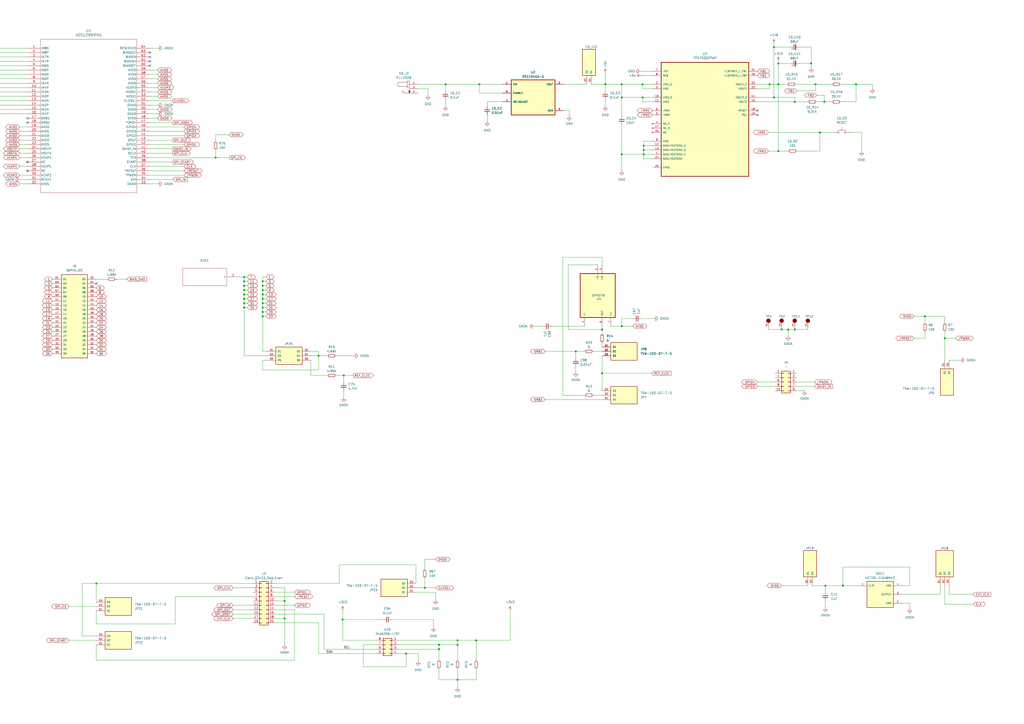
<source format=kicad_sch>
(kicad_sch (version 20231120) (generator "eeschema") (generator_version "8.0")
  (paper "A2")
  (junction (at 501.65 -174.625))
  (junction (at 742.95 180.975))
  (junction (at 547.37 -174.625))
  (junction (at 742.95 172.085))
  (junction (at -81.28 45.085))
  (junction (at 699.77 177.165))
  (junction (at 141.605 160.655))
  (junction (at 223.52 -115.57))
  (junction (at 544.83 -121.92))
  (junction (at -81.28 198.12))
  (junction (at 141.605 170.815))
  (junction (at 184.785 206.375))
  (junction (at 372.745 56.515))
  (junction (at 784.225 342.265))
  (junction (at 745.49 173.99))
  (junction (at 349.25 216.535))
  (junction (at 222.885 -131.445))
  (junction (at 664.21 -121.92))
  (junction (at 222.885 -144.78))
  (junction (at -81.28 274.32))
  (junction (at 668.02 -59.055))
  (junction (at 451.485 48.895))
  (junction (at 478.155 59.055))
  (junction (at 233.68 -86.995))
  (junction (at 152.4 168.275))
  (junction (at -81.28 224.79))
  (junction (at 276.225 371.475))
  (junction (at 349.25 191.135))
  (junction (at 647.7 344.805))
  (junction (at 165.1 348.615))
  (junction (at 784.225 183.515))
  (junction (at 446.405 48.895))
  (junction (at 633.73 177.165))
  (junction (at 141.605 173.355))
  (junction (at 688.975 -74.295))
  (junction (at 265.43 394.335))
  (junction (at 143.51 -46.355))
  (junction (at 199.39 217.805))
  (junction (at 514.35 -59.055))
  (junction (at 186.69 -74.295))
  (junction (at 235.585 379.095))
  (junction (at 373.38 84.455))
  (junction (at 737.87 358.775))
  (junction (at 223.52 -102.87))
  (junction (at 152.4 173.355))
  (junction (at 724.535 183.515))
  (junction (at 536.575 -174.625))
  (junction (at 360.68 56.515))
  (junction (at 152.4 163.195))
  (junction (at 792.48 342.265))
  (junction (at 607.06 -179.705))
  (junction (at -81.28 312.42))
  (junction (at 448.945 56.515))
  (junction (at 710.565 198.12))
  (junction (at 461.01 59.055))
  (junction (at 744.855 342.265))
  (junction (at 688.975 -138.43))
  (junction (at 470.535 36.83))
  (junction (at 607.695 -59.055))
  (junction (at 774.065 330.2))
  (junction (at -81.28 323.85))
  (junction (at 254.635 376.555))
  (junction (at -81.28 236.22))
  (junction (at 604.52 -121.92))
  (junction (at 617.855 -179.705))
  (junction (at 694.055 177.165))
  (junction (at 360.68 189.23))
  (junction (at 781.05 180.975))
  (junction (at -81.28 33.655))
  (junction (at 488.95 339.725))
  (junction (at 152.4 165.735))
  (junction (at 152.4 175.895))
  (junction (at 152.4 180.975))
  (junction (at 658.495 -179.705))
  (junction (at -81.28 71.755))
  (junction (at 55.88 338.455))
  (junction (at -81.28 262.89))
  (junction (at 478.79 339.725))
  (junction (at 530.225 -174.625))
  (junction (at 654.685 360.045))
  (junction (at 125.095 91.44))
  (junction (at 137.795 -102.87))
  (junction (at -81.28 247.65))
  (junction (at 772.795 191.135))
  (junction (at 745.49 183.515))
  (junction (at 245.11 -74.295))
  (junction (at 186.69 -46.99))
  (junction (at 793.115 330.2))
  (junction (at 535.94 -121.92))
  (junction (at 621.03 -59.055))
  (junction (at -81.28 94.615))
  (junction (at 448.945 27.305))
  (junction (at 651.51 -121.92))
  (junction (at 461.01 191.135))
  (junction (at 475.615 76.835))
  (junction (at 233.68 -74.295))
  (junction (at 542.29 -161.925))
  (junction (at 647.7 177.165))
  (junction (at 548.005 196.215))
  (junction (at 180.975 -86.995))
  (junction (at 648.97 -179.705))
  (junction (at -81.28 285.75))
  (junction (at 650.875 -59.055))
  (junction (at 141.605 175.895))
  (junction (at 372.745 48.895))
  (junction (at 610.235 -109.22))
  (junction (at 265.43 371.475))
  (junction (at 152.4 170.815))
  (junction (at 334.01 203.835))
  (junction (at 360.68 48.895))
  (junction (at 648.335 -149.225))
  (junction (at 724.535 205.74))
  (junction (at -81.28 300.99))
  (junction (at 661.035 344.805))
  (junction (at 137.795 -86.995))
  (junction (at 453.39 191.135))
  (junction (at 180.975 -59.69))
  (junction (at 457.2 191.135))
  (junction (at 246.38 340.995))
  (junction (at 473.075 48.895))
  (junction (at -81.28 209.55))
  (junction (at 152.4 178.435))
  (junction (at -81.28 133.35))
  (junction (at 496.57 48.895))
  (junction (at 351.155 48.895))
  (junction (at 451.485 36.83))
  (junction (at 629.92 -149.225))
  (junction (at 373.38 89.535))
  (junction (at 360.68 89.535))
  (junction (at 141.605 168.275))
  (junction (at 758.19 342.265))
  (junction (at 265.43 374.015))
  (junction (at 373.38 86.995))
  (junction (at 143.51 -74.295))
  (junction (at 254.635 374.015))
  (junction (at 613.41 -46.355))
  (junction (at 544.83 -59.055))
  (junction (at 258.445 48.895))
  (junction (at 808.355 329.565))
  (junction (at 137.795 -59.055))
  (junction (at -81.28 171.45))
  (junction (at -81.28 186.69))
  (junction (at -81.28 56.515))
  (junction (at 198.755 359.41))
  (junction (at 278.13 48.895))
  (junction (at 536.575 183.515))
  (junction (at 451.485 87.63))
  (junction (at 141.605 165.735))
  (junction (at 141.605 163.195))
  (junction (at -81.28 148.59))
  (junction (at -81.28 110.49))
  (junction (at -81.28 160.02))
  (junction (at -81.28 121.92))
  (junction (at 617.855 -121.92))
  (junction (at 612.775 -167.005))
  (junction (at 673.735 344.805))
  (junction (at 165.1 358.775))
  (junction (at 137.795 -115.57))
  (junction (at 774.065 158.75))
  (junction (at 224.155 -86.995))
  (junction (at 141.605 178.435))
  (junction (at 180.975 -102.87))
  (junction (at 180.975 -115.57))
  (junction (at 152.4 183.515))
  (junction (at 530.225 -149.225))
  (junction (at -81.28 83.185))
  (no_connect (at 86.995 30.48))
  (no_connect (at 15.875 68.58))
  (no_connect (at 439.42 64.135))
  (no_connect (at 86.995 33.02))
  (no_connect (at 15.875 99.06))
  (no_connect (at 15.875 93.98))
  (no_connect (at 439.42 66.675))
  (no_connect (at 15.875 71.12))
  (no_connect (at 762.635 188.595))
  (no_connect (at 55.88 164.465))
  (no_connect (at 86.995 35.56))
  (no_connect (at 86.995 38.1))
  (wire (pts (xy -88.265 262.89) (xy -81.28 262.89)))
  (wire (pts (xy 91.44 45.72) (xy 86.995 45.72)))
  (wire (pts (xy 545.465 339.725) (xy 545.465 344.805)))
  (wire (pts (xy -81.28 309.245) (xy -81.28 312.42)))
  (wire (pts (xy 135.255 351.155) (xy 146.685 351.155)))
  (wire (pts (xy 607.06 -179.705) (xy 617.855 -179.705)))
  (wire (pts (xy 478.79 352.425) (xy 478.79 348.615)))
  (wire (pts (xy -88.265 56.515) (xy -81.28 56.515)))
  (wire (pts (xy 535.94 -106.68) (xy 535.94 -110.49)))
  (wire (pts (xy 604.52 -121.92) (xy 617.855 -121.92)))
  (wire (pts (xy 446.405 48.895) (xy 451.485 48.895)))
  (wire (pts (xy 192.405 -115.57) (xy 192.405 -111.76)))
  (wire (pts (xy 688.975 -74.295) (xy 695.96 -74.295)))
  (wire (pts (xy -69.85 285.75) (xy -63.5 285.75)))
  (wire (pts (xy 342.9 48.895) (xy 351.155 48.895)))
  (wire (pts (xy 11.43 83.82) (xy 15.875 83.82)))
  (wire (pts (xy 152.4 160.655) (xy 152.4 163.195)))
  (wire (pts (xy 439.42 48.895) (xy 446.405 48.895)))
  (wire (pts (xy -81.28 94.615) (xy -81.28 91.44)))
  (wire (pts (xy -81.28 262.89) (xy -74.93 262.89)))
  (wire (pts (xy 527.685 349.885) (xy 527.685 353.06)))
  (wire (pts (xy -69.85 110.49) (xy -63.5 110.49)))
  (wire (pts (xy 514.35 -45.085) (xy 514.35 -48.895)))
  (wire (pts (xy 745.49 212.725) (xy 745.49 208.28)))
  (wire (pts (xy 626.745 -179.705) (xy 617.855 -179.705)))
  (wire (pts (xy 91.44 55.88) (xy 86.995 55.88)))
  (wire (pts (xy 546.735 -106.68) (xy 546.735 -111.76)))
  (wire (pts (xy 282.575 61.595) (xy 282.575 59.055)))
  (wire (pts (xy 233.68 -86.995) (xy 245.11 -86.995)))
  (wire (pts (xy -81.28 110.49) (xy -74.93 110.49)))
  (wire (pts (xy 224.155 -86.995) (xy 233.68 -86.995)))
  (wire (pts (xy 449.58 221.615) (xy 439.42 221.615)))
  (wire (pts (xy 152.4 173.355) (xy 152.4 175.895)))
  (wire (pts (xy 192.405 -74.295) (xy 192.405 -78.105)))
  (wire (pts (xy 11.43 101.6) (xy 15.875 101.6)))
  (wire (pts (xy 797.56 323.215) (xy 793.115 323.215)))
  (wire (pts (xy 231.14 379.095) (xy 235.585 379.095)))
  (wire (pts (xy 784.225 205.74) (xy 784.225 183.515)))
  (wire (pts (xy -88.265 186.69) (xy -81.28 186.69)))
  (wire (pts (xy 11.43 76.2) (xy 15.875 76.2)))
  (wire (pts (xy 647.7 184.785) (xy 647.7 189.23)))
  (wire (pts (xy 694.055 177.165) (xy 699.77 177.165)))
  (wire (pts (xy 223.52 -111.76) (xy 223.52 -115.57)))
  (wire (pts (xy -81.28 121.92) (xy -81.28 125.095)))
  (wire (pts (xy 351.155 52.705) (xy 351.155 48.895)))
  (wire (pts (xy 223.52 -115.57) (xy 234.95 -115.57)))
  (wire (pts (xy 749.935 186.055) (xy 720.09 186.055)))
  (wire (pts (xy 688.975 -74.295) (xy 665.48 -74.295)))
  (wire (pts (xy 499.745 87.63) (xy 499.745 76.835)))
  (wire (pts (xy 501.65 -161.925) (xy 501.65 -166.37)))
  (wire (pts (xy 152.4 175.895) (xy 152.4 178.435)))
  (wire (pts (xy 734.06 351.155) (xy 734.06 344.805)))
  (wire (pts (xy 330.2 67.31) (xy 330.2 64.135)))
  (wire (pts (xy 184.785 214.63) (xy 184.785 206.375)))
  (wire (pts (xy 252.73 343.535) (xy 252.73 347.98)))
  (wire (pts (xy 139.065 -131.445) (xy 139.065 -135.89)))
  (wire (pts (xy 233.68 -74.295) (xy 245.11 -74.295)))
  (wire (pts (xy 149.225 -46.355) (xy 149.225 -50.165)))
  (wire (pts (xy 11.43 96.52) (xy 15.875 96.52)))
  (wire (pts (xy 372.745 56.515) (xy 378.46 56.515)))
  (wire (pts (xy 329.565 191.135) (xy 329.565 153.67)))
  (wire (pts (xy 757.555 154.94) (xy 774.065 154.94)))
  (wire (pts (xy 547.37 -174.625) (xy 547.37 -171.45)))
  (wire (pts (xy 651.51 -121.92) (xy 664.21 -121.92)))
  (wire (pts (xy 180.975 -102.87) (xy 192.405 -102.87)))
  (wire (pts (xy 234.95 -102.87) (xy 234.95 -106.68)))
  (wire (pts (xy 463.55 27.305) (xy 470.535 27.305)))
  (wire (pts (xy -81.28 71.755) (xy -74.93 71.755)))
  (wire (pts (xy 514.35 -59.055) (xy 514.35 -64.77)))
  (wire (pts (xy 222.885 -140.97) (xy 222.885 -144.78)))
  (wire (pts (xy 523.24 349.885) (xy 527.685 349.885)))
  (wire (pts (xy 234.95 -115.57) (xy 234.95 -111.76)))
  (wire (pts (xy -88.265 224.79) (xy -81.28 224.79)))
  (wire (pts (xy 40.005 351.79) (xy 55.88 351.79)))
  (wire (pts (xy 174.625 -115.57) (xy 180.975 -115.57)))
  (wire (pts (xy 354.33 189.23) (xy 360.68 189.23)))
  (wire (pts (xy 11.43 88.9) (xy 15.875 88.9)))
  (wire (pts (xy 360.68 99.06) (xy 360.68 89.535)))
  (wire (pts (xy 329.565 153.67) (xy 346.71 153.67)))
  (wire (pts (xy 137.795 -83.185) (xy 137.795 -86.995)))
  (wire (pts (xy 135.255 353.695) (xy 146.685 353.695)))
  (wire (pts (xy 542.29 -159.385) (xy 542.29 -161.925)))
  (wire (pts (xy 742.95 172.085) (xy 742.95 180.975)))
  (wire (pts (xy 231.14 374.015) (xy 254.635 374.015)))
  (wire (pts (xy 231.14 371.475) (xy 265.43 371.475)))
  (wire (pts (xy 282.575 59.055) (xy 291.465 59.055)))
  (wire (pts (xy 152.4 165.735) (xy 152.4 168.275)))
  (wire (pts (xy 125.095 91.44) (xy 133.35 91.44)))
  (wire (pts (xy 137.795 -46.355) (xy 143.51 -46.355)))
  (wire (pts (xy 451.485 35.56) (xy 451.485 36.83)))
  (wire (pts (xy -81.28 224.79) (xy -74.93 224.79)))
  (wire (pts (xy 647.7 348.615) (xy 647.7 344.805)))
  (wire (pts (xy -81.28 247.65) (xy -81.28 244.475)))
  (wire (pts (xy 744.855 335.915) (xy 744.855 342.265)))
  (wire (pts (xy 251.46 359.41) (xy 251.46 363.855)))
  (wire (pts (xy 372.745 48.895) (xy 378.46 48.895)))
  (wire (pts (xy 186.69 -46.99) (xy 192.405 -46.99)))
  (wire (pts (xy -88.265 94.615) (xy -81.28 94.615)))
  (wire (pts (xy 106.68 99.06) (xy 86.995 99.06)))
  (wire (pts (xy 706.12 355.6) (xy 700.405 355.6)))
  (wire (pts (xy 647.7 344.805) (xy 647.7 341.63)))
  (wire (pts (xy 314.96 189.23) (xy 309.88 189.23)))
  (wire (pts (xy 360.68 184.785) (xy 360.68 189.23)))
  (wire (pts (xy 648.97 -179.705) (xy 658.495 -179.705)))
  (wire (pts (xy 640.08 -121.92) (xy 651.51 -121.92)))
  (wire (pts (xy 180.975 -115.57) (xy 192.405 -115.57)))
  (wire (pts (xy 462.28 52.705) (xy 473.075 52.705)))
  (wire (pts (xy 617.855 -109.22) (xy 617.855 -113.665)))
  (wire (pts (xy 488.95 328.93) (xy 488.95 339.725)))
  (wire (pts (xy 607.695 -59.055) (xy 621.03 -59.055)))
  (wire (pts (xy 808.355 329.565) (xy 812.8 329.565)))
  (wire (pts (xy 137.795 -111.76) (xy 137.795 -115.57)))
  (wire (pts (xy -81.28 151.765) (xy -81.28 148.59)))
  (wire (pts (xy 135.255 358.775) (xy 146.685 358.775)))
  (wire (pts (xy 527.685 339.725) (xy 527.685 328.93)))
  (wire (pts (xy 252.73 340.995) (xy 246.38 340.995)))
  (wire (pts (xy 654.685 360.045) (xy 661.035 360.045)))
  (wire (pts (xy 184.785 379.095) (xy 218.44 379.095)))
  (wire (pts (xy 222.885 -131.445) (xy 234.315 -131.445)))
  (wire (pts (xy 131.445 -102.87) (xy 137.795 -102.87)))
  (wire (pts (xy 152.4 183.515) (xy 154.305 183.515)))
  (wire (pts (xy -69.85 133.35) (xy -63.5 133.35)))
  (wire (pts (xy 149.225 -59.055) (xy 149.225 -55.245)))
  (wire (pts (xy 542.29 -161.925) (xy 547.37 -161.925)))
  (wire (pts (xy 265.43 371.475) (xy 265.43 374.015)))
  (wire (pts (xy 697.865 344.805) (xy 718.185 344.805)))
  (wire (pts (xy 658.495 -167.005) (xy 658.495 -171.45)))
  (wire (pts (xy 152.4 183.515) (xy 152.4 203.835)))
  (wire (pts (xy 152.4 163.195) (xy 152.4 165.735)))
  (wire (pts (xy -81.28 323.85) (xy -74.93 323.85)))
  (wire (pts (xy 339.09 189.23) (xy 320.04 189.23)))
  (wire (pts (xy 316.23 203.835) (xy 334.01 203.835)))
  (wire (pts (xy 548.005 183.515) (xy 548.005 187.325)))
  (wire (pts (xy 154.305 163.195) (xy 152.4 163.195)))
  (wire (pts (xy 241.3 343.535) (xy 252.73 343.535)))
  (wire (pts (xy 149.225 -115.57) (xy 149.225 -111.76)))
  (wire (pts (xy 248.285 51.435) (xy 248.285 55.245)))
  (wire (pts (xy 445.77 76.835) (xy 475.615 76.835)))
  (wire (pts (xy 378.46 59.055) (xy 372.745 59.055)))
  (wire (pts (xy 165.1 374.015) (xy 165.1 358.775)))
  (wire (pts (xy 159.385 361.315) (xy 184.785 361.315)))
  (wire (pts (xy -69.85 148.59) (xy -63.5 148.59)))
  (wire (pts (xy 688.975 -114.935) (xy 688.975 -74.295)))
  (wire (pts (xy 745.49 208.28) (xy 756.285 208.28)))
  (wire (pts (xy 91.44 68.58) (xy 86.995 68.58)))
  (wire (pts (xy 530.225 183.515) (xy 536.575 183.515)))
  (wire (pts (xy -81.28 148.59) (xy -74.93 148.59)))
  (wire (pts (xy 776.605 342.265) (xy 784.225 342.265)))
  (wire (pts (xy 222.885 -144.78) (xy 234.315 -144.78)))
  (wire (pts (xy 100.33 81.28) (xy 86.995 81.28)))
  (wire (pts (xy 372.11 43.815) (xy 378.46 43.815)))
  (wire (pts (xy 330.2 64.135) (xy 327.025 64.135)))
  (wire (pts (xy 217.805 -86.995) (xy 224.155 -86.995)))
  (wire (pts (xy 141.605 173.355) (xy 143.51 173.355)))
  (wire (pts (xy -81.28 233.045) (xy -81.28 236.22)))
  (wire (pts (xy 795.655 186.055) (xy 814.07 186.055)))
  (wire (pts (xy 547.37 -174.625) (xy 560.705 -174.625)))
  (wire (pts (xy 170.815 343.535) (xy 159.385 343.535)))
  (wire (pts (xy 360.68 184.785) (xy 367.03 184.785)))
  (wire (pts (xy -81.28 227.965) (xy -81.28 224.79)))
  (wire (pts (xy 768.985 205.74) (xy 784.225 205.74)))
  (wire (pts (xy 159.385 340.995) (xy 165.1 340.995)))
  (wire (pts (xy 446.405 51.435) (xy 439.42 51.435)))
  (wire (pts (xy 141.605 206.375) (xy 154.94 206.375)))
  (wire (pts (xy -81.28 247.65) (xy -74.93 247.65)))
  (wire (pts (xy -3.81 60.96) (xy 15.875 60.96)))
  (wire (pts (xy 135.255 340.995) (xy 146.685 340.995)))
  (wire (pts (xy 737.87 358.775) (xy 737.87 362.585)))
  (wire (pts (xy 795.655 173.99) (xy 795.655 186.055)))
  (wire (pts (xy 349.25 189.23) (xy 349.25 191.135)))
  (wire (pts (xy 710.565 183.515) (xy 724.535 183.515)))
  (wire (pts (xy 100.33 58.42) (xy 86.995 58.42)))
  (wire (pts (xy -88.265 110.49) (xy -81.28 110.49)))
  (wire (pts (xy 223.52 -106.68) (xy 223.52 -102.87)))
  (wire (pts (xy 536.575 -174.625) (xy 536.575 -171.45)))
  (wire (pts (xy 612.775 -164.465) (xy 612.775 -167.005)))
  (wire (pts (xy 793.75 183.515) (xy 793.75 188.595)))
  (wire (pts (xy 170.815 351.155) (xy 159.385 351.155)))
  (wire (pts (xy -88.265 133.35) (xy -81.28 133.35)))
  (wire (pts (xy 132.715 78.105) (xy 125.095 78.105)))
  (wire (pts (xy 260.35 -131.445) (xy 266.7 -131.445)))
  (wire (pts (xy 654.685 360.045) (xy 654.685 364.49)))
  (wire (pts (xy 265.43 394.335) (xy 265.43 398.78)))
  (wire (pts (xy 55.88 361.95) (xy 101.6 361.95)))
  (wire (pts (xy 755.015 154.94) (xy 742.95 154.94)))
  (wire (pts (xy 91.44 63.5) (xy 86.995 63.5)))
  (wire (pts (xy 125.095 86.995) (xy 125.095 91.44)))
  (wire (pts (xy 152.4 178.435) (xy 154.305 178.435)))
  (wire (pts (xy 100.33 88.9) (xy 86.995 88.9)))
  (wire (pts (xy 641.985 -179.705) (xy 648.97 -179.705)))
  (wire (pts (xy -88.265 209.55) (xy -81.28 209.55)))
  (wire (pts (xy 100.33 104.14) (xy 86.995 104.14)))
  (wire (pts (xy 651.51 -119.38) (xy 651.51 -121.92)))
  (wire (pts (xy 349.25 206.375) (xy 349.25 216.535)))
  (wire (pts (xy 360.68 56.515) (xy 372.745 56.515)))
  (wire (pts (xy 681.355 -135.89) (xy 663.575 -135.89)))
  (wire (pts (xy 654.05 180.975) (xy 647.7 180.975)))
  (wire (pts (xy -3.81 50.8) (xy 15.875 50.8)))
  (wire (pts (xy 613.41 -46.355) (xy 621.03 -46.355)))
  (wire (pts (xy 242.57 51.435) (xy 248.285 51.435)))
  (wire (pts (xy 453.39 191.135) (xy 457.2 191.135)))
  (wire (pts (xy 106.68 101.6) (xy 86.995 101.6)))
  (wire (pts (xy 139.065 -144.78) (xy 139.065 -140.97)))
  (wire (pts (xy 187.96 376.555) (xy 187.96 356.235)))
  (wire (pts (xy 180.975 -106.68) (xy 180.975 -102.87)))
  (wire (pts (xy -3.81 63.5) (xy 15.875 63.5)))
  (wire (pts (xy 737.87 339.725) (xy 737.87 358.775)))
  (wire (pts (xy 482.6 59.055) (xy 478.155 59.055)))
  (wire (pts (xy 276.225 371.475) (xy 295.91 371.475)))
  (wire (pts (xy 378.46 92.075) (xy 373.38 92.075)))
  (wire (pts (xy 242.57 379.095) (xy 242.57 383.54)))
  (wire (pts (xy 650.875 -59.055) (xy 650.875 -55.88)))
  (wire (pts (xy -88.265 285.75) (xy -81.28 285.75)))
  (wire (pts (xy -81.28 133.35) (xy -74.93 133.35)))
  (wire (pts (xy 351.155 61.595) (xy 351.155 57.785)))
  (wire (pts (xy -3.81 66.04) (xy 15.875 66.04)))
  (wire (pts (xy 179.705 -140.97) (xy 179.705 -144.78)))
  (wire (pts (xy 796.925 336.55) (xy 793.115 336.55)))
  (wire (pts (xy 217.17 -102.87) (xy 223.52 -102.87)))
  (wire (pts (xy 205.105 206.375) (xy 194.945 206.375)))
  (wire (pts (xy -3.81 38.1) (xy 15.875 38.1)))
  (wire (pts (xy 688.34 180.975) (xy 688.34 183.515)))
  (wire (pts (xy 316.23 231.775) (xy 349.25 231.775)))
  (wire (pts (xy 724.535 212.725) (xy 724.535 216.535)))
  (wire (pts (xy 100.33 93.98) (xy 86.995 93.98)))
  (wire (pts (xy 784.225 183.515) (xy 793.75 183.515)))
  (wire (pts (xy 688.975 -120.015) (xy 688.975 -138.43)))
  (wire (pts (xy 62.23 161.925) (xy 55.88 161.925)))
  (wire (pts (xy 55.88 368.935) (xy 47.625 368.935)))
  (wire (pts (xy 546.735 -97.79) (xy 546.735 -101.6)))
  (wire (pts (xy -69.85 171.45) (xy -63.5 171.45)))
  (wire (pts (xy 11.43 86.36) (xy 15.875 86.36)))
  (wire (pts (xy 258.445 61.595) (xy 258.445 57.785)))
  (wire (pts (xy -81.28 41.91) (xy -81.28 45.085)))
  (wire (pts (xy 266.7 -140.97) (xy 266.7 -144.78)))
  (wire (pts (xy -3.81 30.48) (xy 15.875 30.48)))
  (wire (pts (xy 11.43 78.74) (xy 15.875 78.74)))
  (wire (pts (xy 617.855 -179.705) (xy 617.855 -176.53)))
  (wire (pts (xy 784.225 342.265) (xy 792.48 342.265)))
  (wire (pts (xy 473.075 48.895) (xy 461.645 48.895)))
  (wire (pts (xy 650.875 -43.815) (xy 650.875 -50.8)))
  (wire (pts (xy 663.575 -149.225) (xy 663.575 -140.97)))
  (wire (pts (xy 170.815 353.695) (xy 170.815 382.905)))
  (wire (pts (xy 734.06 351.155) (xy 784.225 351.155)))
  (wire (pts (xy 149.225 -102.87) (xy 149.225 -106.68)))
  (wire (pts (xy 617.855 -121.92) (xy 617.855 -118.745)))
  (wire (pts (xy 530.225 -149.225) (xy 629.92 -149.225)))
  (wire (pts (xy -81.28 83.185) (xy -81.28 86.36)))
  (wire (pts (xy 483.235 76.835) (xy 475.615 76.835)))
  (wire (pts (xy 192.405 -102.87) (xy 192.405 -106.68)))
  (wire (pts (xy 180.975 -86.995) (xy 192.405 -86.995)))
  (wire (pts (xy 360.68 89.535) (xy 373.38 89.535)))
  (wire (pts (xy 143.51 -73.025) (xy 143.51 -74.295)))
  (wire (pts (xy 439.42 56.515) (xy 448.945 56.515)))
  (wire (pts (xy 604.52 -109.22) (xy 604.52 -113.665)))
  (wire (pts (xy -81.28 274.32) (xy -81.28 277.495)))
  (wire (pts (xy 198.755 354.33) (xy 198.755 359.41)))
  (wire (pts (xy 349.25 149.225) (xy 349.25 153.67)))
  (wire (pts (xy 258.445 52.705) (xy 258.445 48.895)))
  (wire (pts (xy 781.05 203.2) (xy 781.05 180.975)))
  (wire (pts (xy 461.01 59.055) (xy 468.63 59.055)))
  (wire (pts (xy 180.34 203.835) (xy 184.785 203.835)))
  (wire (pts (xy 699.77 177.165) (xy 699.77 163.195)))
  (wire (pts (xy -88.265 148.59) (xy -81.28 148.59)))
  (wire (pts (xy 165.1 358.775) (xy 159.385 358.775)))
  (wire (pts (xy 265.43 371.475) (xy 276.225 371.475)))
  (wire (pts (xy 548.005 196.215) (xy 548.005 208.915)))
  (wire (pts (xy 152.4 208.915) (xy 152.4 214.63)))
  (wire (pts (xy 633.73 177.165) (xy 633.73 179.705)))
  (wire (pts (xy 647.7 177.165) (xy 654.05 177.165)))
  (wire (pts (xy 246.38 335.28) (xy 246.38 340.995)))
  (wire (pts (xy 143.51 163.195) (xy 141.605 163.195)))
  (wire (pts (xy -69.85 186.69) (xy -63.5 186.69)))
  (wire (pts (xy 545.465 344.805) (xy 523.24 344.805)))
  (wire (pts (xy 544.83 -49.53) (xy 544.83 -51.435)))
  (wire (pts (xy 547.37 -161.925) (xy 547.37 -166.37)))
  (wire (pts (xy 360.68 56.515) (xy 360.68 67.31)))
  (wire (pts (xy 633.73 173.99) (xy 633.73 177.165)))
  (wire (pts (xy 180.34 208.915) (xy 180.34 217.805)))
  (wire (pts (xy 378.46 51.435) (xy 372.745 51.435)))
  (wire (pts (xy 334.01 215.9) (xy 334.01 212.725)))
  (wire (pts (xy 544.83 -121.92) (xy 553.085 -121.92)))
  (wire (pts (xy 658.495 -181.61) (xy 658.495 -179.705)))
  (wire (pts (xy 223.52 -102.87) (xy 234.95 -102.87)))
  (wire (pts (xy 457.2 191.135) (xy 461.01 191.135)))
  (wire (pts (xy 91.44 27.94) (xy 86.995 27.94)))
  (wire (pts (xy 681.355 -135.89) (xy 681.355 -121.92)))
  (wire (pts (xy 536.575 -174.625) (xy 530.225 -174.625)))
  (wire (pts (xy -88.265 33.655) (xy -81.28 33.655)))
  (wire (pts (xy 258.445 48.895) (xy 278.13 48.895)))
  (wire (pts (xy 728.345 180.975) (xy 742.95 180.975)))
  (wire (pts (xy 774.065 323.85) (xy 774.065 330.2)))
  (wire (pts (xy 453.39 339.725) (xy 468.63 339.725)))
  (wire (pts (xy 86.995 91.44) (xy 125.095 91.44)))
  (wire (pts (xy 11.43 106.68) (xy 15.875 106.68)))
  (wire (pts (xy -3.81 58.42) (xy 15.875 58.42)))
  (wire (pts (xy 106.68 76.2) (xy 86.995 76.2)))
  (wire (pts (xy 612.775 -167.005) (xy 617.855 -167.005)))
  (wire (pts (xy 372.11 184.785) (xy 379.095 184.785)))
  (wire (pts (xy 699.77 188.595) (xy 749.935 188.595)))
  (wire (pts (xy -81.28 189.865) (xy -81.28 186.69)))
  (wire (pts (xy 762.635 191.135) (xy 772.795 191.135)))
  (wire (pts (xy 327.025 48.895) (xy 340.36 48.895)))
  (wire (pts (xy 673.735 339.09) (xy 673.735 344.805)))
  (wire (pts (xy 372.745 59.055) (xy 372.745 56.515)))
  (wire (pts (xy 472.44 224.155) (xy 462.28 224.155)))
  (wire (pts (xy 461.01 191.135) (xy 468.63 191.135)))
  (wire (pts (xy 137.795 -86.995) (xy 149.225 -86.995)))
  (wire (pts (xy 668.02 -59.055) (xy 683.895 -59.055)))
  (wire (pts (xy 334.01 203.835) (xy 334.01 207.645)))
  (wire (pts (xy 189.865 206.375) (xy 184.785 206.375)))
  (wire (pts (xy 152.4 170.815) (xy 152.4 173.355)))
  (wire (pts (xy 152.4 170.815) (xy 154.305 170.815)))
  (wire (pts (xy -69.85 56.515) (xy -63.5 56.515)))
  (wire (pts (xy 610.235 -106.68) (xy 610.235 -109.22)))
  (wire (pts (xy 553.085 -59.055) (xy 544.83 -59.055)))
  (wire (pts (xy 445.77 191.135) (xy 453.39 191.135)))
  (wire (pts (xy 184.785 206.375) (xy 180.34 206.375)))
  (wire (pts (xy 137.795 -55.245) (xy 137.795 -59.055)))
  (wire (pts (xy -88.265 300.99) (xy -81.28 300.99)))
  (wire (pts (xy 793.75 188.595) (xy 814.07 188.595)))
  (wire (pts (xy 180.975 -111.76) (xy 180.975 -115.57)))
  (wire (pts (xy 514.35 -53.975) (xy 514.35 -59.055)))
  (wire (pts (xy 633.73 177.165) (xy 647.7 177.165)))
  (wire (pts (xy 445.77 87.63) (xy 451.485 87.63)))
  (wire (pts (xy 154.305 165.735) (xy 152.4 165.735)))
  (wire (pts (xy -81.28 160.02) (xy -85.09 160.02)))
  (wire (pts (xy 91.44 106.68) (xy 86.995 106.68)))
  (wire (pts (xy 265.43 374.015) (xy 265.43 382.905)))
  (wire (pts (xy 180.975 -78.105) (xy 180.975 -74.295)))
  (wire (pts (xy 179.705 -135.89) (xy 179.705 -131.445)))
  (wire (pts (xy 710.565 191.135) (xy 710.565 183.515)))
  (wire (pts (xy 457.2 191.135) (xy 457.2 194.945)))
  (wire (pts (xy -81.28 209.55) (xy -74.93 209.55)))
  (wire (pts (xy -3.81 48.26) (xy 15.875 48.26)))
  (wire (pts (xy -88.265 247.65) (xy -81.28 247.65)))
  (wire (pts (xy 154.94 208.915) (xy 152.4 208.915)))
  (wire (pts (xy -3.81 33.02) (xy 15.875 33.02)))
  (wire (pts (xy 233.68 -83.185) (xy 233.68 -86.995)))
  (wire (pts (xy 199.39 226.695) (xy 199.39 230.505)))
  (wire (pts (xy 621.03 -59.055) (xy 621.03 -55.88)))
  (wire (pts (xy -69.85 209.55) (xy -63.5 209.55)))
  (wire (pts (xy 326.39 149.225) (xy 349.25 149.225)))
  (wire (pts (xy 165.1 348.615) (xy 165.1 358.775)))
  (wire (pts (xy -81.28 118.745) (xy -81.28 121.92)))
  (wire (pts (xy 461.01 59.055) (xy 439.42 59.055)))
  (wire (pts (xy 473.71 55.245) (xy 478.155 55.245)))
  (wire (pts (xy 779.78 212.725) (xy 779.78 208.28)))
  (wire (pts (xy 141.605 175.895) (xy 143.51 175.895)))
  (wire (pts (xy 216.535 -131.445) (xy 222.885 -131.445)))
  (wire (pts (xy 607.695 -46.355) (xy 613.41 -46.355)))
  (wire (pts (xy 91.44 66.04) (xy 86.995 66.04)))
  (wire (pts (xy 742.95 154.94) (xy 742.95 172.085)))
  (wire (pts (xy 555.625 -183.515) (xy 553.085 -183.515)))
  (wire (pts (xy 793.115 330.2) (xy 793.115 336.55)))
  (wire (pts (xy 628.65 -59.055) (xy 621.03 -59.055)))
  (wire (pts (xy 131.445 -131.445) (xy 139.065 -131.445)))
  (wire (pts (xy 198.755 359.41) (xy 198.755 371.475)))
  (wire (pts (xy 101.6 361.95) (xy 101.6 346.075)))
  (wire (pts (xy 799.465 172.085) (xy 742.95 172.085)))
  (wire (pts (xy 199.39 221.615) (xy 199.39 217.805)))
  (wire (pts (xy 125.095 78.105) (xy 125.095 81.915)))
  (wire (pts (xy -69.85 262.89) (xy -63.5 262.89)))
  (wire (pts (xy 810.26 193.675) (xy 810.26 196.215)))
  (wire (pts (xy 135.255 356.235) (xy 146.685 356.235)))
  (wire (pts (xy 143.51 -74.295) (xy 149.225 -74.295)))
  (wire (pts (xy 554.355 196.215) (xy 548.005 196.215)))
  (wire (pts (xy 91.44 43.18) (xy 86.995 43.18)))
  (wire (pts (xy -69.85 33.655) (xy -63.5 33.655)))
  (wire (pts (xy 373.38 89.535) (xy 378.46 89.535)))
  (wire (pts (xy 478.79 339.725) (xy 488.95 339.725)))
  (wire (pts (xy 344.17 229.235) (xy 349.25 229.235)))
  (wire (pts (xy 720.09 198.12) (xy 710.565 198.12)))
  (wire (pts (xy 774.065 330.2) (xy 793.115 330.2)))
  (wire (pts (xy 772.795 191.135) (xy 814.07 191.135)))
  (wire (pts (xy 478.79 343.535) (xy 478.79 339.725)))
  (wire (pts (xy 278.13 53.975) (xy 278.13 48.895)))
  (wire (pts (xy 360.68 48.895) (xy 360.68 56.515)))
  (wire (pts (xy 11.43 73.66) (xy 15.875 73.66)))
  (wire (pts (xy 706.755 163.195) (xy 706.755 165.735)))
  (wire (pts (xy 254.635 376.555) (xy 254.635 382.905)))
  (wire (pts (xy 688.975 355.6) (xy 695.325 355.6)))
  (wire (pts (xy 180.975 -83.185) (xy 180.975 -86.995)))
  (wire (pts (xy 724.535 205.74) (xy 724.535 207.645)))
  (wire (pts (xy 734.06 344.805) (xy 730.885 344.805)))
  (wire (pts (xy 550.545 344.805) (xy 564.515 344.805)))
  (wire (pts (xy 514.35 -59.055) (xy 544.83 -59.055)))
  (wire (pts (xy 152.4 178.435) (xy 152.4 180.975)))
  (wire (pts (xy -69.85 300.99) (xy -63.5 300.99)))
  (wire (pts (xy 196.85 338.455) (xy 196.85 327.66)))
  (wire (pts (xy 448.945 25.4) (xy 448.945 27.305)))
  (wire (pts (xy 137.795 -50.165) (xy 137.795 -46.355)))
  (wire (pts (xy 728.345 203.2) (xy 728.345 180.975)))
  (wire (pts (xy 47.625 338.455) (xy 55.88 338.455)))
  (wire (pts (xy 607.695 -59.055) (xy 607.695 -55.88)))
  (wire (pts (xy 165.1 348.615) (xy 159.385 348.615)))
  (wire (pts (xy 544.83 -183.515) (xy 548.005 -183.515)))
  (wire (pts (xy 710.565 198.12) (xy 710.565 196.215)))
  (wire (pts (xy 523.24 339.725) (xy 527.685 339.725)))
  (wire (pts (xy 544.83 -116.84) (xy 544.83 -121.92)))
  (wire (pts (xy -81.28 304.165) (xy -81.28 300.99)))
  (wire (pts (xy 451.485 48.895) (xy 451.485 87.63)))
  (wire (pts (xy 141.605 175.895) (xy 141.605 178.435)))
  (wire (pts (xy 349.25 191.135) (xy 329.565 191.135)))
  (wire (pts (xy 590.55 -101.6) (xy 590.55 -106.68)))
  (wire (pts (xy 647.7 180.975) (xy 647.7 177.165)))
  (wire (pts (xy 339.09 203.835) (xy 334.01 203.835)))
  (wire (pts (xy 544.83 -56.515) (xy 553.085 -56.515)))
  (wire (pts (xy 536.575 -161.925) (xy 536.575 -166.37)))
  (wire (pts (xy 349.25 198.755) (xy 349.25 201.295)))
  (wire (pts (xy 149.225 -74.295) (xy 149.225 -78.105)))
  (wire (pts (xy -81.28 33.655) (xy -74.93 33.655)))
  (wire (pts (xy 222.885 -135.89) (xy 222.885 -131.445)))
  (wire (pts (xy 199.39 217.805) (xy 194.945 217.805)))
  (wire (pts (xy -88.265 323.85) (xy -81.28 323.85)))
  (wire (pts (xy 141.605 160.655) (xy 141.605 163.195)))
  (wire (pts (xy 141.605 168.275) (xy 141.605 170.815)))
  (wire (pts (xy 245.11 -86.995) (xy 245.11 -83.185)))
  (wire (pts (xy 55.88 338.455) (xy 146.685 338.455)))
  (wire (pts (xy 774.065 158.75) (xy 774.065 163.83)))
  (wire (pts (xy -81.28 171.45) (xy -81.28 168.275)))
  (wire (pts (xy 106.68 73.66) (xy 86.995 73.66)))
  (wire (pts (xy 378.46 86.995) (xy 373.38 86.995)))
  (wire (pts (xy 724.535 183.515) (xy 724.535 205.74)))
  (wire (pts (xy 131.445 -144.78) (xy 139.065 -144.78)))
  (wire (pts (xy 470.535 36.83) (xy 463.55 36.83)))
  (wire (pts (xy 496.57 59.055) (xy 496.57 48.895)))
  (wire (pts (xy 173.355 -131.445) (xy 179.705 -131.445)))
  (wire (pts (xy 647.7 353.695) (xy 647.7 360.045)))
  (wire (pts (xy -81.28 194.945) (xy -81.28 198.12)))
  (wire (pts (xy 339.09 229.235) (xy 326.39 229.235)))
  (wire (pts (xy 624.84 -121.92) (xy 617.855 -121.92)))
  (wire (pts (xy 536.575 183.515) (xy 548.005 183.515)))
  (wire (pts (xy -81.28 83.185) (xy -85.09 83.185)))
  (wire (pts (xy 710.565 200.025) (xy 710.565 198.12)))
  (wire (pts (xy 790.575 186.055) (xy 790.575 196.215)))
  (wire (pts (xy 661.035 344.805) (xy 647.7 344.805)))
  (wire (pts (xy 544.83 -44.45) (xy 544.83 -42.545)))
  (wire (pts (xy 91.44 40.64) (xy 86.995 40.64)))
  (wire (pts (xy 210.82 374.015) (xy 210.82 386.715)))
  (wire (pts (xy 373.38 92.075) (xy 373.38 89.535)))
  (wire (pts (xy 180.34 217.805) (xy 189.865 217.805)))
  (wire (pts (xy 607.06 -167.005) (xy 607.06 -171.45)))
  (wire (pts (xy 699.77 188.595) (xy 699.77 177.165)))
  (wire (pts (xy 695.325 344.805) (xy 673.735 344.805)))
  (wire (pts (xy 137.795 -115.57) (xy 149.225 -115.57)))
  (wire (pts (xy 745.49 173.99) (xy 795.655 173.99)))
  (wire (pts (xy -3.81 53.34) (xy 15.875 53.34)))
  (wire (pts (xy 530.225 -149.225) (xy 530.225 -121.92)))
  (wire (pts (xy -81.28 94.615) (xy -74.93 94.615)))
  (wire (pts (xy 478.155 59.055) (xy 473.71 59.055)))
  (wire (pts (xy 218.44 376.555) (xy 187.96 376.555)))
  (wire (pts (xy -69.85 323.85) (xy -63.5 323.85)))
  (wire (pts (xy 360.68 189.23) (xy 367.03 189.23)))
  (wire (pts (xy 669.925 -81.915) (xy 669.925 -76.835)))
  (wire (pts (xy 55.88 349.25) (xy 55.88 338.455)))
  (wire (pts (xy 475.615 87.63) (xy 462.28 87.63)))
  (wire (pts (xy 265.43 394.335) (xy 276.225 394.335)))
  (wire (pts (xy 439.42 224.155) (xy 449.58 224.155)))
  (wire (pts (xy 757.555 163.83) (xy 774.065 163.83)))
  (wire (pts (xy -81.28 113.665) (xy -81.28 110.49)))
  (wire (pts (xy -81.28 285.75) (xy -81.28 282.575)))
  (wire (pts (xy 548.005 339.725) (xy 548.005 350.52)))
  (wire (pts (xy 373.38 84.455) (xy 373.38 86.995)))
  (wire (pts (xy 143.51 165.735) (xy 141.605 165.735)))
  (wire (pts (xy 278.13 48.895) (xy 291.465 48.895)))
  (wire (pts (xy 170.815 382.905) (xy 55.88 382.905)))
  (wire (pts (xy 555.625 -179.705) (xy 555.625 -183.515)))
  (wire (pts (xy 808.355 323.215) (xy 802.64 323.215)))
  (wire (pts (xy 241.3 327.66) (xy 241.3 338.455)))
  (wire (pts (xy 536.575 192.405) (xy 536.575 196.215)))
  (wire (pts (xy 706.755 173.355) (xy 706.755 170.815)))
  (wire (pts (xy 470.535 39.37) (xy 470.535 36.83)))
  (wire (pts (xy 590.55 -106.68) (xy 588.645 -106.68)))
  (wire (pts (xy 360.68 89.535) (xy 360.68 72.39)))
  (wire (pts (xy 448.945 56.515) (xy 461.01 56.515)))
  (wire (pts (xy 556.895 208.915) (xy 550.545 208.915)))
  (wire (pts (xy 792.48 342.265) (xy 798.195 342.265)))
  (wire (pts (xy 143.51 -45.085) (xy 143.51 -46.355)))
  (wire (pts (xy 661.035 344.805) (xy 673.735 344.805)))
  (wire (pts (xy 180.975 -74.295) (xy 186.69 -74.295)))
  (wire (pts (xy 758.19 342.265) (xy 771.525 342.265)))
  (wire (pts (xy 536.575 187.325) (xy 536.575 183.515)))
  (wire (pts (xy -3.81 45.72) (xy 15.875 45.72)))
  (wire (pts (xy 629.92 -149.225) (xy 648.335 -149.225)))
  (wire (pts (xy 784.225 342.265) (xy 784.225 351.155)))
  (wire (pts (xy 472.44 221.615) (xy 462.28 221.615)))
  (wire (pts (xy 15.875 81.28) (xy 11.43 81.28)))
  (wire (pts (xy 451.485 36.83) (xy 458.47 36.83)))
  (wire (pts (xy -69.85 247.65) (xy -63.5 247.65)))
  (wire (pts (xy 265.43 394.335) (xy 265.43 387.985)))
  (wire (pts (xy 254.635 394.335) (xy 265.43 394.335)))
  (wire (pts (xy 246.38 340.995) (xy 241.3 340.995)))
  (wire (pts (xy 371.475 41.275) (xy 378.46 41.275)))
  (wire (pts (xy 106.68 96.52) (xy 86.995 96.52)))
  (wire (pts (xy 810.26 193.675) (xy 814.07 193.675)))
  (wire (pts (xy 210.82 386.715) (xy 235.585 386.715)))
  (wire (pts (xy 152.4 173.355) (xy 154.305 173.355)))
  (wire (pts (xy 530.225 -174.625) (xy 530.225 -149.225)))
  (wire (pts (xy -81.28 312.42) (xy -85.09 312.42)))
  (wire (pts (xy 180.975 -50.8) (xy 180.975 -46.99)))
  (wire (pts (xy 730.885 342.265) (xy 744.855 342.265)))
  (wire (pts (xy 496.57 48.895) (xy 487.68 48.895)))
  (wire (pts (xy 613.41 -43.815) (xy 613.41 -46.355)))
  (wire (pts (xy -69.85 94.615) (xy -63.5 94.615)))
  (wire (pts (xy 159.385 356.235) (xy 187.96 356.235)))
  (wire (pts (xy 774.065 330.2) (xy 774.065 342.265)))
  (wire (pts (xy 218.44 374.015) (xy 210.82 374.015)))
  (wire (pts (xy 604.52 -121.92) (xy 604.52 -118.745)))
  (wire (pts (xy -81.28 236.22) (xy -85.09 236.22)))
  (wire (pts (xy 266.7 -135.89) (xy 266.7 -131.445)))
  (wire (pts (xy 217.805 -74.295) (xy 233.68 -74.295)))
  (wire (pts (xy 762.635 183.515) (xy 784.225 183.515)))
  (wire (pts (xy -81.28 209.55) (xy -81.28 206.375)))
  (wire (pts (xy 451.485 48.895) (xy 456.565 48.895)))
  (wire (pts (xy -3.81 43.18) (xy 15.875 43.18)))
  (wire (pts (xy -81.28 45.085) (xy -81.28 48.26)))
  (wire (pts (xy 373.38 81.915) (xy 373.38 84.455)))
  (wire (pts (xy 661.035 349.25) (xy 661.035 344.805)))
  (wire (pts (xy 617.855 -167.005) (xy 617.855 -171.45)))
  (wire (pts (xy -81.28 198.12) (xy -81.28 201.295)))
  (wire (pts (xy -81.28 274.32) (xy -85.09 274.32)))
  (wire (pts (xy 291.465 53.975) (xy 278.13 53.975)))
  (wire (pts (xy 808.355 329.565) (xy 808.355 323.215)))
  (wire (pts (xy -81.28 186.69) (xy -74.93 186.69)))
  (wire (pts (xy -88.265 71.755) (xy -81.28 71.755)))
  (wire (pts (xy 749.935 191.135) (xy 735.33 191.135)))
  (wire (pts (xy 742.95 180.975) (xy 749.935 180.975)))
  (wire (pts (xy 536.575 -161.925) (xy 542.29 -161.925)))
  (wire (pts (xy 184.785 361.315) (xy 184.785 379.095)))
  (wire (pts (xy 471.17 339.725) (xy 478.79 339.725)))
  (wire (pts (xy 15.875 27.94) (xy -3.81 27.94)))
  (wire (pts (xy -81.28 271.145) (xy -81.28 274.32)))
  (wire (pts (xy 633.73 189.23) (xy 633.73 184.785)))
  (wire (pts (xy 282.575 70.485) (xy 282.575 66.675)))
  (wire (pts (xy 373.38 86.995) (xy 373.38 89.535)))
  (wire (pts (xy 506.095 51.435) (xy 506.095 48.895)))
  (wire (pts (xy 663.575 -138.43) (xy 688.975 -138.43)))
  (wire (pts (xy 470.535 27.305) (xy 470.535 36.83)))
  (wire (pts (xy 100.33 71.12) (xy 86.995 71.12)))
  (wire (pts (xy 378.46 84.455) (xy 373.38 84.455)))
  (wire (pts (xy 650.875 -59.055) (xy 668.02 -59.055)))
  (wire (pts (xy 159.385 338.455) (xy 196.85 338.455)))
  (wire (pts (xy -81.28 156.845) (xy -81.28 160.02)))
  (wire (pts (xy 607.06 -179.705) (xy 607.06 -176.53)))
  (wire (pts (xy 779.78 208.28) (xy 768.985 208.28)))
  (wire (pts (xy 744.855 342.265) (xy 758.19 342.265)))
  (wire (pts (xy 536.575 -174.625) (xy 547.37 -174.625)))
  (wire (pts (xy -81.28 236.22) (xy -81.28 239.395)))
  (wire (pts (xy -81.28 45.085) (xy -85.09 45.085)))
  (wire (pts (xy 165.1 340.995) (xy 165.1 348.615)))
  (wire (pts (xy 591.82 -40.005) (xy 591.82 -46.355)))
  (wire (pts (xy -81.28 133.35) (xy -81.28 130.175)))
  (wire (pts (xy 141.605 170.815) (xy 141.605 173.355)))
  (wire (pts (xy 661.035 360.045) (xy 661.035 354.33)))
  (wire (pts (xy 174.625 -86.995) (xy 180.975 -86.995)))
  (wire (pts (xy 560.705 -179.705) (xy 555.625 -179.705)))
  (wire (pts (xy 349.25 216.535) (xy 377.825 216.535)))
  (wire (pts (xy 192.405 -59.69) (xy 192.405 -55.88)))
  (wire (pts (xy 152.4 180.975) (xy 154.305 180.975)))
  (wire (pts (xy -81.28 160.02) (xy -81.28 163.195)))
  (wire (pts (xy 814.07 183.515) (xy 799.465 183.515)))
  (wire (pts (xy 648.335 -149.225) (xy 663.575 -149.225)))
  (wire (pts (xy 451.485 87.63) (xy 457.2 87.63)))
  (wire (pts (xy -81.28 323.85) (xy -81.28 320.675)))
  (wire (pts (xy 506.095 48.895) (xy 496.57 48.895)))
  (wire (pts (xy 808.355 336.55) (xy 808.355 329.565)))
  (wire (pts (xy -3.81 40.64) (xy 15.875 40.64)))
  (wire (pts (xy 448.945 27.305) (xy 448.945 56.515)))
  (wire (pts (xy 227.33 359.41) (xy 251.46 359.41)))
  (wire (pts (xy 360.68 48.895) (xy 372.745 48.895)))
  (wire (pts (xy 141.605 163.195) (xy 141.605 165.735)))
  (wire (pts (xy 799.465 183.515) (xy 799.465 172.085)))
  (wire (pts (xy 91.44 50.8) (xy 86.995 50.8)))
  (wire (pts (xy -81.28 56.515) (xy -81.28 53.34)))
  (wire (pts (xy 774.065 154.94) (xy 774.065 158.75)))
  (wire (pts (xy 131.445 -115.57) (xy 137.795 -115.57)))
  (wire (pts (xy 745.49 183.515) (xy 745.49 173.99)))
  (wire (pts (xy -81.28 198.12) (xy -85.09 198.12)))
  (wire (pts (xy 186.69 -74.295) (xy 192.405 -74.295)))
  (wire (pts (xy 159.385 353.695) (xy 170.815 353.695)))
  (wire (pts (xy 669.925 -76.835) (xy 665.48 -76.835)))
  (wire (pts (xy 106.68 78.74) (xy 86.995 78.74)))
  (wire (pts (xy 544.83 -51.435) (xy 553.085 -51.435)))
  (wire (pts (xy 654.05 184.785) (xy 647.7 184.785)))
  (wire (pts (xy 781.05 180.975) (xy 762.635 180.975)))
  (wire (pts (xy 174.625 -102.87) (xy 180.975 -102.87)))
  (wire (pts (xy 186.69 -73.025) (xy 186.69 -74.295)))
  (wire (pts (xy 180.975 -59.69) (xy 192.405 -59.69)))
  (wire (pts (xy 720.09 186.055) (xy 720.09 198.12)))
  (wire (pts (xy 152.4 175.895) (xy 154.305 175.895)))
  (wire (pts (xy 141.605 168.275) (xy 143.51 168.275)))
  (wire (pts (xy 91.44 53.34) (xy 86.995 53.34)))
  (wire (pts (xy 245.11 -74.295) (xy 245.11 -78.105)))
  (wire (pts (xy 694.055 173.355) (xy 694.055 177.165)))
  (wire (pts (xy 724.535 205.74) (xy 756.285 205.74)))
  (wire (pts (xy 235.585 379.095) (xy 242.57 379.095)))
  (wire (pts (xy 152.4 168.275) (xy 154.305 168.275)))
  (wire (pts (xy 706.12 359.41) (xy 706.12 355.6)))
  (wire (pts (xy 482.6 48.895) (xy 473.075 48.895)))
  (wire (pts (xy 775.335 158.75) (xy 774.065 158.75)))
  (wire (pts (xy 530.225 -121.92) (xy 535.94 -121.92)))
  (wire (pts (xy 141.605 165.735) (xy 141.605 168.275)))
  (wire (pts (xy 755.015 163.83) (xy 745.49 163.83)))
  (wire (pts (xy -81.28 121.92) (xy -85.09 121.92)))
  (wire (pts (xy 233.68 -78.105) (xy 233.68 -74.295)))
  (wire (pts (xy 131.445 -86.995) (xy 137.795 -86.995)))
  (wire (pts (xy 745.49 163.83) (xy 745.49 173.99)))
  (wire (pts (xy -81.28 285.75) (xy -74.93 285.75)))
  (wire (pts (xy 170.815 346.075) (xy 159.385 346.075)))
  (wire (pts (xy -3.81 35.56) (xy 15.875 35.56)))
  (wire (pts (xy 234.315 -144.78) (xy 234.315 -140.97)))
  (wire (pts (xy 548.005 192.405) (xy 548.005 196.215)))
  (wire (pts (xy 11.43 91.44) (xy 15.875 91.44)))
  (wire (pts (xy 152.4 214.63) (xy 184.785 214.63)))
  (wire (pts (xy 683.895 -59.055) (xy 683.895 -71.755)))
  (wire (pts (xy 730.885 339.725) (xy 737.87 339.725)))
  (wire (pts (xy 446.405 48.895) (xy 446.405 51.435)))
  (wire (pts (xy 141.605 160.655) (xy 139.065 160.655)))
  (wire (pts (xy 143.51 160.655) (xy 141.605 160.655)))
  (wire (pts (xy 91.44 60.96) (xy 86.995 60.96)))
  (wire (pts (xy 217.17 -115.57) (xy 223.52 -115.57)))
  (wire (pts (xy 326.39 229.235) (xy 326.39 149.225)))
  (wire (pts (xy 100.33 86.36) (xy 86.995 86.36)))
  (wire (pts (xy 231.14 376.555) (xy 254.635 376.555)))
  (wire (pts (xy 466.725 226.695) (xy 462.28 226.695)))
  (wire (pts (xy 174.625 -59.69) (xy 180.975 -59.69)))
  (wire (pts (xy 473.075 52.705) (xy 473.075 48.895)))
  (wire (pts (xy -81.28 36.83) (xy -81.28 33.655)))
  (wire (pts (xy 607.06 -179.705) (xy 596.265 -179.705)))
  (wire (pts (xy 173.355 -144.78) (xy 179.705 -144.78)))
  (wire (pts (xy 548.005 350.52) (xy 564.515 350.52)))
  (wire (pts (xy 351.155 42.545) (xy 351.155 48.895)))
  (wire (pts (xy 254.635 374.015) (xy 265.43 374.015)))
  (wire (pts (xy 604.52 -109.22) (xy 610.235 -109.22)))
  (wire (pts (xy 141.605 173.355) (xy 141.605 175.895)))
  (wire (pts (xy 192.405 -86.995) (xy 192.405 -83.185)))
  (wire (pts (xy -81.28 266.065) (xy -81.28 262.89)))
  (wire (pts (xy 560.705 -177.165) (xy 544.83 -177.165)))
  (wire (pts (xy 141.605 170.815) (xy 143.51 170.815)))
  (wire (pts (xy 588.645 -121.92) (xy 604.52 -121.92)))
  (wire (pts (xy 254.635 394.335) (xy 254.635 387.985)))
  (wire (pts (xy 499.745 76.835) (xy 493.395 76.835)))
  (wire (pts (xy 137.795 -102.87) (xy 149.225 -102.87)))
  (wire (pts (xy 510.54 -174.625) (xy 501.65 -174.625)))
  (wire (pts (xy 235.585 386.715) (xy 235.585 379.095)))
  (wire (pts (xy 137.795 -106.68) (xy 137.795 -102.87)))
  (wire (pts (xy 184.785 203.835) (xy 184.785 206.375)))
  (wire (pts (xy 621.03 -46.355) (xy 621.03 -50.8)))
  (wire (pts (xy 756.285 203.2) (xy 728.345 203.2)))
  (wire (pts (xy 591.82 -46.355) (xy 588.645 -46.355)))
  (wire (pts (xy 535.94 -115.57) (xy 535.94 -121.92)))
  (wire (pts (xy 351.155 48.895) (xy 360.68 48.895)))
  (wire (pts (xy 349.25 191.135) (xy 349.25 193.675)))
  (wire (pts (xy 137.795 -59.055) (xy 149.225 -59.055)))
  (wire (pts (xy 658.495 -179.705) (xy 658.495 -176.53)))
  (wire (pts (xy 141.605 178.435) (xy 143.51 178.435)))
  (wire (pts (xy 216.535 -144.78) (xy 222.885 -144.78)))
  (wire (pts (xy 501.65 -174.625) (xy 501.65 -171.45)))
  (wire (pts (xy -69.85 71.755) (xy -63.5 71.755)))
  (wire (pts (xy 488.95 339.725) (xy 497.84 339.725)))
  (wire (pts (xy 607.06 -167.005) (xy 612.775 -167.005)))
  (wire (pts (xy 73.66 161.925) (xy 67.31 161.925)))
  (wire (pts (xy 610.235 -109.22) (xy 617.855 -109.22)))
  (wire (pts (xy 478.155 55.245) (xy 478.155 59.055)))
  (wire (pts (xy 544.83 -59.055) (xy 544.83 -56.515)))
  (wire (pts (xy -81.28 312.42) (xy -81.28 315.595)))
  (wire (pts (xy -69.85 224.79) (xy -63.5 224.79)))
  (wire (pts (xy 451.485 36.83) (xy 451.485 48.895)))
  (wire (pts (xy 137.795 -78.105) (xy 137.795 -74.295)))
  (wire (pts (xy 196.85 327.66) (xy 241.3 327.66)))
  (wire (pts (xy 683.895 -71.755) (xy 665.48 -71.755)))
  (wire (pts (xy 15.875 104.14) (xy 11.43 104.14)))
  (wire (pts (xy 781.05 180.975) (xy 814.07 180.975)))
  (wire (pts (xy 55.88 382.905) (xy 55.88 374.015)))
  (wire (pts (xy 152.4 168.275) (xy 152.4 170.815)))
  (wire (pts (xy 344.17 203.835) (xy 349.25 203.835)))
  (wire (pts (xy -81.28 80.01) (xy -81.28 83.185)))
  (wire (pts (xy 192.405 -46.99) (xy 192.405 -50.8)))
  (wire (pts (xy 802.005 336.55) (xy 808.355 336.55)))
  (wire (pts (xy 218.44 371.475) (xy 198.755 371.475)))
  (wire (pts (xy 251.46 -74.295) (xy 245.11 -74.295)))
  (wire (pts (xy 461.01 56.515) (xy 461.01 59.055)))
  (wire (pts (xy 260.35 -144.78) (xy 266.7 -144.78)))
  (wire (pts (xy 152.4 180.975) (xy 152.4 183.515)))
  (wire (pts (xy 699.77 163.195) (xy 706.755 163.195)))
  (wire (pts (xy 546.735 -111.76) (xy 553.085 -111.76)))
  (wire (pts (xy 487.68 59.055) (xy 496.57 59.055)))
  (wire (pts (xy 743.585 358.775) (xy 737.87 358.775)))
  (wire (pts (xy 588.645 -59.055) (xy 607.695 -59.055)))
  (wire (pts (xy 475.615 76.835) (xy 475.615 87.63)))
  (wire (pts (xy 276.225 394.335) (xy 276.225 387.985)))
  (wire (pts (xy 530.225 196.215) (xy 536.575 196.215)))
  (wire (pts (xy 141.605 178.435) (xy 141.605 206.375)))
  (wire (pts (xy 793.115 323.215) (xy 793.115 330.2)))
  (wire (pts (xy 154.305 160.655) (xy 152.4 160.655)))
  (wire (pts (xy 553.085 -116.84) (xy 544.83 -116.84)))
  (wire (pts (xy 198.755 359.41) (xy 222.25 359.41)))
  (wire (pts (xy 544.83 -177.165) (xy 544.83 -183.515)))
  (wire (pts (xy 664.21 -121.92) (xy 681.355 -121.92)))
  (wire (pts (xy -81.28 300.99) (xy -74.93 300.99)))
  (wire (pts (xy 254.635 376.555) (xy 254.635 374.015)))
  (wire (pts (xy -81.28 171.45) (xy -74.93 171.45)))
  (wire (pts (xy 131.445 -59.055) (xy 137.795 -59.055)))
  (wire (pts (xy 688.34 193.04) (xy 688.34 188.595)))
  (wire (pts (xy 186.69 -45.72) (xy 186.69 -46.99)))
  (wire (pts (xy 550.545 339.725) (xy 550.545 344.805)))
  (wire (pts (xy 378.46 81.915) (xy 373.38 81.915)))
  (wire (pts (xy 762.635 186.055) (xy 790.575 186.055)))
  (wire (pts (xy 101.6 346.075) (xy 146.685 346.075)))
  (wire (pts (xy 143.51 -46.355) (xy 149.225 -46.355)))
  (wire (pts (xy 106.68 83.82) (xy 86.995 83.82)))
  (wire (pts (xy -88.265 171.45) (xy -81.28 171.45)))
  (wire (pts (xy 724.535 183.515) (xy 745.49 183.515)))
  (wire (pts (xy 180.975 -55.88) (xy 180.975 -59.69)))
  (wire (pts (xy 246.38 324.485) (xy 246.38 330.2)))
  (wire (pts (xy 651.51 -107.315) (xy 651.51 -114.3)))
  (wire (pts (xy 40.005 371.475) (xy 55.88 371.475)))
  (wire (pts (xy 47.625 368.935) (xy 47.625 338.455)))
  (wire (pts (xy 501.65 -177.165) (xy 501.65 -174.625)))
  (wire (pts (xy 152.4 203.835) (xy 154.94 203.835)))
  (wire (pts (xy 258.445 48.895) (xy 242.57 48.895)))
  (wire (pts (xy 688.34 180.975) (xy 684.53 180.975)))
  (wire (pts (xy 349.25 216.535) (xy 349.25 226.695)))
  (wire (pts (xy -81.28 74.93) (xy -81.28 71.755)))
  (wire (pts (xy -3.81 55.88) (xy 15.875 55.88)))
  (wire (pts (xy 688.975 -138.43) (xy 695.96 -138.43)))
  (wire (pts (xy 276.225 371.475) (xy 276.225 382.905)))
  (wire (pts (xy 372.745 51.435) (xy 372.745 48.895)))
  (wire (pts (xy 530.225 -174.625) (xy 525.78 -174.625)))
  (wire (pts (xy 684.53 177.165) (xy 694.055 177.165)))
  (wire (pts (xy 607.695 -46.355) (xy 607.695 -50.8)))
  (wire (pts (xy 137.795 -74.295) (xy 143.51 -74.295)))
  (wire (pts (xy 91.44 48.26) (xy 86.995 48.26)))
  (wire (pts (xy -81.28 56.515) (xy -74.93 56.515)))
  (wire (pts (xy 647.7 360.045) (xy 654.685 360.045)))
  (wire (pts (xy 650.875 -59.055) (xy 643.89 -59.055)))
  (wire (pts (xy 448.945 27.305) (xy 458.47 27.305)))
  (wire (pts (xy 745.49 183.515) (xy 749.935 183.515)))
  (wire (pts (xy 55.88 354.33) (xy 55.88 361.95)))
  (wire (pts (xy 535.94 -121.92) (xy 544.83 -121.92)))
  (wire (pts (xy 295.91 354.33) (xy 295.91 371.475)))
  (wire (pts (xy 149.225 -86.995) (xy 149.225 -83.185)))
  (wire (pts (xy 234.315 -131.445) (xy 234.315 -135.89)))
  (wire (pts (xy 527.685 328.93) (xy 488.95 328.93)))
  (wire (pts (xy 768.985 203.2) (xy 781.05 203.2)))
  (wire (pts (xy 205.105 217.805) (xy 199.39 217.805)))
  (wire (pts (xy 180.975 -46.99) (xy 186.69 -46.99)))
  (wire (pts (xy 252.73 324.485) (xy 246.38 324.485)))
  (wire (pts (xy 688.975 359.41) (xy 688.975 355.6)))
  (label "+VA" (at 745.49 203.2 0))
  (label "+5VA" (at 733.425 183.515 0))
  (label "AGND" (at 770.255 186.055 0))
  (label "SCL" (at 199.39 376.555 0))
  (label "+5VA" (at 746.125 205.74 0))
  (label "+1.8VD" (at 734.695 188.595 0))
  (label "-5VA" (at 770.89 183.515 0))
  (label "AGND" (at 777.24 208.28 180))
  (label "VBG" (at 139.065 -144.78 180))
  (label "DGND" (at 734.06 186.055 0))
  (label "+VA" (at 732.79 180.975 0))
  (label "-5VA" (at 772.16 205.74 0))
  (label "SDA" (at 189.23 379.095 0))
  (label "AGND" (at 748.03 208.28 0))
  (label "+3.3VD" (at 735.33 191.135 0))
  (label "-VA" (at 774.065 180.975 0))
  (global_label "AIN5N" (shape input) (at -3.81 43.18 180) (property "Intersheetrefs" "${INTERSHEET_REFS}" (effects (hide yes))))
  (global_label "21" (shape bidirectional) (at 154.305 175.895 0) (property "Intersheetrefs" "${INTERSHEET_REFS}" (effects (hide yes))))
  (global_label "AIN6N" (shape output) (at -88.265 110.49 180) (property "Intersheetrefs" "${INTERSHEET_REFS}" (effects (hide yes))))
  (global_label "AVSS" (shape bidirectional) (at 91.44 45.72 0) (property "Intersheetrefs" "${INTERSHEET_REFS}" (effects (hide yes))))
  (global_label "VCAP2" (shape bidirectional) (at 11.43 101.6 180) (property "Intersheetrefs" "${INTERSHEET_REFS}" (effects (hide yes))))
  (global_label "31" (shape bidirectional) (at 143.51 175.895 0) (property "Intersheetrefs" "${INTERSHEET_REFS}" (effects (hide yes))))
  (global_label "DVDD" (shape bidirectional) (at 132.715 78.105 0) (property "Intersheetrefs" "${INTERSHEET_REFS}" (effects (hide yes))))
  (global_label "{slash}RESET" (shape bidirectional) (at 170.815 346.075 0) (property "Intersheetrefs" "${INTERSHEET_REFS}" (effects (hide yes))))
  (global_label "6" (shape bidirectional) (at 55.88 167.005 0) (property "Intersheetrefs" "${INTERSHEET_REFS}" (effects (hide yes))))
  (global_label "VREFP" (shape bidirectional) (at 11.43 86.36 180) (property "Intersheetrefs" "${INTERSHEET_REFS}" (effects (hide yes))))
  (global_label "20" (shape bidirectional) (at -63.5 171.45 0) (property "Intersheetrefs" "${INTERSHEET_REFS}" (effects (hide yes))))
  (global_label "GPIO2" (shape bidirectional) (at 170.815 351.155 0) (property "Intersheetrefs" "${INTERSHEET_REFS}" (effects (hide yes))))
  (global_label "35" (shape bidirectional) (at 30.48 205.105 180) (property "Intersheetrefs" "${INTERSHEET_REFS}" (effects (hide yes))))
  (global_label "FB2" (shape bidirectional) (at 473.71 55.245 180) (property "Intersheetrefs" "${INTERSHEET_REFS}" (effects (hide yes))))
  (global_label "AVSS" (shape bidirectional) (at 173.355 -131.445 180) (property "Intersheetrefs" "${INTERSHEET_REFS}" (effects (hide yes))))
  (global_label "VREFP" (shape bidirectional) (at 217.805 -86.995 180) (property "Intersheetrefs" "${INTERSHEET_REFS}" (effects (hide yes))))
  (global_label "25" (shape bidirectional) (at 30.48 192.405 180) (property "Intersheetrefs" "${INTERSHEET_REFS}" (effects (hide yes))))
  (global_label "14" (shape bidirectional) (at -63.5 110.49 0) (property "Intersheetrefs" "${INTERSHEET_REFS}" (effects (hide yes))))
  (global_label "SPI_DRDY" (shape output) (at 100.33 71.12 0) (property "Intersheetrefs" "${INTERSHEET_REFS}" (effects (hide yes))))
  (global_label "24" (shape bidirectional) (at -63.5 209.55 0) (property "Intersheetrefs" "${INTERSHEET_REFS}" (effects (hide yes))))
  (global_label "23" (shape bidirectional) (at 143.51 170.815 0) (property "Intersheetrefs" "${INTERSHEET_REFS}" (effects (hide yes))))
  (global_label "20" (shape bidirectional) (at 55.88 184.785 0) (property "Intersheetrefs" "${INTERSHEET_REFS}" (effects (hide yes))))
  (global_label "AVDD" (shape bidirectional) (at 91.44 53.34 0) (property "Intersheetrefs" "${INTERSHEET_REFS}" (effects (hide yes))))
  (global_label "AVSS" (shape bidirectional) (at 174.625 -102.87 180) (property "Intersheetrefs" "${INTERSHEET_REFS}" (effects (hide yes))))
  (global_label "AVDD" (shape bidirectional) (at 11.43 81.28 180) (property "Intersheetrefs" "${INTERSHEET_REFS}" (effects (hide yes))))
  (global_label "3" (shape bidirectional) (at 30.48 164.465 180) (property "Intersheetrefs" "${INTERSHEET_REFS}" (effects (hide yes))))
  (global_label "SPI_OUT" (shape output) (at 100.33 81.28 0) (property "Intersheetrefs" "${INTERSHEET_REFS}" (effects (hide yes))))
  (global_label "33" (shape bidirectional) (at 30.48 202.565 180) (property "Intersheetrefs" "${INTERSHEET_REFS}" (effects (hide yes))))
  (global_label "AVSS" (shape bidirectional) (at 131.445 -131.445 180) (property "Intersheetrefs" "${INTERSHEET_REFS}" (effects (hide yes))))
  (global_label "DAISY_IN" (shape input) (at 472.44 224.155 0) (property "Intersheetrefs" "${INTERSHEET_REFS}" (effects (hide yes))))
  (global_label "VCAP3" (shape bidirectional) (at 91.44 50.8 0) (property "Intersheetrefs" "${INTERSHEET_REFS}" (effects (hide yes))))
  (global_label "AIN4P" (shape input) (at -3.81 50.8 180) (property "Intersheetrefs" "${INTERSHEET_REFS}" (effects (hide yes))))
  (global_label "AIN5N" (shape output) (at -88.265 148.59 180) (property "Intersheetrefs" "${INTERSHEET_REFS}" (effects (hide yes))))
  (global_label "18" (shape bidirectional) (at 55.88 182.245 0) (property "Intersheetrefs" "${INTERSHEET_REFS}" (effects (hide yes))))
  (global_label "VCAP4" (shape bidirectional) (at 11.43 91.44 180) (property "Intersheetrefs" "${INTERSHEET_REFS}" (effects (hide yes))))
  (global_label "{slash}PWDN" (shape bidirectional) (at 472.44 221.615 0) (property "Intersheetrefs" "${INTERSHEET_REFS}" (effects (hide yes))))
  (global_label "AVSS" (shape bidirectional) (at 251.46 -74.295 0) (property "Intersheetrefs" "${INTERSHEET_REFS}" (effects (hide yes))))
  (global_label "VCAP1" (shape bidirectional) (at 131.445 -144.78 180) (property "Intersheetrefs" "${INTERSHEET_REFS}" (effects (hide yes))))
  (global_label "VCAP1" (shape bidirectional) (at 11.43 96.52 180) (property "Intersheetrefs" "${INTERSHEET_REFS}" (effects (hide yes))))
  (global_label "AVSS" (shape bidirectional) (at 91.44 43.18 0) (property "Intersheetrefs" "${INTERSHEET_REFS}" (effects (hide yes))))
  (global_label "AVSS" (shape bidirectional) (at 260.35 -131.445 180) (property "Intersheetrefs" "${INTERSHEET_REFS}" (effects (hide yes))))
  (global_label "12" (shape bidirectional) (at 55.88 174.625 0) (property "Intersheetrefs" "${INTERSHEET_REFS}" (effects (hide yes))))
  (global_label "GPIO4" (shape bidirectional) (at 106.68 73.66 0) (property "Intersheetrefs" "${INTERSHEET_REFS}" (effects (hide yes))))
  (global_label "CLK" (shape bidirectional) (at 564.515 350.52 0) (property "Intersheetrefs" "${INTERSHEET_REFS}" (effects (hide yes))))
  (global_label "18" (shape bidirectional) (at -63.5 148.59 0) (property "Intersheetrefs" "${INTERSHEET_REFS}" (effects (hide yes))))
  (global_label "AVSS" (shape bidirectional) (at 11.43 106.68 180) (property "Intersheetrefs" "${INTERSHEET_REFS}" (effects (hide yes))))
  (global_label "CLKSEL" (shape bidirectional) (at 252.73 340.995 0) (property "Intersheetrefs" "${INTERSHEET_REFS}" (effects (hide yes))))
  (global_label "AIN8N" (shape output) (at -88.265 33.655 180) (property "Intersheetrefs" "${INTERSHEET_REFS}" (effects (hide yes))))
  (global_label "EXT_CLK" (shape input) (at 564.515 344.805 0) (property "Intersheetrefs" "${INTERSHEET_REFS}" (effects (hide yes))))
  (global_label "AIN1P" (shape input) (at -3.81 66.04 180) (property "Intersheetrefs" "${INTERSHEET_REFS}" (effects (hide yes))))
  (global_label "CLK" (shape bidirectional) (at 106.68 96.52 0) (property "Intersheetrefs" "${INTERSHEET_REFS}" (effects (hide yes))))
  (global_label "9" (shape bidirectional) (at 154.305 168.275 0) (property "Intersheetrefs" "${INTERSHEET_REFS}" (effects (hide yes))))
  (global_label "AVSS" (shape bidirectional) (at 217.17 -102.87 180) (property "Intersheetrefs" "${INTERSHEET_REFS}" (effects (hide yes))))
  (global_label "34" (shape bidirectional) (at 55.88 202.565 0) (property "Intersheetrefs" "${INTERSHEET_REFS}" (effects (hide yes))))
  (global_label "AIN3P" (shape input) (at -3.81 55.88 180) (property "Intersheetrefs" "${INTERSHEET_REFS}" (effects (hide yes))))
  (global_label "AIN2P" (shape input) (at -3.81 60.96 180) (property "Intersheetrefs" "${INTERSHEET_REFS}" (effects (hide yes))))
  (global_label "VREFN" (shape bidirectional) (at 217.805 -74.295 180) (property "Intersheetrefs" "${INTERSHEET_REFS}" (effects (hide yes))))
  (global_label "AIN6P" (shape output) (at -88.265 133.35 180) (property "Intersheetrefs" "${INTERSHEET_REFS}" (effects (hide yes))))
  (global_label "3" (shape bidirectional) (at 154.305 163.195 0) (property "Intersheetrefs" "${INTERSHEET_REFS}" (effects (hide yes))))
  (global_label "AVSS" (shape bidirectional) (at 91.44 55.88 0) (property "Intersheetrefs" "${INTERSHEET_REFS}" (effects (hide yes))))
  (global_label "AIN5P" (shape output) (at -88.265 171.45 180) (property "Intersheetrefs" "${INTERSHEET_REFS}" (effects (hide yes))))
  (global_label "34" (shape bidirectional) (at -63.5 300.99 0) (property "Intersheetrefs" "${INTERSHEET_REFS}" (effects (hide yes))))
  (global_label "30" (shape bidirectional) (at -63.5 262.89 0) (property "Intersheetrefs" "${INTERSHEET_REFS}" (effects (hide yes))))
  (global_label "21" (shape bidirectional) (at 30.48 187.325 180) (property "Intersheetrefs" "${INTERSHEET_REFS}" (effects (hide yes))))
  (global_label "27" (shape bidirectional) (at 30.48 194.945 180) (property "Intersheetrefs" "${INTERSHEET_REFS}" (effects (hide yes))))
  (global_label "16" (shape bidirectional) (at -63.5 133.35 0) (property "Intersheetrefs" "${INTERSHEET_REFS}" (effects (hide yes))))
  (global_label "30" (shape bidirectional) (at 55.88 197.485 0) (property "Intersheetrefs" "${INTERSHEET_REFS}" (effects (hide yes))))
  (global_label "{slash}MR1" (shape bidirectional) (at 378.46 64.135 180) (property "Intersheetrefs" "${INTERSHEET_REFS}" (effects (hide yes))))
  (global_label "GPIO2" (shape bidirectional) (at 106.68 78.74 0) (property "Intersheetrefs" "${INTERSHEET_REFS}" (effects (hide yes))))
  (global_label "AIN3N" (shape input) (at -3.81 53.34 180) (property "Intersheetrefs" "${INTERSHEET_REFS}" (effects (hide yes))))
  (global_label "AIN8P" (shape input) (at -3.81 30.48 180) (property "Intersheetrefs" "${INTERSHEET_REFS}" (effects (hide yes))))
  (global_label "AIN3N" (shape output) (at -88.265 224.79 180) (property "Intersheetrefs" "${INTERSHEET_REFS}" (effects (hide yes))))
  (global_label "14" (shape bidirectional) (at 55.88 177.165 0) (property "Intersheetrefs" "${INTERSHEET_REFS}" (effects (hide yes))))
  (global_label "SPI_IN" (shape input) (at 100.33 104.14 0) (property "Intersheetrefs" "${INTERSHEET_REFS}" (effects (hide yes))))
  (global_label "DVDD" (shape bidirectional) (at 91.44 68.58 0) (property "Intersheetrefs" "${INTERSHEET_REFS}" (effects (hide yes))))
  (global_label "AVDD" (shape bidirectional) (at 91.44 40.64 0) (property "Intersheetrefs" "${INTERSHEET_REFS}" (effects (hide yes))))
  (global_label "GPIO3" (shape bidirectional) (at 439.42 224.155 180) (property "Intersheetrefs" "${INTERSHEET_REFS}" (effects (hide yes))))
  (global_label "AVSS" (shape bidirectional) (at 695.96 -74.295 0) (property "Intersheetrefs" "${INTERSHEET_REFS}" (effects (hide yes))))
  (global_label "AVDD" (shape bidirectional) (at 695.96 -138.43 0) (property "Intersheetrefs" "${INTERSHEET_REFS}" (effects (hide yes))))
  (global_label "7" (shape bidirectional) (at 30.48 169.545 180) (property "Intersheetrefs" "${INTERSHEET_REFS}" (effects (hide yes))))
  (global_label "DVDD" (shape bidirectional) (at 530.225 183.515 180) (property "Intersheetrefs" "${INTERSHEET_REFS}" (effects (hide yes))))
  (global_label "VCAP2" (shape bidirectional) (at 173.355 -144.78 180) (property "Intersheetrefs" "${INTERSHEET_REFS}" (effects (hide yes))))
  (global_label "AIN7N" (shape input) (at -3.81 33.02 180) (property "Intersheetrefs" "${INTERSHEET_REFS}" (effects (hide yes))))
  (global_label "AVDD" (shape bidirectional) (at 11.43 73.66 180) (property "Intersheetrefs" "${INTERSHEET_REFS}" (effects (hide yes))))
  (global_label "{slash}MR2" (shape bidirectional) (at 378.46 66.675 180) (property "Intersheetrefs" "${INTERSHEET_REFS}" (effects (hide yes))))
  (global_label "SPI_START" (shape output) (at 100.33 93.98 0) (property "Intersheetrefs" "${INTERSHEET_REFS}" (effects (hide yes))))
  (global_label "11" (shape bidirectional) (at 30.48 174.625 180) (property "Intersheetrefs" "${INTERSHEET_REFS}" (effects (hide yes))))
  (global_label "27" (shape bidirectional) (at 143.51 173.355 0) (property "Intersheetrefs" "${INTERSHEET_REFS}" (effects (hide yes))))
  (global_label "AIN1N" (shape input) (at -3.81 63.5 180) (property "Intersheetrefs" "${INTERSHEET_REFS}" (effects (hide yes))))
  (global_label "10" (shape bidirectional) (at -63.5 71.755 0) (property "Intersheetrefs" "${INTERSHEET_REFS}" (effects (hide yes))))
  (global_label "AVDD" (shape bidirectional) (at 91.44 48.26 0) (property "Intersheetrefs" "${INTERSHEET_REFS}" (effects (hide yes))))
  (global_label "AVDD" (shape bidirectional) (at 131.445 -86.995 180) (property "Intersheetrefs" "${INTERSHEET_REFS}" (effects (hide yes))))
  (global_label "SPI_IN" (shape bidirectional) (at 135.255 351.155 180) (property "Intersheetrefs" "${INTERSHEET_REFS}" (effects (hide yes))))
  (global_label "FB1" (shape bidirectional) (at 439.42 41.275 0) (property "Intersheetrefs" "${INTERSHEET_REFS}" (effects (hide yes))))
  (global_label "{slash}RESET" (shape bidirectional) (at 106.68 99.06 0) (property "Intersheetrefs" "${INTERSHEET_REFS}" (effects (hide yes))))
  (global_label "DVDD" (shape bidirectional) (at 453.39 339.725 180) (property "Intersheetrefs" "${INTERSHEET_REFS}" (effects (hide yes))))
  (global_label "26" (shape bidirectional) (at -63.5 224.79 0) (property "Intersheetrefs" "${INTERSHEET_REFS}" (effects (hide yes))))
  (global_label "REF_ELEC" (shape input) (at 377.825 216.535 0) (property "Intersheetrefs" "${INTERSHEET_REFS}" (effects (hide yes))))
  (global_label "DVDD" (shape bidirectional) (at 91.44 63.5 0) (property "Intersheetrefs" "${INTERSHEET_REFS}" (effects (hide yes))))
  (global_label "{slash}RESET" (shape bidirectional) (at 530.225 196.215 180) (property "Intersheetrefs" "${INTERSHEET_REFS}" (effects (hide yes))))
  (global_label "SPI_OUT" (shape bidirectional) (at 135.255 353.695 180) (property "Intersheetrefs" "${INTERSHEET_REFS}" (effects (hide yes))))
  (global_label "10" (shape bidirectional) (at 55.88 172.085 0) (property "Intersheetrefs" "${INTERSHEET_REFS}" (effects (hide yes))))
  (global_label "AIN1P" (shape output) (at -88.265 323.85 180) (property "Intersheetrefs" "${INTERSHEET_REFS}" (effects (hide yes))))
  (global_label "AVDD" (shape bidirectional) (at 174.625 -86.995 180) (property "Intersheetrefs" "${INTERSHEET_REFS}" (effects (hide yes))))
  (global_label "AIN2N" (shape input) (at -3.81 58.42 180) (property "Intersheetrefs" "${INTERSHEET_REFS}" (effects (hide yes))))
  (global_label "SRB1" (shape bidirectional) (at 316.23 203.835 180) (property "Intersheetrefs" "${INTERSHEET_REFS}" (effects (hide yes))))
  (global_label "AVSS" (shape bidirectional) (at 131.445 -102.87 180) (property "Intersheetrefs" "${INTERSHEET_REFS}" (effects (hide yes))))
  (global_label "AVDD" (shape bidirectional) (at 217.17 -115.57 180) (property "Intersheetrefs" "${INTERSHEET_REFS}" (effects (hide yes))))
  (global_label "33" (shape bidirectional) (at 154.305 183.515 0) (property "Intersheetrefs" "${INTERSHEET_REFS}" (effects (hide yes))))
  (global_label "5" (shape bidirectional) (at 154.305 165.735 0) (property "Intersheetrefs" "${INTERSHEET_REFS}" (effects (hide yes))))
  (global_label "VREFN" (shape bidirectional) (at 11.43 88.9 180) (property "Intersheetrefs" "${INTERSHEET_REFS}" (effects (hide yes))))
  (global_label "AVSS" (shape bidirectional) (at 216.535 -131.445 180) (property "Intersheetrefs" "${INTERSHEET_REFS}" (effects (hide yes))))
  (global_label "AVDD" (shape bidirectional) (at 367.03 189.23 0) (property "Intersheetrefs" "${INTERSHEET_REFS}" (effects (hide yes))))
  (global_label "{slash}MR1" (shape bidirectional) (at 445.77 76.835 180) (property "Intersheetrefs" "${INTERSHEET_REFS}" (effects (hide yes))))
  (global_label "AIN7N" (shape output) (at -88.265 71.755 180) (property "Intersheetrefs" "${INTERSHEET_REFS}" (effects (hide yes))))
  (global_label "SRB2" (shape bidirectional) (at 316.23 231.775 180) (property "Intersheetrefs" "${INTERSHEET_REFS}" (effects (hide yes))))
  (global_label "35" (shape bidirectional) (at 143.51 178.435 0) (property "Intersheetrefs" "${INTERSHEET_REFS}" (effects (hide yes))))
  (global_label "17" (shape bidirectional) (at 30.48 182.245 180) (property "Intersheetrefs" "${INTERSHEET_REFS}" (effects (hide yes))))
  (global_label "AIN7P" (shape input) (at -3.81 35.56 180) (property "Intersheetrefs" "${INTERSHEET_REFS}" (effects (hide yes))))
  (global_label "1" (shape bidirectional) (at 154.305 160.655 0) (property "Intersheetrefs" "${INTERSHEET_REFS}" (effects (hide yes))))
  (global_label "1" (shape bidirectional) (at 30.48 161.925 180) (property "Intersheetrefs" "${INTERSHEET_REFS}" (effects (hide yes))))
  (global_label "26" (shape bidirectional) (at 55.88 192.405 0) (property "Intersheetrefs" "${INTERSHEET_REFS}" (effects (hide yes))))
  (global_label "8" (shape bidirectional) (at -63.5 56.515 0) (property "Intersheetrefs" "${INTERSHEET_REFS}" (effects (hide yes))))
  (global_label "22" (shape bidirectional) (at 55.88 187.325 0) (property "Intersheetrefs" "${INTERSHEET_REFS}" (effects (hide yes))))
  (global_label "SPI_CLK" (shape output) (at 100.33 88.9 0) (property "Intersheetrefs" "${INTERSHEET_REFS}" (effects (hide yes))))
  (global_label "16" (shape bidirectional) (at 55.88 179.705 0) (property "Intersheetrefs" "${INTERSHEET_REFS}" (effects (hide yes))))
  (global_label "7" (shape bidirectional) (at 143.51 160.655 0) (property "Intersheetrefs" "${INTERSHEET_REFS}" (effects (hide yes))))
  (global_label "AVSS" (shape bidirectional) (at 131.445 -59.055 180) (property "Intersheetrefs" "${INTERSHEET_REFS}" (effects (hide yes))))
  (global_label "REF_ELEC" (shape output) (at 205.105 217.805 0) (property "Intersheetrefs" "${INTERSHEET_REFS}" (effects (hide yes))))
  (global_label "AIN4P" (shape output) (at -88.265 209.55 180) (property "Intersheetrefs" "${INTERSHEET_REFS}" (effects (hide yes))))
  (global_label "GPIO1" (shape bidirectional) (at 106.68 83.82 0) (property "Intersheetrefs" "${INTERSHEET_REFS}" (effects (hide yes))))
  (global_label "AIN5P" (shape input) (at -3.81 45.72 180) (property "Intersheetrefs" "${INTERSHEET_REFS}" (effects (hide yes))))
  (global_label "AVSS" (shape bidirectional) (at 11.43 83.82 180) (property "Intersheetrefs" "${INTERSHEET_REFS}" (effects (hide yes))))
  (global_label "DAISY_IN" (shape output) (at 100.33 86.36 0) (property "Intersheetrefs" "${INTERSHEET_REFS}" (effects (hide yes))))
  (global_label "BIAS_SHD" (shape input) (at 73.66 161.925 0) (property "Intersheetrefs" "${INTERSHEET_REFS}" (effects (hide yes))))
  (global_label "AIN8P" (shape output) (at -88.265 56.515 180) (property "Intersheetrefs" "${INTERSHEET_REFS}" (effects (hide yes))))
  (global_label "8" (shape bidirectional) (at 55.88 169.545 0) (property "Intersheetrefs" "${INTERSHEET_REFS}" (effects (hide yes))))
  (global_label "GPIO1" (shape bidirectional) (at 170.815 343.535 0) (property "Intersheetrefs" "${INTERSHEET_REFS}" (effects (hide yes))))
  (global_label "17" (shape bidirectional) (at 154.305 173.355 0) (property "Intersheetrefs" "${INTERSHEET_REFS}" (effects (hide yes))))
  (global_label "23" (shape bidirectional) (at 30.48 189.865 180) (property "Intersheetrefs" "${INTERSHEET_REFS}" (effects (hide yes))))
  (global_label "AIN2N" (shape output) (at -88.265 262.89 180) (property "Intersheetrefs" "${INTERSHEET_REFS}" (effects (hide yes))))
  (global_label "SPI_CS" (shape bidirectional) (at 40.005 351.79 180) (property "Intersheetrefs" "${INTERSHEET_REFS}" (effects (hide yes))))
  (global_label "AIN7P" (shape output) (at -88.265 94.615 180) (property "Intersheetrefs" "${INTERSHEET_REFS}" (effects (hide yes))))
  (global_label "FB1" (shape bidirectional) (at 462.28 52.705 180) (property "Intersheetrefs" "${INTERSHEET_REFS}" (effects (hide yes))))
  (global_label "29" (shape bidirectional) (at 30.48 197.485 180) (property "Intersheetrefs" "${INTERSHEET_REFS}" (effects (hide yes))))
  (global_label "AVDD" (shape bidirectional) (at 174.625 -115.57 180) (property "Intersheetrefs" "${INTERSHEET_REFS}" (effects (hide yes))))
  (global_label "{slash}MR2" (shape bidirectional) (at 445.77 87.63 180) (property "Intersheetrefs" "${INTERSHEET_REFS}" (effects (hide yes))))
  (global_label "VCAP3" (shape bidirectional) (at 216.535 -144.78 180) (property "Intersheetrefs" "${INTERSHEET_REFS}" (effects (hide yes))))
  (global_label "AIN2P" (shape output) (at -88.265 285.75 180) (property "Intersheetrefs" "${INTERSHEET_REFS}" (effects (hide yes))))
  (global_label "DVDD" (shape bidirectional) (at 774.065 323.85 90) (property "Intersheetrefs" "${INTERSHEET_REFS}" (effects (hide yes))))
  (global_label "12" (shape bidirectional) (at -63.5 94.615 0) (property "Intersheetrefs" "${INTERSHEET_REFS}" (effects (hide yes))))
  (global_label "13" (shape bidirectional) (at 30.48 177.165 180) (property "Intersheetrefs" "${INTERSHEET_REFS}" (effects (hide yes))))
  (global_label "{slash}PWDN" (shape bidirectional) (at 106.68 101.6 0) (property "Intersheetrefs" "${INTERSHEET_REFS}" (effects (hide yes))))
  (global_label "22" (shape bidirectional) (at -63.5 186.69 0) (property "Intersheetrefs" "${INTERSHEET_REFS}" (effects (hide yes))))
  (global_label "FB2" (shape bidirectional) (at 439.42 43.815 0) (property "Intersheetrefs" "${INTERSHEET_REFS}" (effects (hide yes))))
  (global_label "AIN4N" (shape input) (at -3.81 48.26 180) (property "Intersheetrefs" "${INTERSHEET_REFS}" (effects (hide yes))))
  (global_label "DVDD" (shape bidirectional) (at 252.73 324.485 0) (property "Intersheetrefs" "${INTERSHEET_REFS}" (effects (hide yes))))
  (global_label "SPI_CS" (shape output) (at 133.35 91.44 0) (property "Intersheetrefs" "${INTERSHEET_REFS}" (effects (hide yes))))
  (global_label "AVDD" (shape bidirectional) (at 131.445 -115.57 180) (property "Intersheetrefs" "${INTERSHEET_REFS}" (effects (hide yes))))
  (global_label "AIN6P" (shape input) (at -3.81 40.64 180) (property "Intersheetrefs" "${INTERSHEET_REFS}" (effects (hide yes))))
  (global_label "SPI_CLK" (shape bidirectional) (at 135.255 340.995 180) (property "Intersheetrefs" "${INTERSHEET_REFS}" (effects (hide yes))))
  (global_label "15" (shape bidirectional) (at 143.51 165.735 0) (property "Intersheetrefs" "${INTERSHEET_REFS}" (effects (hide yes))))
  (global_label "AIN8N" (shape input) (at -3.81 27.94 180) (property "Intersheetrefs" "${INTERSHEET_REFS}" (effects (hide yes))))
  (global_label "AVSS" (shape bidirectional) (at 11.43 76.2 180) (property "Intersheetrefs" "${INTERSHEET_REFS}" (effects (hide yes))))
  (global_label "28" (shape bidirectional) (at -63.5 247.65 0) (property "Intersheetrefs" "${INTERSHEET_REFS}" (effects (hide yes))))
  (global_label "VCAP4" (shape bidirectional) (at 260.35 -144.78 180) (property "Intersheetrefs" "${INTERSHEET_REFS}" (effects (hide yes))))
  (global_label "36" (shape bidirectional) (at -63.5 323.85 0) (property "Intersheetrefs" "${INTERSHEET_REFS}" (effects (hide yes))))
  (global_label "6" (shape bidirectional) (at -63.5 33.655 0) (property "Intersheetrefs" "${INTERSHEET_REFS}" (effects (hide yes))))
  (global_label "11" (shape bidirectional) (at 143.51 163.195 0) (property "Intersheetrefs" "${INTERSHEET_REFS}" (effects (hide yes))))
  (global_label "32" (shape bidirectional) (at 55.88 200.025 0) (property "Intersheetrefs" "${INTERSHEET_REFS}" (effects (hide yes))))
  (global_label "19" (shape bidirectional) (at 143.51 168.275 0) (property "Intersheetrefs" "${INTERSHEET_REFS}" (effects (hide yes))))
  (global_label "CLKSEL" (shape output) (at 100.33 58.42 0) (property "Intersheetrefs" "${INTERSHEET_REFS}" (effects (hide yes))))
  (global_label "36" (shape bidirectional) (at 55.88 205.105 0) (property "Intersheetrefs" "${INTERSHEET_REFS}" (effects (hide yes))))
  (global_label "32" (shape bidirectional) (at -63.5 285.75 0) (property "Intersheetrefs" "${INTERSHEET_REFS}" (effects (hide yes))))
  (global_label "AVDD" (shape bidirectional) (at 11.43 78.74 180) (property "Intersheetrefs" "${INTERSHEET_REFS}" (effects (hide yes))))
  (global_label "SPI_DRDY" (shape bidirectional) (at 135.255 356.235 180) (property "Intersheetrefs" "${INTERSHEET_REFS}" (effects (hide yes))))
  (global_label "13" (shape bidirectional) (at 154.305 170.815 0) (property "Intersheetrefs" "${INTERSHEET_REFS}" (effects (hide yes))))
  (global_label "GPIO3" (shape bidirectional) (at 106.68 76.2 0) (property "Intersheetrefs" "${INTERSHEET_REFS}" (effects (hide yes))))
  (global_label "{slash}PWDN" (shape bidirectional) (at 554.355 196.215 0) (property "Intersheetrefs" "${INTERSHEET_REFS}" (effects (hide yes))))
  (global_label "9" (shape bidirectional) (at 30.48 172.085 180) (property "Intersheetrefs" "${INTERSHEET_REFS}" (effects (hide yes))))
  (global_label "AIN3P" (shape output) (at -88.265 247.65 180) (property "Intersheetrefs" "${INTERSHEET_REFS}" (effects (hide yes))))
  (global_label "28" (shape bidirectional) (at 55.88 194.945 0) (property "Intersheetrefs" "${INTERSHEET_REFS}" (effects (hide yes))))
  (global_label "EXT_CLK" (shape bidirectional) (at 135.255 358.775 180) (property "Intersheetrefs" "${INTERSHEET_REFS}" (effects (hide yes))))
  (global_label "19" (shape bidirectional) (at 30.48 184.785 180) (property "Intersheetrefs" "${INTERSHEET_REFS}" (effects (hide yes))))
  (global_label "29" (shape bidirectional) (at 154.305 180.975 0) (property "Intersheetrefs" "${INTERSHEET_REFS}" (effects (hide yes))))
  (global_label "24" (shape bidirectional) (at 55.88 189.865 0) (property "Intersheetrefs" "${INTERSHEET_REFS}" (effects (hide yes))))
  (global_label "AIN1N" (shape output) (at -88.265 300.99 180) (property "Intersheetrefs" "${INTERSHEET_REFS}" (effects (hide yes))))
  (global_label "AIN4N" (shape output) (at -88.265 186.69 180) (property "Intersheetrefs" "${INTERSHEET_REFS}" (effects (hide yes))))
  (global_label "31" (shape bidirectional) (at 30.48 200.025 180) (property "Intersheetrefs" "${INTERSHEET_REFS}" (effects (hide yes))))
  (global_label "GPIO4" (shape bidirectional) (at 439.42 221.615 180) (property "Intersheetrefs" "${INTERSHEET_REFS}" (effects (hide yes))))
  (global_label "5" (shape bidirectional) (at 30.48 167.005 180) (property "Intersheetrefs" "${INTERSHEET_REFS}" (effects (hide yes))))
  (global_label "15" (shape bidirectional) (at 30.48 179.705 180) (property "Intersheetrefs" "${INTERSHEET_REFS}" (effects (hide yes))))
  (global_label "25" (shape bidirectional) (at 154.305 178.435 0) (property "Intersheetrefs" "${INTERSHEET_REFS}" (effects (hide yes))))
  (global_label "AIN6N" (shape input) (at -3.81 38.1 180) (property "Intersheetrefs" "${INTERSHEET_REFS}" (effects (hide yes))))
  (global_label "DVDD" (shape bidirectional) (at 174.625 -59.69 180) (property "Intersheetrefs" "${INTERSHEET_REFS}" (effects (hide yes))))
  (global_label "SPI_START" (shape bidirectional) (at 40.005 371.475 180) (property "Intersheetrefs" "${INTERSHEET_REFS}" (effects (hide yes))))
  (symbol (lib_id "Device:C_Small") (at 514.35 -51.435 0) (unit 1)
    (property "Reference" "C63" (at 517.525 -52.6988 0) (effects (justify left)))
    (property "Value" "2.2uF" (at 517.525 -50.1588 0) (effects (justify left)))
    (property "Description" "Unpolarized capacitor, small symbol" (effects (hide yes)))
  )
  (symbol (lib_id "power:GND") (at 242.57 383.54 0) (mirror y) (unit 1)
    (property "Reference" "#PWR038" (effects (hide yes)))
    (property "Value" "GND" (at 242.57 388.62 0))
    (property "Description" "Power symbol creates a global label with name \"GND\" , ground" (effects (hide yes)))
  )
  (symbol (lib_id "Device:C_Small") (at -81.28 88.9 0) (unit 1)
    (property "Reference" "C83" (at -77.47 87.6362 0) (effects (justify left)))
    (property "Value" "4.7nF" (at -77.47 90.1762 0) (effects (justify left)))
    (property "Footprint" "GRM188R71H472KA01D:CAPC1608X90N" (effects (hide yes)))
    (property "Description" "Unpolarized capacitor, small symbol" (effects (hide yes)))
  )
  (symbol (lib_id "Device:C_Small") (at -81.28 127.635 0) (unit 1)
    (property "Reference" "C85" (at -77.47 126.3712 0) (effects (justify left)))
    (property "Value" "4.7nF" (at -77.47 128.9112 0) (effects (justify left)))
    (property "Footprint" "GRM188R71H472KA01D:CAPC1608X90N" (effects (hide yes)))
    (property "Description" "Unpolarized capacitor, small symbol" (effects (hide yes)))
  )
  (symbol (lib_id "5001:5001") (at 468.63 186.055 90) (unit 1)
    (property "Reference" "TP12" (at 466.979 183.642 90) (effects (justify right)))
    (property "Value" "5001" (effects (hide yes)))
    (property "Footprint" "5001:KEYSTONE_5001" (effects (hide yes)))
    (property "MF" "Keystone Electronics Corp." (effects (hide yes)))
    (property "MAXIMUM_PACKAGE_HEIGHT" "4.57 mm" (effects (hide yes)))
    (property "Package" "None" (effects (hide yes)))
    (property "Price" "None" (effects (hide yes)))
    (property "Check_prices" "https://www.snapeda.com/parts/5001/Keystone/view-part/?ref=eda" (effects (hide yes)))
    (property "STANDARD" "Manufacturer Recommendations" (effects (hide yes)))
    (property "PARTREV" "H" (effects (hide yes)))
    (property "SnapEDA_Link" "https://www.snapeda.com/parts/5001/Keystone/view-part/?ref=snap" (effects (hide yes)))
    (property "MP" "5001" (effects (hide yes)))
    (property "Description_1" "\n                        \n                            Test Point Miniature THM H .300 Nylon 46 Insulated Black PhosBronze/Silver | Keystone Electronics 5001\n                        \n" (effects (hide yes)))
    (property "MANUFACTURER" "Keystone" (effects (hide yes)))
    (property "Availability" "In Stock" (effects (hide yes)))
    (property "SNAPEDA_PN" "5000" (effects (hide yes)))
  )
  (symbol (lib_id "Device:R_Small") (at 192.405 206.375 90) (unit 1)
    (property "Reference" "R10" (at 192.405 201.295 90))
    (property "Value" "4.99K" (at 192.405 203.835 90))
    (property "Footprint" "RC0603FR-074K99L:RESC1608X60N" (effects (hide yes)))
    (property "Description" "Resistor, small symbol" (effects (hide yes)))
  )
  (symbol (lib_id "power:GNDA") (at -85.09 45.085 270) (unit 1)
    (property "Reference" "#PWR024" (effects (hide yes)))
    (property "Value" "GNDA" (at -89.535 45.085 0))
    (property "Description" "Power symbol creates a global label with name \"GNDA\" , analog ground" (effects (hide yes)))
  )
  (symbol (lib_id "Device:C_Small") (at 199.39 224.155 0) (unit 1)
    (property "Reference" "C75" (at 201.93 222.8912 0) (effects (justify left)))
    (property "Value" "4.7nF" (at 201.93 225.4312 0) (effects (justify left)))
    (property "Footprint" "GRM188R71H472KA01D:CAPC1608X90N" (effects (hide yes)))
    (property "Description" "Unpolarized capacitor, small symbol" (effects (hide yes)))
  )
  (symbol (lib_id "Device:R_Small") (at 276.225 385.445 180) (unit 1)
    (property "Reference" "R73" (at 270.51 385.445 90))
    (property "Value" "0" (at 273.05 385.445 90))
    (property "Footprint" "RC0402JR-070RL:RESC1005X40" (effects (hide yes)))
    (property "Description" "Resistor, small symbol" (effects (hide yes)))
  )
  (symbol (lib_id "TSW-103-07-T-S:TSW-103-07-T-S") (at 228.6 340.995 180) (unit 1)
    (property "Reference" "JP23" (at 219.075 342.2651 0) (effects (justify left)))
    (property "Value" "TSW-103-07-T-S" (at 219.075 339.7251 0) (effects (justify left)))
    (property "Footprint" "TSW-103-07-T-S:SAMTEC_TSW-103-07-T-S" (effects (hide yes)))
    (property "MF" "Samtec" (effects (hide yes)))
    (property "Description_1" "\n                        \n                            TSW - Samtec 2.54mm Pin Header  10.92mm Overall Pin Length (07) - Fast Stock\n                        \n" (effects (hide yes)))
    (property "Package" "None" (effects (hide yes)))
    (property "Price" "None" (effects (hide yes)))
    (property "Check_prices" "https://www.snapeda.com/parts/TSW-103-07-T-S/Samtec/view-part/?ref=eda" (effects (hide yes)))
    (property "STANDARD" "Manufacturer Recommendations" (effects (hide yes)))
    (property "PARTREV" "R" (effects (hide yes)))
    (property "SnapEDA_Link" "https://www.snapeda.com/parts/TSW-103-07-T-S/Samtec/view-part/?ref=snap" (effects (hide yes)))
    (property "MP" "TSW-103-07-T-S" (effects (hide yes)))
    (property "Availability" "In Stock" (effects (hide yes)))
    (property "MANUFACTURER" "Samtec" (effects (hide yes)))
  )
  (symbol (lib_id "5001:5001") (at 453.39 186.055 90) (unit 1)
    (property "Reference" "TP2" (at 451.739 183.642 90) (effects (justify right)))
    (property "Value" "5001" (effects (hide yes)))
    (property "Footprint" "5001:KEYSTONE_5001" (effects (hide yes)))
    (property "MF" "Keystone Electronics Corp." (effects (hide yes)))
    (property "MAXIMUM_PACKAGE_HEIGHT" "4.57 mm" (effects (hide yes)))
    (property "Package" "None" (effects (hide yes)))
    (property "Price" "None" (effects (hide yes)))
    (property "Check_prices" "https://www.snapeda.com/parts/5001/Keystone/view-part/?ref=eda" (effects (hide yes)))
    (property "STANDARD" "Manufacturer Recommendations" (effects (hide yes)))
    (property "PARTREV" "H" (effects (hide yes)))
    (property "SnapEDA_Link" "https://www.snapeda.com/parts/5001/Keystone/view-part/?ref=snap" (effects (hide yes)))
    (property "MP" "5001" (effects (hide yes)))
    (property "Description_1" "\n                        \n                            Test Point Miniature THM H .300 Nylon 46 Insulated Black PhosBronze/Silver | Keystone Electronics 5001\n                        \n" (effects (hide yes)))
    (property "MANUFACTURER" "Keystone" (effects (hide yes)))
    (property "Availability" "In Stock" (effects (hide yes)))
    (property "SNAPEDA_PN" "5000" (effects (hide yes)))
  )
  (symbol (lib_id "TSW-102-07-T-S:TSW-102-07-T-S") (at 697.865 332.105 90) (unit 1)
    (property "Reference" "JP4" (at 689.356 325.755 90) (effects (justify left)))
    (property "Value" "TSW-102-07-T-S" (at 689.356 328.295 90) (effects (justify left)))
    (property "Footprint" "TSW-102-07-T-S:SAMTEC_TSW-102-07-T-S" (effects (hide yes)))
    (property "MF" "Samtec" (effects (hide yes)))
    (property "Description_1" "\n                        \n                            TSW - Samtec 2.54mm Pin Header  10.92mm Overall Pin Length (07) - Fast Stock\n                        \n" (effects (hide yes)))
    (property "Package" "None" (effects (hide yes)))
    (property "Price" "None" (effects (hide yes)))
    (property "Check_prices" "https://www.snapeda.com/parts/TSW-102-07-T-S/Samtec/view-part/?ref=eda" (effects (hide yes)))
    (property "STANDARD" "Manufacturer Recommendations" (effects (hide yes)))
    (property "PARTREV" "R" (effects (hide yes)))
    (property "SnapEDA_Link" "https://www.snapeda.com/parts/TSW-102-07-T-S/Samtec/view-part/?ref=snap" (effects (hide yes)))
    (property "MP" "TSW-102-07-T-S" (effects (hide yes)))
    (property "Availability" "In Stock" (effects (hide yes)))
    (property "MANUFACTURER" "Samtec" (effects (hide yes)))
  )
  (symbol (lib_id "Device:C_Small") (at 607.06 -173.99 0) (unit 1)
    (property "Reference" "C49" (at 610.235 -175.2538 0) (effects (justify left)))
    (property "Value" "1uF" (at 610.235 -172.7138 0) (effects (justify left)))
    (property "Description" "Unpolarized capacitor, small symbol" (effects (hide yes)))
  )
  (symbol (lib_id "Device:R_Small") (at 536.575 189.865 0) (unit 1)
    (property "Reference" "R6" (at 538.48 188.5949 0) (effects (justify left)))
    (property "Value" "10K" (at 538.48 191.1349 0) (effects (justify left)))
    (property "Footprint" "RC0603FR-0710KL:RESC1607X60N" (effects (hide yes)))
    (property "Description" "Resistor, small symbol" (effects (hide yes)))
  )
  (symbol (lib_id "Device:C_Small") (at -81.28 306.705 0) (unit 1)
    (property "Reference" "C72" (at -77.47 305.4412 0) (effects (justify left)))
    (property "Value" "4.7nF" (at -77.47 307.9812 0) (effects (justify left)))
    (property "Footprint" "GRM188R71H472KA01D:CAPC1608X90N" (effects (hide yes)))
    (property "Description" "Unpolarized capacitor, small symbol" (effects (hide yes)))
  )
  (symbol (lib_id "power:GNDA") (at 669.925 -81.915 180) (unit 1)
    (property "Reference" "#PWR087" (effects (hide yes)))
    (property "Value" "GNDA" (at 669.925 -85.09 0))
    (property "Description" "Power symbol creates a global label with name \"GNDA\" , analog ground" (effects (hide yes)))
  )
  (symbol (lib_id "power:GNDA") (at 165.1 374.015 0) (unit 1)
    (property "Reference" "#PWR035" (effects (hide yes)))
    (property "Value" "GNDA" (at 165.1 378.46 0))
    (property "Description" "Power symbol creates a global label with name \"GNDA\" , analog ground" (effects (hide yes)))
  )
  (symbol (lib_id "OPA376AID:OPA376AID") (at 346.71 171.45 270) (unit 1)
    (property "Reference" "U4" (at 348.869 173.355 90) (effects (justify right)))
    (property "Value" "OPA376" (at 350.901 171.323 90) (effects (justify right)))
    (property "Footprint" "OPA376AID:SOIC127P599X175-8N" (effects (hide yes)))
    (property "MF" "Texas Instruments" (effects (hide yes)))
    (property "Description_1" "\n                        \n                            Precision (0.025mV), low noise (7.5nV/rtHz), low quiescent current (760uA) op amp\n                        \n" (effects (hide yes)))
    (property "Package" "SOIC-8 Texas Instruments" (effects (hide yes)))
    (property "Price" "None" (effects (hide yes)))
    (property "SnapEDA_Link" "https://www.snapeda.com/parts/OPA376AID/Texas+Instruments/view-part/?ref=snap" (effects (hide yes)))
    (property "MP" "OPA376AID" (effects (hide yes)))
    (property "Availability" "In Stock" (effects (hide yes)))
    (property "Check_prices" "https://www.snapeda.com/parts/OPA376AID/Texas+Instruments/view-part/?ref=eda" (effects (hide yes)))
  )
  (symbol (lib_id "MLZ2012A3R3W:MLZ2012A3R3W") (at 518.16 -174.625 0) (unit 1)
    (property "Reference" "L1" (at 518.16 -179.07 0))
    (property "Value" "3.3uH" (at 518.16 -176.53 0))
    (property "Footprint" "MLZ2012A3R3W:INDC2012X87N" (effects (hide yes)))
    (property "MF" "TDK" (effects (hide yes)))
    (property "Description_1" "\n                        \n                            3.3 µH Shielded Multilayer Inductor 450 mA 340mOhm 0805 (2012 Metric)\n                        \n" (effects (hide yes)))
    (property "Package" "0805 TDK" (effects (hide yes)))
    (property "Price" "None" (effects (hide yes)))
    (property "SnapEDA_Link" "https://www.snapeda.com/parts/MLZ2012A3R3W/TDK/view-part/?ref=snap" (effects (hide yes)))
    (property "MP" "MLZ2012A3R3W" (effects (hide yes)))
    (property "Availability" "In Stock" (effects (hide yes)))
    (property "Check_prices" "https://www.snapeda.com/parts/MLZ2012A3R3W/TDK/view-part/?ref=eda" (effects (hide yes)))
  )
  (symbol (lib_id "Device:C_Small") (at -81.28 268.605 0) (unit 1)
    (property "Reference" "C92" (at -77.47 267.3412 0) (effects (justify left)))
    (property "Value" "4.7nF" (at -77.47 269.8812 0) (effects (justify left)))
    (property "Footprint" "GRM188R71H472KA01D:CAPC1608X90N" (effects (hide yes)))
    (property "Description" "Unpolarized capacitor, small symbol" (effects (hide yes)))
  )
  (symbol (lib_id "Device:C_Small") (at 351.155 55.245 0) (unit 1)
    (property "Reference" "10_C3" (at 353.695 53.9812 0) (effects (justify left)))
    (property "Value" "0.1uF" (at 353.695 56.5212 0) (effects (justify left)))
    (property "Footprint" "GRM188R71H104KA93D:CAPC1608X90N" (effects (hide yes)))
    (property "Description" "Unpolarized capacitor, small symbol" (effects (hide yes)))
  )
  (symbol (lib_id "power:GNDA") (at 514.35 -45.085 0) (unit 1)
    (property "Reference" "#PWR083" (effects (hide yes)))
    (property "Value" "GNDA" (at 514.35 -40.005 0))
    (property "Description" "Power symbol creates a global label with name \"GNDA\" , analog ground" (effects (hide yes)))
  )
  (symbol (lib_id "power:GNDA") (at 186.69 -45.72 0) (unit 1)
    (property "Reference" "#PWR09" (effects (hide yes)))
    (property "Value" "GNDA" (at 186.69 -41.275 0))
    (property "Description" "Power symbol creates a global label with name \"GNDA\" , analog ground" (effects (hide yes)))
  )
  (symbol (lib_id "power:+1V5") (at 448.945 25.4 0) (unit 1)
    (property "Reference" "#PWR050" (effects (hide yes)))
    (property "Value" "+1V6" (at 448.945 20.32 0))
    (property "Description" "Power symbol creates a global label with name \"+1V5\"" (effects (hide yes)))
  )
  (symbol (lib_id "Device:C_Small") (at -81.28 165.735 0) (unit 1)
    (property "Reference" "C87" (at -77.47 164.4712 0) (effects (justify left)))
    (property "Value" "4.7nF" (at -77.47 167.0112 0) (effects (justify left)))
    (property "Footprint" "GRM188R71H472KA01D:CAPC1608X90N" (effects (hide yes)))
    (property "Description" "Unpolarized capacitor, small symbol" (effects (hide yes)))
  )
  (symbol (lib_id "Device:R_Small") (at 697.865 355.6 90) (unit 1)
    (property "Reference" "R74" (at 697.865 349.885 90))
    (property "Value" "0" (at 697.865 352.425 90))
    (property "Footprint" "RC0402JR-070RL:RESC1005X40" (effects (hide yes)))
    (property "Description" "Resistor, small symbol" (effects (hide yes)))
  )
  (symbol (lib_id "power:GNDA") (at -85.09 312.42 270) (unit 1)
    (property "Reference" "#PWR031" (effects (hide yes)))
    (property "Value" "GNDA" (at -89.535 312.42 0))
    (property "Description" "Power symbol creates a global label with name \"GNDA\" , analog ground" (effects (hide yes)))
  )
  (symbol (lib_id "MLZ2012A3R3W:MLZ2012A3R3W") (at 699.77 169.545 0) (unit 1)
    (property "Reference" "L3" (at 699.77 165.1 0))
    (property "Value" "3.3uH" (at 699.77 167.64 0))
    (property "Footprint" "MLZ2012A3R3W:INDC2012X87N" (effects (hide yes)))
    (property "MF" "TDK" (effects (hide yes)))
    (property "Description_1" "\n                        \n                            3.3 µH Shielded Multilayer Inductor 450 mA 340mOhm 0805 (2012 Metric)\n                        \n" (effects (hide yes)))
    (property "Package" "0805 TDK" (effects (hide yes)))
    (property "Price" "None" (effects (hide yes)))
    (property "SnapEDA_Link" "https://www.snapeda.com/parts/MLZ2012A3R3W/TDK/view-part/?ref=snap" (effects (hide yes)))
    (property "MP" "MLZ2012A3R3W" (effects (hide yes)))
    (property "Availability" "In Stock" (effects (hide yes)))
    (property "Check_prices" "https://www.snapeda.com/parts/MLZ2012A3R3W/TDK/view-part/?ref=eda" (effects (hide yes)))
  )
  (symbol (lib_id "Device:R_Small") (at 349.25 196.215 180) (unit 1)
    (property "Reference" "R14" (at 351.79 194.9449 0) (effects (justify right)))
    (property "Value" "0" (at 351.79 197.4849 0) (effects (justify right)))
    (property "Footprint" "RC0402JR-070RL:RESC1005X40" (effects (hide yes)))
    (property "Description" "Resistor, small symbol" (effects (hide yes)))
  )
  (symbol (lib_id "TPS70302PWP:TPS70302PWP") (at 408.94 66.675 0) (unit 1)
    (property "Reference" "U3" (at 408.94 31.115 0))
    (property "Value" "TPS70302PWP" (at 408.94 33.655 0))
    (property "Footprint" "TPS70302PWP:SOP65P640X120-25N" (effects (hide yes)))
    (property "SUPPLIER" "Texas Instruments" (effects (hide yes)))
    (property "MPN" "TPS70302PWP" (effects (hide yes)))
    (property "OC_NEWARK" "73K4045" (effects (hide yes)))
    (property "OC_FARNELL" "1470473" (effects (hide yes)))
    (property "PACKAGE" "HTSSOP-24" (effects (hide yes)))
  )
  (symbol (lib_id "Device:C_Small") (at 536.575 -168.91 0) (unit 1)
    (property "Reference" "C46" (at 539.75 -170.1738 0) (effects (justify left)))
    (property "Value" "10uF" (at 539.75 -167.6338 0) (effects (justify left)))
    (property "Description" "Unpolarized capacitor, small symbol" (effects (hide yes)))
  )
  (symbol (lib_id "power:GND") (at 248.285 55.245 0) (unit 1)
    (property "Reference" "#PWR010" (effects (hide yes)))
    (property "Value" "GND" (at 248.285 60.325 0))
    (property "Description" "Power symbol creates a global label with name \"GND\" , ground" (effects (hide yes)))
  )
  (symbol (lib_id "Device:C_Small") (at 360.68 69.85 0) (unit 1)
    (property "Reference" "10_C4" (at 363.22 68.5862 0) (effects (justify left)))
    (property "Value" "10uF" (at 363.22 71.1262 0) (effects (justify left)))
    (property "Footprint" "GRM219R61A106KE44D:CAPC2012X95N" (effects (hide yes)))
    (property "Description" "Unpolarized capacitor, small symbol" (effects (hide yes)))
  )
  (symbol (lib_id "power:GNDA") (at 610.235 -106.68 0) (unit 1)
    (property "Reference" "#PWR079" (effects (hide yes)))
    (property "Value" "GNDA" (at 610.235 -101.6 0))
    (property "Description" "Power symbol creates a global label with name \"GNDA\" , analog ground" (effects (hide yes)))
  )
  (symbol (lib_id "Device:R_Small") (at -72.39 186.69 90) (unit 1)
    (property "Reference" "R88" (at -72.39 181.61 90))
    (property "Value" "4.99K" (at -72.39 184.15 90))
    (property "Footprint" "RC0603FR-074K99L:RESC1608X60N" (effects (hide yes)))
    (property "Description" "Resistor, small symbol" (effects (hide yes)))
  )
  (symbol (lib_id "MLZ2012A3R3W:MLZ2012A3R3W") (at 632.46 -121.92 0) (unit 1)
    (property "Reference" "L5" (at 632.46 -126.365 0))
    (property "Value" "3.3uH" (at 632.46 -123.825 0))
    (property "Footprint" "MLZ2012A3R3W:INDC2012X87N" (effects (hide yes)))
    (property "MF" "TDK" (effects (hide yes)))
    (property "Description_1" "\n                        \n                            3.3 µH Shielded Multilayer Inductor 450 mA 340mOhm 0805 (2012 Metric)\n                        \n" (effects (hide yes)))
    (property "Package" "0805 TDK" (effects (hide yes)))
    (property "Price" "None" (effects (hide yes)))
    (property "SnapEDA_Link" "https://www.snapeda.com/parts/MLZ2012A3R3W/TDK/view-part/?ref=snap" (effects (hide yes)))
    (property "MP" "MLZ2012A3R3W" (effects (hide yes)))
    (property "Availability" "In Stock" (effects (hide yes)))
    (property "Check_prices" "https://www.snapeda.com/parts/MLZ2012A3R3W/TDK/view-part/?ref=eda" (effects (hide yes)))
  )
  (symbol (lib_id "Device:C_Small") (at 621.03 -53.34 0) (unit 1)
    (property "Reference" "C65" (at 624.205 -54.6038 0) (effects (justify left)))
    (property "Value" "10uF" (at 624.205 -52.0638 0) (effects (justify left)))
    (property "Description" "Unpolarized capacitor, small symbol" (effects (hide yes)))
  )
  (symbol (lib_id "Device:C_Small") (at 192.405 -109.22 0) (unit 1)
    (property "Reference" "C14" (at 194.945 -110.4838 0) (effects (justify left)))
    (property "Value" "0.1uF" (at 194.945 -107.9438 0) (effects (justify left)))
    (property "Footprint" "GRM188R71H104KA93D:CAPC1608X90N" (effects (hide yes)))
    (property "Description" "Unpolarized capacitor, small symbol" (effects (hide yes)))
  )
  (symbol (lib_id "power:GNDA") (at 478.79 352.425 0) (unit 1)
    (property "Reference" "#PWR014" (effects (hide yes)))
    (property "Value" "GNDA" (at 478.79 356.87 0))
    (property "Description" "Power symbol creates a global label with name \"GNDA\" , analog ground" (effects (hide yes)))
  )
  (symbol (lib_id "Device:R_Small") (at -72.39 300.99 90) (unit 1)
    (property "Reference" "R94" (at -72.39 295.91 90))
    (property "Value" "4.99K" (at -72.39 298.45 90))
    (property "Footprint" "RC0603FR-074K99L:RESC1608X60N" (effects (hide yes)))
    (property "Description" "Resistor, small symbol" (effects (hide yes)))
  )
  (symbol (lib_id "power:GNDA") (at -85.09 160.02 270) (unit 1)
    (property "Reference" "#PWR027" (effects (hide yes)))
    (property "Value" "GNDA" (at -89.535 160.02 0))
    (property "Description" "Power symbol creates a global label with name \"GNDA\" , analog ground" (effects (hide yes)))
  )
  (symbol (lib_id "Device:R_Small") (at 341.63 229.235 90) (unit 1)
    (property "Reference" "R13" (at 341.63 224.155 90))
    (property "Value" "0" (at 341.63 226.695 90))
    (property "Footprint" "RC0402JR-070RL:RESC1005X40" (effects (hide yes)))
    (property "Description" "Resistor, small symbol" (effects (hide yes)))
  )
  (symbol (lib_id "Device:C_Small") (at 369.57 184.785 90) (mirror x) (unit 1)
    (property "Reference" "C97" (at 367.919 178.689 0) (effects (justify left)))
    (property "Value" "1uF" (at 370.459 178.689 0) (effects (justify left)))
    (property "Footprint" "GRM188R61E105KA12D:CAPC1608X90N" (effects (hide yes)))
    (property "Description" "Unpolarized capacitor, small symbol" (effects (hide yes)))
  )
  (symbol (lib_id "Device:C_Small") (at -81.28 203.835 0) (unit 1)
    (property "Reference" "C89" (at -77.47 202.5712 0) (effects (justify left)))
    (property "Value" "4.7nF" (at -77.47 205.1112 0) (effects (justify left)))
    (property "Footprint" "GRM188R71H472KA01D:CAPC1608X90N" (effects (hide yes)))
    (property "Description" "Unpolarized capacitor, small symbol" (effects (hide yes)))
  )
  (symbol (lib_id "Device:R_Small") (at 459.105 48.895 90) (unit 1)
    (property "Reference" "10_R15" (at 459.105 43.18 90))
    (property "Value" "51.1K" (at 459.105 45.72 90))
    (property "Footprint" "RC0603FR_0751K1L:RC0603N_YAG" (effects (hide yes)))
    (property "Description" "Resistor, small symbol" (effects (hide yes)))
  )
  (symbol (lib_id "Device:C_Polarized_Small") (at 710.565 193.675 0) (unit 1)
    (property "Reference" "10_C38" (at 713.105 191.8588 0) (effects (justify left)))
    (property "Value" "68uF" (at 713.105 194.3988 0) (effects (justify left)))
    (property "Description" "Polarized capacitor, small symbol" (effects (hide yes)))
  )
  (symbol (lib_id "power:GNDA") (at 466.725 226.695 0) (unit 1)
    (property "Reference" "#PWR023" (effects (hide yes)))
    (property "Value" "GNDA" (at 466.725 231.14 0))
    (property "Description" "Power symbol creates a global label with name \"GNDA\" , analog ground" (effects (hide yes)))
  )
  (symbol (lib_id "Device:R_Small") (at -72.39 56.515 90) (mirror x) (unit 1)
    (property "Reference" "R81" (at -72.39 61.595 90))
    (property "Value" "4.99K" (at -72.39 59.055 90))
    (property "Footprint" "RC0603FR-074K99L:RESC1608X60N" (effects (hide yes)))
    (property "Description" "Resistor, small symbol" (effects (hide yes)))
  )
  (symbol (lib_id "Device:C_Small") (at 137.795 -80.645 0) (unit 1)
    (property "Reference" "C7" (at 140.335 -81.9088 0) (effects (justify left)))
    (property "Value" "1uF" (at 140.335 -79.3688 0) (effects (justify left)))
    (property "Footprint" "GRM188R61E105KA12D:CAPC1608X90N" (effects (hide yes)))
    (property "Description" "Unpolarized capacitor, small symbol" (effects (hide yes)))
  )
  (symbol (lib_id "power:+1V8") (at 694.055 173.355 0) (unit 1)
    (property "Reference" "#PWR066" (effects (hide yes)))
    (property "Value" "+1V8" (at 694.055 168.91 0))
    (property "Description" "Power symbol creates a global label with name \"+1V8\"" (effects (hide yes)))
  )
  (symbol (lib_id "5001:5001") (at 648.335 -154.305 90) (unit 1)
    (property "Reference" "TP5" (at 646.684 -156.718 90) (effects (justify right)))
    (property "Value" "5001" (effects (hide yes)))
    (property "Footprint" "5001:KEYSTONE_5001" (effects (hide yes)))
    (property "MF" "Keystone Electronics Corp." (effects (hide yes)))
    (property "MAXIMUM_PACKAGE_HEIGHT" "4.57 mm" (effects (hide yes)))
    (property "Package" "None" (effects (hide yes)))
    (property "Price" "None" (effects (hide yes)))
    (property "Check_prices" "https://www.snapeda.com/parts/5001/Keystone/view-part/?ref=eda" (effects (hide yes)))
    (property "STANDARD" "Manufacturer Recommendations" (effects (hide yes)))
    (property "PARTREV" "H" (effects (hide yes)))
    (property "SnapEDA_Link" "https://www.snapeda.com/parts/5001/Keystone/view-part/?ref=snap" (effects (hide yes)))
    (property "MP" "5001" (effects (hide yes)))
    (property "Description_1" "\n                        \n                            Test Point Miniature THM H .300 Nylon 46 Insulated Black PhosBronze/Silver | Keystone Electronics 5001\n                        \n" (effects (hide yes)))
    (property "MANUFACTURER" "Keystone" (effects (hide yes)))
    (property "Availability" "In Stock" (effects (hide yes)))
    (property "SNAPEDA_PN" "5000" (effects (hide yes)))
  )
  (symbol (lib_id "power:GND") (at 265.43 398.78 0) (mirror y) (unit 1)
    (property "Reference" "#PWR039" (effects (hide yes)))
    (property "Value" "GND" (at 265.43 403.86 0))
    (property "Description" "Power symbol creates a global label with name \"GND\" , ground" (effects (hide yes)))
  )
  (symbol (lib_id "power:GNDA") (at -85.09 198.12 270) (unit 1)
    (property "Reference" "#PWR028" (effects (hide yes)))
    (property "Value" "GNDA" (at -89.535 198.12 0))
    (property "Description" "Power symbol creates a global label with name \"GNDA\" , analog ground" (effects (hide yes)))
  )
  (symbol (lib_id "power:+5V") (at 633.73 173.99 0) (unit 1)
    (property "Reference" "#PWR061" (effects (hide yes)))
    (property "Value" "+5V" (at 633.73 168.91 0))
    (property "Description" "Power symbol creates a global label with name \"+5V\"" (effects (hide yes)))
  )
  (symbol (lib_id "Device:C_Small") (at -81.28 230.505 0) (unit 1)
    (property "Reference" "C90" (at -77.47 229.2412 0) (effects (justify left)))
    (property "Value" "4.7nF" (at -77.47 231.7812 0) (effects (justify left)))
    (property "Footprint" "GRM188R71H472KA01D:CAPC1608X90N" (effects (hide yes)))
    (property "Description" "Unpolarized capacitor, small symbol" (effects (hide yes)))
  )
  (symbol (lib_id "SSW-118-21-F-D:SSW-118-21-F-D") (at 43.18 184.785 0) (unit 1)
    (property "Reference" "J6" (at 43.18 154.305 0))
    (property "Value" "36PIN_IDC" (at 43.18 156.845 0))
    (property "Footprint" "SSW-118-21-F-D:SAMTEC_SSW-118-21-F-D" (effects (hide yes)))
    (property "MF" "Samtec" (effects (hide yes)))
    (property "Description_1" "\n                        \n                            36 Position Receptacle Connector 0.100 (2.54mm) Through Hole Gold\n                        \n" (effects (hide yes)))
    (property "Package" "None" (effects (hide yes)))
    (property "Price" "None" (effects (hide yes)))
    (property "Check_prices" "https://www.snapeda.com/parts/SSW-118-21-F-D/Samtec/view-part/?ref=eda" (effects (hide yes)))
    (property "STANDARD" "Manufacturer Recommendations" (effects (hide yes)))
    (property "PARTREV" "R" (effects (hide yes)))
    (property "SnapEDA_Link" "https://www.snapeda.com/parts/SSW-118-21-F-D/Samtec/view-part/?ref=snap" (effects (hide yes)))
    (property "MP" "SSW-118-21-F-D" (effects (hide yes)))
    (property "Availability" "In Stock" (effects (hide yes)))
    (property "MANUFACTURER" "Samtec" (effects (hide yes)))
  )
  (symbol (lib_id "Device:R_Small") (at -72.39 148.59 90) (unit 1)
    (property "Reference" "R86" (at -72.39 143.51 90))
    (property "Value" "4.99K" (at -72.39 146.05 90))
    (property "Footprint" "RC0603FR-074K99L:RESC1608X60N" (effects (hide yes)))
    (property "Description" "Resistor, small symbol" (effects (hide yes)))
  )
  (symbol (lib_id "Device:C_Small") (at 647.7 351.155 0) (unit 1)
    (property "Reference" "C68" (at 650.875 349.8912 0) (effects (justify left)))
    (property "Value" "100uF" (at 650.875 352.4312 0) (effects (justify left)))
    (property "Footprint" "LMK325BJ107MM_T:CAPC3225X280N" (effects (hide yes)))
    (property "Description" "Unpolarized capacitor, small symbol" (effects (hide yes)))
  )
  (symbol (lib_id "Device:C_Small") (at 149.225 -109.22 0) (unit 1)
    (property "Reference" "C16" (at 151.765 -110.4838 0) (effects (justify left)))
    (property "Value" "0.1uF" (at 151.765 -107.9438 0) (effects (justify left)))
    (property "Footprint" "GRM188R71H104KA93D:CAPC1608X90N" (effects (hide yes)))
    (property "Description" "Unpolarized capacitor, small symbol" (effects (hide yes)))
  )
  (symbol (lib_id "5001:5001") (at 445.77 186.055 90) (unit 1)
    (property "Reference" "TP1" (at 444.119 183.642 90) (effects (justify right)))
    (property "Value" "5001" (effects (hide yes)))
    (property "Footprint" "5001:KEYSTONE_5001" (effects (hide yes)))
    (property "MF" "Keystone Electronics Corp." (effects (hide yes)))
    (property "MAXIMUM_PACKAGE_HEIGHT" "4.57 mm" (effects (hide yes)))
    (property "Package" "None" (effects (hide yes)))
    (property "Price" "None" (effects (hide yes)))
    (property "Check_prices" "https://www.snapeda.com/parts/5001/Keystone/view-part/?ref=eda" (effects (hide yes)))
    (property "STANDARD" "Manufacturer Recommendations" (effects (hide yes)))
    (property "PARTREV" "H" (effects (hide yes)))
    (property "SnapEDA_Link" "https://www.snapeda.com/parts/5001/Keystone/view-part/?ref=snap" (effects (hide yes)))
    (property "MP" "5001" (effects (hide yes)))
    (property "Description_1" "\n                        \n                            Test Point Miniature THM H .300 Nylon 46 Insulated Black PhosBronze/Silver | Keystone Electronics 5001\n                        \n" (effects (hide yes)))
    (property "MANUFACTURER" "Keystone" (effects (hide yes)))
    (property "Availability" "In Stock" (effects (hide yes)))
    (property "SNAPEDA_PN" "5000" (effects (hide yes)))
  )
  (symbol (lib_id "Device:C_Small") (at 617.855 -116.205 0) (unit 1)
    (property "Reference" "C60" (at 621.03 -117.4688 0) (effects (justify left)))
    (property "Value" "10uF" (at 621.03 -114.9288 0) (effects (justify left)))
    (property "Description" "Unpolarized capacitor, small symbol" (effects (hide yes)))
  )
  (symbol (lib_id "Device:C_Small") (at 535.94 -113.03 0) (unit 1)
    (property "Reference" "C58" (at 539.115 -114.2938 0) (effects (justify left)))
    (property "Value" "1uF" (at 539.115 -111.7538 0) (effects (justify left)))
    (property "Description" "Unpolarized capacitor, small symbol" (effects (hide yes)))
  )
  (symbol (lib_id "Device:C_Polarized_Small") (at 461.01 27.305 90) (unit 1)
    (property "Reference" "10_C40" (at 460.883 21.59 90))
    (property "Value" "68uF" (at 460.883 24.13 90))
    (property "Description" "Polarized capacitor, small symbol" (effects (hide yes)))
  )
  (symbol (lib_id "Device:R_Small") (at -72.39 33.655 90) (unit 1)
    (property "Reference" "R80" (at -72.39 28.575 90))
    (property "Value" "4.99K" (at -72.39 31.115 90))
    (property "Footprint" "RC0603FR-074K99L:RESC1608X60N" (effects (hide yes)))
    (property "Description" "Resistor, small symbol" (effects (hide yes)))
  )
  (symbol (lib_id "Connector_Generic:Conn_01x02") (at 755.015 149.86 90) (unit 1)
    (property "Reference" "10_J13A" (at 760.095 148.5899 90) (effects (justify right)))
    (property "Value" "Conn_01x02" (effects (hide yes)))
    (property "Description" "Generic connector, single row, 01x02, script generated (kicad-library-utils/schlib/autogen/connector/)" (effects (hide yes)))
  )
  (symbol (lib_id "power:GNDA") (at 651.51 -107.315 0) (unit 1)
    (property "Reference" "#PWR080" (effects (hide yes)))
    (property "Value" "GNDA" (at 651.51 -102.235 0))
    (property "Description" "Power symbol creates a global label with name \"GNDA\" , analog ground" (effects (hide yes)))
  )
  (symbol (lib_id "power:GNDA") (at 457.2 194.945 0) (unit 1)
    (property "Reference" "#PWR022" (effects (hide yes)))
    (property "Value" "GNDA" (at 457.2 199.39 0))
    (property "Description" "Power symbol creates a global label with name \"GNDA\" , analog ground" (effects (hide yes)))
  )
  (symbol (lib_id "power:GNDA") (at 688.34 193.04 0) (unit 1)
    (property "Reference" "#PWR064" (effects (hide yes)))
    (property "Value" "GNDA" (at 688.34 198.12 0))
    (property "Description" "Power symbol creates a global label with name \"GNDA\" , analog ground" (effects (hide yes)))
  )
  (symbol (lib_id "5001:5001") (at 648.97 -184.785 90) (unit 1)
    (property "Reference" "TP4" (at 647.319 -187.198 90) (effects (justify right)))
    (property "Value" "5001" (effects (hide yes)))
    (property "Footprint" "5001:KEYSTONE_5001" (effects (hide yes)))
    (property "MF" "Keystone Electronics Corp." (effects (hide yes)))
    (property "MAXIMUM_PACKAGE_HEIGHT" "4.57 mm" (effects (hide yes)))
    (property "Package" "None" (effects (hide yes)))
    (property "Price" "None" (effects (hide yes)))
    (property "Check_prices" "https://www.snapeda.com/parts/5001/Keystone/view-part/?ref=eda" (effects (hide yes)))
    (property "STANDARD" "Manufacturer Recommendations" (effects (hide yes)))
    (property "PARTREV" "H" (effects (hide yes)))
    (property "SnapEDA_Link" "https://www.snapeda.com/parts/5001/Keystone/view-part/?ref=snap" (effects (hide yes)))
    (property "MP" "5001" (effects (hide yes)))
    (property "Description_1" "\n                        \n                            Test Point Miniature THM H .300 Nylon 46 Insulated Black PhosBronze/Silver | Keystone Electronics 5001\n                        \n" (effects (hide yes)))
    (property "MANUFACTURER" "Keystone" (effects (hide yes)))
    (property "Availability" "In Stock" (effects (hide yes)))
    (property "SNAPEDA_PN" "5000" (effects (hide yes)))
  )
  (symbol (lib_id "5000:5000") (at 224.155 -81.915 270) (unit 1)
    (property "Reference" "TP3" (at 226.695 -83.1851 90) (effects (justify left)))
    (property "Value" "5000" (effects (hide yes)))
    (property "Footprint" "5000:KEYSTONE_5000" (effects (hide yes)))
    (property "MF" "Keystone Electronics" (effects (hide yes)))
    (property "MAXIMUM_PACKAGE_HEIGHT" "4.57 mm" (effects (hide yes)))
    (property "Package" "Test Point Keystone Electronics" (effects (hide yes)))
    (property "Price" "None" (effects (hide yes)))
    (property "Check_prices" "https://www.snapeda.com/parts/5000/Keystone/view-part/?ref=eda" (effects (hide yes)))
    (property "STANDARD" "Manufacturer Recommendations" (effects (hide yes)))
    (property "PARTREV" "H" (effects (hide yes)))
    (property "SnapEDA_Link" "https://www.snapeda.com/parts/5000/Keystone/view-part/?ref=snap" (effects (hide yes)))
    (property "MP" "5000" (effects (hide yes)))
    (property "Description_1" "\n                        \n                            Test Point Miniature THM H .300 Nylon 46 Insulated Red PhosBronze/Silver | Keystone Electronics 5000\n                        \n" (effects (hide yes)))
    (property "MANUFACTURER" "Keystone Electronics" (effects (hide yes)))
    (property "Availability" "In Stock" (effects (hide yes)))
    (property "SNAPEDA_PN" "5000" (effects (hide yes)))
  )
  (symbol (lib_id "power:GND") (at 688.975 359.41 0) (unit 1)
    (property "Reference" "#PWR033" (effects (hide yes)))
    (property "Value" "GND" (at 688.975 363.855 0))
    (property "Description" "Power symbol creates a global label with name \"GND\" , ground" (effects (hide yes)))
  )
  (symbol (lib_id "Device:C_Small") (at 234.315 -138.43 0) (unit 1)
    (property "Reference" "C13" (at 236.855 -139.6938 0) (effects (justify left)))
    (property "Value" "0.1uF" (at 236.855 -137.1538 0) (effects (justify left)))
    (property "Footprint" "GRM188R71H104KA93D:CAPC1608X90N" (effects (hide yes)))
    (property "Description" "Unpolarized capacitor, small symbol" (effects (hide yes)))
  )
  (symbol (lib_id "TPS73225DBVT:TPS73225DBVT") (at 570.865 -114.3 0) (unit 1)
    (property "Reference" "U6" (at 570.865 -128.905 0))
    (property "Value" "TPS73225DBVT" (at 570.865 -126.365 0))
    (property "Footprint" "TPS73225DBVT:SOT95P280X145-5N" (effects (hide yes)))
    (property "MF" "Texas Instruments" (effects (hide yes)))
    (property "Description_1" "\n                        \n                            250-mA, high-accuracy, ultra-low-dropout voltage regulator with reverse current protection & enable\n                        \n" (effects (hide yes)))
    (property "Package" "SOT-23-5 Texas Instruments" (effects (hide yes)))
    (property "Price" "None" (effects (hide yes)))
    (property "SnapEDA_Link" "https://www.snapeda.com/parts/TPS73225DBVT/Texas+Instruments/view-part/?ref=snap" (effects (hide yes)))
    (property "MP" "TPS73225DBVT" (effects (hide yes)))
    (property "Availability" "In Stock" (effects (hide yes)))
    (property "Check_prices" "https://www.snapeda.com/parts/TPS73225DBVT/Texas+Instruments/view-part/?ref=eda" (effects (hide yes)))
  )
  (symbol (lib_id "Device:C_Small") (at -81.28 241.935 0) (unit 1)
    (property "Reference" "C91" (at -77.47 240.6712 0) (effects (justify left)))
    (property "Value" "4.7nF" (at -77.47 243.2112 0) (effects (justify left)))
    (property "Footprint" "GRM188R71H472KA01D:CAPC1608X90N" (effects (hide yes)))
    (property "Description" "Unpolarized capacitor, small symbol" (effects (hide yes)))
  )
  (symbol (lib_id "power:GNDA") (at 556.895 208.915 90) (unit 1)
    (property "Reference" "#PWR016" (effects (hide yes)))
    (property "Value" "GNDA" (at 560.705 208.9149 90) (effects (justify right)))
    (property "Description" "Power symbol creates a global label with name \"GNDA\" , analog ground" (effects (hide yes)))
  )
  (symbol (lib_id "power:GNDA") (at 199.39 230.505 0) (unit 1)
    (property "Reference" "#PWR032" (effects (hide yes)))
    (property "Value" "GNDA" (at 199.39 234.95 0))
    (property "Description" "Power symbol creates a global label with name \"GNDA\" , analog ground" (effects (hide yes)))
  )
  (symbol (lib_id "power:+3V3") (at 295.91 354.33 0) (mirror y) (unit 1)
    (property "Reference" "#PWR040" (effects (hide yes)))
    (property "Value" "+3V3" (at 295.91 349.25 0))
    (property "Description" "Power symbol creates a global label with name \"+3V3\"" (effects (hide yes)))
  )
  (symbol (lib_id "Switch:SW_Push") (at 488.315 76.835 0) (unit 1)
    (property "Reference" "10_S3" (at 488.315 68.58 0))
    (property "Value" "RESET" (at 488.315 71.12 0))
    (property "Description" "Push button switch, generic, two pins" (effects (hide yes)))
  )
  (symbol (lib_id "5001:5001") (at 803.275 342.265 0) (unit 1)
    (property "Reference" "TP10" (at 805.688 340.614 90) (effects (justify right)))
    (property "Value" "5001" (effects (hide yes)))
    (property "Footprint" "5000:KEYSTONE_5000" (effects (hide yes)))
    (property "MF" "Keystone Electronics Corp." (effects (hide yes)))
    (property "MAXIMUM_PACKAGE_HEIGHT" "4.57 mm" (effects (hide yes)))
    (property "Package" "None" (effects (hide yes)))
    (property "Price" "None" (effects (hide yes)))
    (property "Check_prices" "https://www.snapeda.com/parts/5001/Keystone/view-part/?ref=eda" (effects (hide yes)))
    (property "STANDARD" "Manufacturer Recommendations" (effects (hide yes)))
    (property "PARTREV" "H" (effects (hide yes)))
    (property "SnapEDA_Link" "https://www.snapeda.com/parts/5001/Keystone/view-part/?ref=snap" (effects (hide yes)))
    (property "MP" "5001" (effects (hide yes)))
    (property "Description_1" "\n                        \n                            Test Point Miniature THM H .300 Nylon 46 Insulated Black PhosBronze/Silver | Keystone Electronics 5001\n                        \n" (effects (hide yes)))
    (property "MANUFACTURER" "Keystone" (effects (hide yes)))
    (property "Availability" "In Stock" (effects (hide yes)))
    (property "SNAPEDA_PN" "5000" (effects (hide yes)))
  )
  (symbol (lib_id "Device:R_Small") (at -72.39 262.89 90) (unit 1)
    (property "Reference" "R92" (at -72.39 257.81 90))
    (property "Value" "4.99K" (at -72.39 260.35 90))
    (property "Footprint" "RC0603FR-074K99L:RESC1608X60N" (effects (hide yes)))
    (property "Description" "Resistor, small symbol" (effects (hide yes)))
  )
  (symbol (lib_id "5001:5001") (at 673.735 334.01 90) (unit 1)
    (property "Reference" "TP7" (at 672.084 331.597 90) (effects (justify right)))
    (property "Value" "5001" (effects (hide yes)))
    (property "Footprint" "5000:KEYSTONE_5000" (effects (hide yes)))
    (property "MF" "Keystone Electronics Corp." (effects (hide yes)))
    (property "MAXIMUM_PACKAGE_HEIGHT" "4.57 mm" (effects (hide yes)))
    (property "Package" "None" (effects (hide yes)))
    (property "Price" "None" (effects (hide yes)))
    (property "Check_prices" "https://www.snapeda.com/parts/5001/Keystone/view-part/?ref=eda" (effects (hide yes)))
    (property "STANDARD" "Manufacturer Recommendations" (effects (hide yes)))
    (property "PARTREV" "H" (effects (hide yes)))
    (property "SnapEDA_Link" "https://www.snapeda.com/parts/5001/Keystone/view-part/?ref=snap" (effects (hide yes)))
    (property "MP" "5001" (effects (hide yes)))
    (property "Description_1" "\n                        \n                            Test Point Miniature THM H .300 Nylon 46 Insulated Black PhosBronze/Silver | Keystone Electronics 5001\n                        \n" (effects (hide yes)))
    (property "MANUFACTURER" "Keystone" (effects (hide yes)))
    (property "Availability" "In Stock" (effects (hide yes)))
    (property "SNAPEDA_PN" "5000" (effects (hide yes)))
  )
  (symbol (lib_id "Device:R_Small") (at 265.43 385.445 180) (unit 1)
    (property "Reference" "R72" (at 259.715 385.445 90))
    (property "Value" "0" (at 262.255 385.445 90))
    (property "Footprint" "RC0402JR-070RL:RESC1005X40" (effects (hide yes)))
    (property "Description" "Resistor, small symbol" (effects (hide yes)))
  )
  (symbol (lib_id "Device:R_Small") (at -72.39 247.65 90) (mirror x) (unit 1)
    (property "Reference" "R91" (at -72.39 252.73 90))
    (property "Value" "4.99K" (at -72.39 250.19 90))
    (property "Footprint" "RC0603FR-074K99L:RESC1608X60N" (effects (hide yes)))
    (property "Description" "Resistor, small symbol" (effects (hide yes)))
  )
  (symbol (lib_id "power:GNDA") (at 790.575 196.215 0) (unit 1)
    (property "Reference" "#PWR070" (effects (hide yes)))
    (property "Value" "GNDA" (at 790.575 201.295 0))
    (property "Description" "Power symbol creates a global label with name \"GNDA\" , analog ground" (effects (hide yes)))
  )
  (symbol (lib_id "power:GNDA") (at 379.095 184.785 90) (mirror x) (unit 1)
    (property "Reference" "#PWR021" (effects (hide yes)))
    (property "Value" "GNDA" (at 382.905 184.7851 90) (effects (justify right)))
    (property "Description" "Power symbol creates a global label with name \"GNDA\" , analog ground" (effects (hide yes)))
  )
  (symbol (lib_id "Device:C_Small") (at 617.855 -173.99 0) (unit 1)
    (property "Reference" "C50" (at 621.03 -175.2538 0) (effects (justify left)))
    (property "Value" "10uF" (at 621.03 -172.7138 0) (effects (justify left)))
    (property "Description" "Unpolarized capacitor, small symbol" (effects (hide yes)))
  )
  (symbol (lib_id "power:+5V") (at 775.335 158.75 270) (unit 1)
    (property "Reference" "#PWR074" (effects (hide yes)))
    (property "Value" "+5V" (at 779.145 158.7499 90) (effects (justify left)))
    (property "Description" "Power symbol creates a global label with name \"+5V\"" (effects (hide yes)))
  )
  (symbol (lib_id "power:GND") (at 330.2 67.31 0) (unit 1)
    (property "Reference" "#PWR012" (effects (hide yes)))
    (property "Value" "GND" (at 330.2 71.755 0))
    (property "Description" "Power symbol creates a global label with name \"GND\" , ground" (effects (hide yes)))
  )
  (symbol (lib_id "MLZ2012A3R3W:MLZ2012A3R3W") (at 636.27 -59.055 0) (unit 1)
    (property "Reference" "L4" (at 636.27 -63.5 0))
    (property "Value" "3.3uH" (at 636.27 -60.96 0))
    (property "Footprint" "MLZ2012A3R3W:INDC2012X87N" (effects (hide yes)))
    (property "MF" "TDK" (effects (hide yes)))
    (property "Description_1" "\n                        \n                            3.3 µH Shielded Multilayer Inductor 450 mA 340mOhm 0805 (2012 Metric)\n                        \n" (effects (hide yes)))
    (property "Package" "0805 TDK" (effects (hide yes)))
    (property "Price" "None" (effects (hide yes)))
    (property "SnapEDA_Link" "https://www.snapeda.com/parts/MLZ2012A3R3W/TDK/view-part/?ref=snap" (effects (hide yes)))
    (property "MP" "MLZ2012A3R3W" (effects (hide yes)))
    (property "Availability" "In Stock" (effects (hide yes)))
    (property "Check_prices" "https://www.snapeda.com/parts/MLZ2012A3R3W/TDK/view-part/?ref=eda" (effects (hide yes)))
  )
  (symbol (lib_id "TPS60403DBVT:TPS60403DBVT") (at 578.485 -172.085 0) (unit 1)
    (property "Reference" "U5" (at 578.485 -187.325 0))
    (property "Value" "TPS60403DBVT" (at 578.485 -184.785 0))
    (property "Footprint" "TPS60403DBVT:SOT95P280X145-5N" (effects (hide yes)))
    (property "MF" "Texas Instruments" (effects (hide yes)))
    (property "Description_1" "\n                        \n                            60mA Charge Pump Voltage Inverter with Fixed 250kHz Operation\n                        \n" (effects (hide yes)))
    (property "Package" "SOT-23-5 Texas Instruments" (effects (hide yes)))
    (property "Price" "None" (effects (hide yes)))
    (property "SnapEDA_Link" "https://www.snapeda.com/parts/TPS60403DBVT/Texas+Instruments/view-part/?ref=snap" (effects (hide yes)))
    (property "MP" "TPS60403DBVT" (effects (hide yes)))
    (property "Availability" "In Stock" (effects (hide yes)))
    (property "Check_prices" "https://www.snapeda.com/parts/TPS60403DBVT/Texas+Instruments/view-part/?ref=eda" (effects (hide yes)))
  )
  (symbol (lib_id "Device:C_Small") (at 222.885 -138.43 0) (unit 1)
    (property "Reference" "C3" (at 225.425 -139.6938 0) (effects (justify left)))
    (property "Value" "1uF" (at 225.425 -137.1538 0) (effects (justify left)))
    (property "Footprint" "GRM188R61E105KA12D:CAPC1608X90N" (effects (hide yes)))
    (property "Description" "Unpolarized capacitor, small symbol" (effects (hide yes)))
  )
  (symbol (lib_id "power:GNDA") (at 91.44 27.94 90) (unit 1)
    (property "Reference" "#PWR01" (effects (hide yes)))
    (property "Value" "GNDA" (at 95.25 27.9399 90) (effects (justify right)))
    (property "Description" "Power symbol creates a global label with name \"GNDA\" , analog ground" (effects (hide yes)))
  )
  (symbol (lib_id "power:-5V") (at 658.495 -181.61 0) (unit 1)
    (property "Reference" "#PWR060" (effects (hide yes)))
    (property "Value" "-5V" (at 658.495 -186.69 0))
    (property "Description" "Power symbol creates a global label with name \"-5V\"" (effects (hide yes)))
  )
  (symbol (lib_id "Device:R_Small") (at 485.14 48.895 90) (unit 1)
    (property "Reference" "10_R17" (at 485.14 43.18 90))
    (property "Value" "30.1K" (at 485.14 45.72 90))
    (property "Footprint" "RC0603FR-0730K1L:RC0603N_YAG" (effects (hide yes)))
    (property "Description" "Resistor, small symbol" (effects (hide yes)))
  )
  (symbol (lib_id "Device:R_Small") (at -72.39 133.35 90) (mirror x) (unit 1)
    (property "Reference" "R85" (at -72.39 138.43 90))
    (property "Value" "4.99K" (at -72.39 135.89 90))
    (property "Footprint" "RC0603FR-074K99L:RESC1608X60N" (effects (hide yes)))
    (property "Description" "Resistor, small symbol" (effects (hide yes)))
  )
  (symbol (lib_id "power:GND") (at 282.575 70.485 0) (unit 1)
    (property "Reference" "#PWR018" (effects (hide yes)))
    (property "Value" "GND" (at 282.575 75.565 0))
    (property "Description" "Power symbol creates a global label with name \"GND\" , ground" (effects (hide yes)))
  )
  (symbol (lib_id "Device:C_Small") (at 224.79 359.41 90) (unit 1)
    (property "Reference" "C94" (at 224.7963 353.06 90))
    (property "Value" "0.1uF" (at 224.7963 355.6 90))
    (property "Footprint" "GRM188R71H104KA93D:CAPC1608X90N" (effects (hide yes)))
    (property "Description" "Unpolarized capacitor, small symbol" (effects (hide yes)))
  )
  (symbol (lib_id "power:GNDA") (at 633.73 189.23 0) (unit 1)
    (property "Reference" "#PWR062" (effects (hide yes)))
    (property "Value" "GNDA" (at 633.73 194.31 0))
    (property "Description" "Power symbol creates a global label with name \"GNDA\" , analog ground" (effects (hide yes)))
  )
  (symbol (lib_id "2025-01-15_01-01-09:132134") (at 139.065 160.655 0) (unit 1)
    (property "Reference" "AIN1" (at 118.745 151.13 0) (effects (font (size 1.524 1.524))))
    (property "Value" "AIN1" (effects (hide yes)))
    (property "Footprint" "132134:132134_AMP" (effects (hide yes)))
    (property "Datasheet" "132134" (effects (hide yes)))
  )
  (symbol (lib_id "5001:5001") (at 744.855 330.835 90) (unit 1)
    (property "Reference" "TP9" (at 743.204 328.422 90) (effects (justify right)))
    (property "Value" "5001" (effects (hide yes)))
    (property "Footprint" "5000:KEYSTONE_5000" (effects (hide yes)))
    (property "MF" "Keystone Electronics Corp." (effects (hide yes)))
    (property "MAXIMUM_PACKAGE_HEIGHT" "4.57 mm" (effects (hide yes)))
    (property "Package" "None" (effects (hide yes)))
    (property "Price" "None" (effects (hide yes)))
    (property "Check_prices" "https://www.snapeda.com/parts/5001/Keystone/view-part/?ref=eda" (effects (hide yes)))
    (property "STANDARD" "Manufacturer Recommendations" (effects (hide yes)))
    (property "PARTREV" "H" (effects (hide yes)))
    (property "SnapEDA_Link" "https://www.snapeda.com/parts/5001/Keystone/view-part/?ref=snap" (effects (hide yes)))
    (property "MP" "5001" (effects (hide yes)))
    (property "Description_1" "\n                        \n                            Test Point Miniature THM H .300 Nylon 46 Insulated Black PhosBronze/Silver | Keystone Electronics 5001\n                        \n" (effects (hide yes)))
    (property "MANUFACTURER" "Keystone" (effects (hide yes)))
    (property "Availability" "In Stock" (effects (hide yes)))
    (property "SNAPEDA_PN" "5000" (effects (hide yes)))
  )
  (symbol (lib_id "power:GNDA") (at 810.26 196.215 0) (unit 1)
    (property "Reference" "#PWR073" (effects (hide yes)))
    (property "Value" "GNDA" (at 810.26 201.295 0))
    (property "Description" "Power symbol creates a global label with name \"GNDA\" , analog ground" (effects (hide yes)))
  )
  (symbol (lib_id "Device:R_Small") (at 125.095 84.455 0) (unit 1)
    (property "Reference" "R75" (at 127 83.1849 0) (effects (justify left)))
    (property "Value" "10K" (at 127 85.7249 0) (effects (justify left)))
    (property "Footprint" "RC0603FR-0710KL:RESC1607X60N" (effects (hide yes)))
    (property "Description" "Resistor, small symbol" (effects (hide yes)))
  )
  (symbol (lib_id "power:+3V3") (at 735.33 191.135 90) (unit 1)
    (property "Reference" "#PWR067" (effects (hide yes)))
    (property "Value" "+3V3" (at 731.52 191.1349 90) (effects (justify left)))
    (property "Description" "Power symbol creates a global label with name \"+3V3\"" (effects (hide yes)))
  )
  (symbol (lib_id "power:GND") (at 470.535 39.37 0) (unit 1)
    (property "Reference" "#PWR051" (effects (hide yes)))
    (property "Value" "GND" (at 470.535 44.45 0))
    (property "Description" "Power symbol creates a global label with name \"GND\" , ground" (effects (hide yes)))
  )
  (symbol (lib_id "5001:5001") (at 668.02 -64.135 90) (unit 1)
    (property "Reference" "TP6" (at 666.369 -66.548 90) (effects (justify right)))
    (property "Value" "5001" (effects (hide yes)))
    (property "Footprint" "5001:KEYSTONE_5001" (effects (hide yes)))
    (property "MF" "Keystone Electronics Corp." (effects (hide yes)))
    (property "MAXIMUM_PACKAGE_HEIGHT" "4.57 mm" (effects (hide yes)))
    (property "Package" "None" (effects (hide yes)))
    (property "Price" "None" (effects (hide yes)))
    (property "Check_prices" "https://www.snapeda.com/parts/5001/Keystone/view-part/?ref=eda" (effects (hide yes)))
    (property "STANDARD" "Manufacturer Recommendations" (effects (hide yes)))
    (property "PARTREV" "H" (effects (hide yes)))
    (property "SnapEDA_Link" "https://www.snapeda.com/parts/5001/Keystone/view-part/?ref=snap" (effects (hide yes)))
    (property "MP" "5001" (effects (hide yes)))
    (property "Description_1" "\n                        \n                            Test Point Miniature THM H .300 Nylon 46 Insulated Black PhosBronze/Silver | Keystone Electronics 5001\n                        \n" (effects (hide yes)))
    (property "MANUFACTURER" "Keystone" (effects (hide yes)))
    (property "Availability" "In Stock" (effects (hide yes)))
    (property "SNAPEDA_PN" "5000" (effects (hide yes)))
  )
  (symbol (lib_id "Device:C_Small") (at 180.975 -80.645 0) (unit 1)
    (property "Reference" "C17" (at 183.515 -81.9088 0) (effects (justify left)))
    (property "Value" "1uF" (at 183.515 -79.3688 0) (effects (justify left)))
    (property "Footprint" "GRM188R61E105KA12D:CAPC1608X90N" (effects (hide yes)))
    (property "Description" "Unpolarized capacitor, small symbol" (effects (hide yes)))
  )
  (symbol (lib_id "TSW-102-07-T-S:TSW-102-07-T-S") (at 550.545 221.615 90) (mirror x) (unit 1)
    (property "Reference" "JP5" (at 542.036 227.965 90) (effects (justify left)))
    (property "Value" "TSW-102-07-T-S" (at 542.036 225.425 90) (effects (justify left)))
    (property "Footprint" "TSW-102-07-T-S:SAMTEC_TSW-102-07-T-S" (effects (hide yes)))
    (property "MF" "Samtec" (effects (hide yes)))
    (property "Description_1" "\n                        \n                            TSW - Samtec 2.54mm Pin Header  10.92mm Overall Pin Length (07) - Fast Stock\n                        \n" (effects (hide yes)))
    (property "Package" "None" (effects (hide yes)))
    (property "Price" "None" (effects (hide yes)))
    (property "Check_prices" "https://www.snapeda.com/parts/TSW-102-07-T-S/Samtec/view-part/?ref=eda" (effects (hide yes)))
    (property "STANDARD" "Manufacturer Recommendations" (effects (hide yes)))
    (property "PARTREV" "R" (effects (hide yes)))
    (property "SnapEDA_Link" "https://www.snapeda.com/parts/TSW-102-07-T-S/Samtec/view-part/?ref=snap" (effects (hide yes)))
    (property "MP" "TSW-102-07-T-S" (effects (hide yes)))
    (property "Availability" "In Stock" (effects (hide yes)))
    (property "MANUFACTURER" "Samtec" (effects (hide yes)))
  )
  (symbol (lib_id "Device:C_Small") (at 550.545 -183.515 270) (unit 1)
    (property "Reference" "C48" (at 550.5386 -189.865 90))
    (property "Value" "1uF" (at 550.5386 -187.325 90))
    (property "Description" "Unpolarized capacitor, small symbol" (effects (hide yes)))
  )
  (symbol (lib_id "Device:R_Small") (at -72.39 209.55 90) (mirror x) (unit 1)
    (property "Reference" "R89" (at -72.39 214.63 90))
    (property "Value" "4.99K" (at -72.39 212.09 90))
    (property "Footprint" "RC0603FR-074K99L:RESC1608X60N" (effects (hide yes)))
    (property "Description" "Resistor, small symbol" (effects (hide yes)))
  )
  (symbol (lib_id "Connector_Generic:Conn_01x03") (at 660.4 -74.295 180) (unit 1)
    (property "Reference" "JP20" (at 660.4 -81.915 0))
    (property "Value" "Conn_01x03" (effects (hide yes)))
    (property "Description" "Generic connector, single row, 01x03, script generated (kicad-library-utils/schlib/autogen/connector/)" (effects (hide yes)))
  )
  (symbol (lib_id "Device:C_Small") (at -81.28 77.47 0) (unit 1)
    (property "Reference" "C82" (at -77.47 76.2062 0) (effects (justify left)))
    (property "Value" "4.7nF" (at -77.47 78.7462 0) (effects (justify left)))
    (property "Footprint" "GRM188R71H472KA01D:CAPC1608X90N" (effects (hide yes)))
    (property "Description" "Unpolarized capacitor, small symbol" (effects (hide yes)))
  )
  (symbol (lib_id "Device:C_Small") (at -81.28 318.135 0) (unit 1)
    (property "Reference" "C73" (at -77.47 316.8712 0) (effects (justify left)))
    (property "Value" "4.7nF" (at -77.47 319.4112 0) (effects (justify left)))
    (property "Footprint" "GRM188R71H472KA01D:CAPC1608X90N" (effects (hide yes)))
    (property "Description" "Unpolarized capacitor, small symbol" (effects (hide yes)))
  )
  (symbol (lib_id "Connector_Generic:Conn_01x02") (at 755.015 158.75 90) (unit 1)
    (property "Reference" "10_J13B" (at 760.095 157.4799 90) (effects (justify right)))
    (property "Value" "Conn_01x02" (effects (hide yes)))
    (property "Description" "Generic connector, single row, 01x02, script generated (kicad-library-utils/schlib/autogen/connector/)" (effects (hide yes)))
  )
  (symbol (lib_id "power:GNDA") (at 590.55 -101.6 0) (unit 1)
    (property "Reference" "#PWR077" (effects (hide yes)))
    (property "Value" "GNDA" (at 590.55 -96.52 0))
    (property "Description" "Power symbol creates a global label with name \"GNDA\" , analog ground" (effects (hide yes)))
  )
  (symbol (lib_id "Device:C_Small") (at -81.28 192.405 0) (unit 1)
    (property "Reference" "C88" (at -77.47 191.1412 0) (effects (justify left)))
    (property "Value" "4.7nF" (at -77.47 193.6812 0) (effects (justify left)))
    (property "Footprint" "GRM188R71H472KA01D:CAPC1608X90N" (effects (hide yes)))
    (property "Description" "Unpolarized capacitor, small symbol" (effects (hide yes)))
  )
  (symbol (lib_id "power:GNDA") (at -85.09 274.32 270) (unit 1)
    (property "Reference" "#PWR030" (effects (hide yes)))
    (property "Value" "GNDA" (at -89.535 274.32 0))
    (property "Description" "Power symbol creates a global label with name \"GNDA\" , analog ground" (effects (hide yes)))
  )
  (symbol (lib_id "Device:C_Small") (at 192.405 -53.34 0) (unit 1)
    (property "Reference" "C5" (at 194.945 -54.6038 0) (effects (justify left)))
    (property "Value" "1uF" (at 194.945 -52.0638 0) (effects (justify left)))
    (property "Footprint" "GRM188R61E105KA12D:CAPC1608X90N" (effects (hide yes)))
    (property "Description" "Unpolarized capacitor, small symbol" (effects (hide yes)))
  )
  (symbol (lib_id "power:+3V3") (at 792.48 342.265 0) (unit 1)
    (property "Reference" "#PWR090" (effects (hide yes)))
    (property "Value" "+3V3" (at 792.48 337.82 0))
    (property "Description" "Power symbol creates a global label with name \"+3V3\"" (effects (hide yes)))
  )
  (symbol (lib_id "Device:C_Small") (at 137.795 -109.22 0) (unit 1)
    (property "Reference" "C6" (at 140.335 -110.4838 0) (effects (justify left)))
    (property "Value" "1uF" (at 140.335 -107.9438 0) (effects (justify left)))
    (property "Footprint" "GRM188R61E105KA12D:CAPC1608X90N" (effects (hide yes)))
    (property "Description" "Unpolarized capacitor, small symbol" (effects (hide yes)))
  )
  (symbol (lib_id "power:+5V") (at 629.92 -149.225 0) (unit 1)
    (property "Reference" "#PWR081" (effects (hide yes)))
    (property "Value" "+5V" (at 629.92 -154.305 0))
    (property "Description" "Power symbol creates a global label with name \"+5V\"" (effects (hide yes)))
  )
  (symbol (lib_id "Device:C_Small") (at 233.68 -80.645 0) (unit 1)
    (property "Reference" "C10" (at 236.22 -81.9088 0) (effects (justify left)))
    (property "Value" "10uF" (at 236.22 -79.3688 0) (effects (justify left)))
    (property "Footprint" "GRM219R61A106KE44D:CAPC2012X95N" (effects (hide yes)))
    (property "Description" "Unpolarized capacitor, small symbol" (effects (hide yes)))
  )
  (symbol (lib_id "Device:R_Small") (at 64.77 161.925 90) (unit 1)
    (property "Reference" "R12" (at 64.77 156.845 90))
    (property "Value" "4.99K" (at 64.77 159.385 90))
    (property "Footprint" "RC0603FR-074K99L:RESC1608X60N" (effects (hide yes)))
    (property "Description" "Resistor, small symbol" (effects (hide yes)))
  )
  (symbol (lib_id "Device:R_Small") (at 548.005 189.865 0) (unit 1)
    (property "Reference" "R7" (at 549.91 188.5949 0) (effects (justify left)))
    (property "Value" "10K" (at 549.91 191.1349 0) (effects (justify left)))
    (property "Footprint" "RC0603FR-0710KL:RESC1607X60N" (effects (hide yes)))
    (property "Description" "Resistor, small symbol" (effects (hide yes)))
  )
  (symbol (lib_id "Device:C_Small") (at 317.5 189.23 270) (unit 1)
    (property "Reference" "C99" (at 318.7638 191.77 0) (effects (justify left)))
    (property "Value" "1uF" (at 316.2238 191.77 0) (effects (justify left)))
    (property "Footprint" "GRM188R61E105KA12D:CAPC1608X90N" (effects (hide yes)))
    (property "Description" "Unpolarized capacitor, small symbol" (effects (hide yes)))
  )
  (symbol (lib_id "Device:R_Small") (at 485.14 59.055 90) (unit 1)
    (property "Reference" "10_R16" (at 485.14 53.34 90))
    (property "Value" "30.1K" (at 485.14 55.88 90))
    (property "Footprint" "RC0603FR-0730K1L:RC0603N_YAG" (effects (hide yes)))
    (property "Description" "Resistor, small symbol" (effects (hide yes)))
  )
  (symbol (lib_id "Device:C_Small") (at 180.975 -53.34 0) (unit 1)
    (property "Reference" "C12" (at 183.515 -54.6038 0) (effects (justify left)))
    (property "Value" "0.1uF" (at 183.515 -52.0638 0) (effects (justify left)))
    (property "Footprint" "GRM188R71H104KA93D:CAPC1608X90N" (effects (hide yes)))
    (property "Description" "Unpolarized capacitor, small symbol" (effects (hide yes)))
  )
  (symbol (lib_id "Device:C_Small") (at 706.755 168.275 0) (unit 1)
    (property "Reference" "10_C25" (at 709.93 167.0112 0) (effects (justify left)))
    (property "Value" "10uF" (at 709.93 169.5512 0) (effects (justify left)))
    (property "Description" "Unpolarized capacitor, small symbol" (effects (hide yes)))
  )
  (symbol (lib_id "power:GND") (at 737.87 362.585 0) (mirror y) (unit 1)
    (property "Reference" "#PWR043" (effects (hide yes)))
    (property "Value" "GND" (at 737.87 367.665 0))
    (property "Description" "Power symbol creates a global label with name \"GND\" , ground" (effects (hide yes)))
  )
  (symbol (lib_id "power:GND") (at 252.73 347.98 0) (mirror y) (unit 1)
    (property "Reference" "#PWR017" (effects (hide yes)))
    (property "Value" "GND" (at 252.73 353.06 0))
    (property "Description" "Power symbol creates a global label with name \"GND\" , ground" (effects (hide yes)))
  )
  (symbol (lib_id "Connector_Generic:Conn_02x05_Odd_Even") (at 755.015 186.055 0) (unit 1)
    (property "Reference" "J1" (at 756.285 175.26 0))
    (property "Value" "Conn_02x05_Odd_Even" (at 756.285 177.8 0))
    (property "Description" "Generic connector, double row, 02x05, odd/even pin numbering scheme (row 1 odd numbers, row 2 even numbers), script generated (kicad-library-utils/schlib/autogen/connector/)" (effects (hide yes)))
  )
  (symbol (lib_id "TSW-103-07-T-S:TSW-103-07-T-S") (at 361.95 203.835 0) (unit 1)
    (property "Reference" "JP8" (at 371.475 202.5649 0) (effects (justify left)))
    (property "Value" "TSW-103-07-T-S" (at 371.475 205.1049 0) (effects (justify left)))
    (property "Footprint" "TSW-103-07-T-S:SAMTEC_TSW-103-07-T-S" (effects (hide yes)))
    (property "MF" "Samtec" (effects (hide yes)))
    (property "Description_1" "\n                        \n                            TSW - Samtec 2.54mm Pin Header  10.92mm Overall Pin Length (07) - Fast Stock\n                        \n" (effects (hide yes)))
    (property "Package" "None" (effects (hide yes)))
    (property "Price" "None" (effects (hide yes)))
    (property "Check_prices" "https://www.snapeda.com/parts/TSW-103-07-T-S/Samtec/view-part/?ref=eda" (effects (hide yes)))
    (property "STANDARD" "Manufacturer Recommendations" (effects (hide yes)))
    (property "PARTREV" "R" (effects (hide yes)))
    (property "SnapEDA_Link" "https://www.snapeda.com/parts/TSW-103-07-T-S/Samtec/view-part/?ref=snap" (effects (hide yes)))
    (property "MP" "TSW-103-07-T-S" (effects (hide yes)))
    (property "Availability" "In Stock" (effects (hide yes)))
    (property "MANUFACTURER" "Samtec" (effects (hide yes)))
  )
  (symbol (lib_id "PH_TPS79618DCQ:TS5205CX525_RFG") (at 669.29 180.975 0) (unit 1)
    (property "Reference" "10_U7" (at 669.29 168.91 0))
    (property "Value" "TPS79618DCQ" (at 669.29 171.45 0))
    (property "Footprint" "TPS79618DCQ:SOT127P706X180-6N" (effects (hide yes)))
    (property "MF" "Taiwan Semiconductor Corporation" (effects (hide yes)))
    (property "MAXIMUM_PACKAGE_HEIGHT" "1.25mm" (effects (hide yes)))
    (property "Package" "SOT-25-5 Taiwan Semiconductor" (effects (hide yes)))
    (property "Price" "None" (effects (hide yes)))
    (property "Check_prices" "https://www.snapeda.com/parts/TS5205CX525%20RFG/taiwan/view-part/?ref=eda" (effects (hide yes)))
    (property "STANDARD" "IPC-7351B" (effects (hide yes)))
    (property "PARTREV" "I15" (effects (hide yes)))
    (property "SnapEDA_Link" "https://www.snapeda.com/parts/TS5205CX525%20RFG/taiwan/view-part/?ref=snap" (effects (hide yes)))
    (property "MP" "TS5205CX525 RFG" (effects (hide yes)))
    (property "Description_1" "\n                        \n                            150MA 2.5V ULTRA LOW DROPOUT VOLTAGE REGULATOR WITH ENABLE\n                        \n" (effects (hide yes)))
    (property "Availability" "In Stock" (effects (hide yes)))
    (property "MANUFACTURER" "Taiwan Semiconductor" (effects (hide yes)))
  )
  (symbol (lib_id "power:GNDA") (at 501.65 -161.925 0) (unit 1)
    (property "Reference" "#PWR056" (effects (hide yes)))
    (property "Value" "GNDA" (at 501.65 -156.845 0))
    (property "Description" "Power symbol creates a global label with name \"GNDA\" , analog ground" (effects (hide yes)))
  )
  (symbol (lib_id "power:GNDA") (at 91.44 66.04 90) (unit 1)
    (property "Reference" "#PWR05" (effects (hide yes)))
    (property "Value" "GNDA" (at 95.25 66.0399 90) (effects (justify right)))
    (property "Description" "Power symbol creates a global label with name \"GNDA\" , analog ground" (effects (hide yes)))
  )
  (symbol (lib_id "power:GND") (at 258.445 61.595 0) (unit 1)
    (property "Reference" "#PWR011" (effects (hide yes)))
    (property "Value" "GND" (at 258.445 66.675 0))
    (property "Description" "Power symbol creates a global label with name \"GND\" , ground" (effects (hide yes)))
  )
  (symbol (lib_id "Device:C_Small") (at 546.735 -104.14 0) (unit 1)
    (property "Reference" "C62" (at 549.91 -105.4038 0) (effects (justify left)))
    (property "Value" "1uF" (at 549.91 -102.8638 0) (effects (justify left)))
    (property "Description" "Unpolarized capacitor, small symbol" (effects (hide yes)))
  )
  (symbol (lib_id "Device:C_Small") (at 245.11 -80.645 0) (unit 1)
    (property "Reference" "C95" (at 247.65 -81.9088 0) (effects (justify left)))
    (property "Value" "0.1uF" (at 247.65 -79.3688 0) (effects (justify left)))
    (property "Footprint" "GRM188R71H104KA93D:CAPC1608X90N" (effects (hide yes)))
    (property "Description" "Unpolarized capacitor, small symbol" (effects (hide yes)))
  )
  (symbol (lib_id "power:+5V") (at 351.155 42.545 0) (unit 1)
    (property "Reference" "#PWR054" (effects (hide yes)))
    (property "Value" "+5V" (at 351.1551 39.37 90) (effects (justify left)))
    (property "Description" "Power symbol creates a global label with name \"+5V\"" (effects (hide yes)))
  )
  (symbol (lib_id "Device:C_Polarized_Small") (at 724.535 210.185 0) (unit 1)
    (property "Reference" "10_C30" (at 727.075 208.3688 0) (effects (justify left)))
    (property "Value" "68uF" (at 727.075 210.9088 0) (effects (justify left)))
    (property "Description" "Polarized capacitor, small symbol" (effects (hide yes)))
  )
  (symbol (lib_id "Device:C_Small") (at 800.1 323.215 90) (unit 1)
    (property "Reference" "C71" (at 798.8362 320.04 0) (effects (justify left)))
    (property "Value" "100uF" (at 801.3762 320.04 0) (effects (justify left)))
    (property "Footprint" "LMK325BJ107MM_T:CAPC3225X280N" (effects (hide yes)))
    (property "Description" "Unpolarized capacitor, small symbol" (effects (hide yes)))
  )
  (symbol (lib_id "Device:C_Small") (at 266.7 -138.43 0) (unit 1)
    (property "Reference" "C1" (at 269.24 -139.6938 0) (effects (justify left)))
    (property "Value" "1uF" (at 269.24 -137.1538 0) (effects (justify left)))
    (property "Footprint" "GRM188R61E105KA12D:CAPC1608X90N" (effects (hide yes)))
    (property "Description" "Unpolarized capacitor, small symbol" (effects (hide yes)))
  )
  (symbol (lib_id "Device:C_Small") (at 501.65 -168.91 0) (unit 1)
    (property "Reference" "C45" (at 504.825 -170.1738 0) (effects (justify left)))
    (property "Value" "10uF" (at 504.825 -167.6338 0) (effects (justify left)))
    (property "Description" "Unpolarized capacitor, small symbol" (effects (hide yes)))
  )
  (symbol (lib_id "power:GNDA") (at 91.44 60.96 90) (unit 1)
    (property "Reference" "#PWR04" (effects (hide yes)))
    (property "Value" "GNDA" (at 95.25 60.9599 90) (effects (justify right)))
    (property "Description" "Power symbol creates a global label with name \"GNDA\" , analog ground" (effects (hide yes)))
  )
  (symbol (lib_id "Device:C_Small") (at 149.225 -52.705 0) (unit 1)
    (property "Reference" "C77" (at 151.765 -53.9688 0) (effects (justify left)))
    (property "Value" "1uF" (at 151.765 -52.0638 0) (effects (justify left)))
    (property "Footprint" "GRM188R61E105KA12D:CAPC1608X90N" (effects (hide yes)))
    (property "Description" "Unpolarized capacitor, small symbol" (effects (hide yes)))
  )
  (symbol (lib_id "TSW-103-07-T-S:TSW-103-07-T-S") (at 68.58 371.475 0) (mirror x) (unit 1)
    (property "Reference" "JP22" (at 78.105 372.7451 0) (effects (justify left)))
    (property "Value" "TSW-103-07-T-S" (at 78.105 370.2051 0) (effects (justify left)))
    (property "Footprint" "TSW-103-07-T-S:SAMTEC_TSW-103-07-T-S" (effects (hide yes)))
    (property "MF" "Samtec" (effects (hide yes)))
    (property "Description_1" "\n                        \n                            TSW - Samtec 2.54mm Pin Header  10.92mm Overall Pin Length (07) - Fast Stock\n                        \n" (effects (hide yes)))
    (property "Package" "None" (effects (hide yes)))
    (property "Price" "None" (effects (hide yes)))
    (property "Check_prices" "https://www.snapeda.com/parts/TSW-103-07-T-S/Samtec/view-part/?ref=eda" (effects (hide yes)))
    (property "STANDARD" "Manufacturer Recommendations" (effects (hide yes)))
    (property "PARTREV" "R" (effects (hide yes)))
    (property "SnapEDA_Link" "https://www.snapeda.com/parts/TSW-103-07-T-S/Samtec/view-part/?ref=snap" (effects (hide yes)))
    (property "MP" "TSW-103-07-T-S" (effects (hide yes)))
    (property "Availability" "In Stock" (effects (hide yes)))
    (property "MANUFACTURER" "Samtec" (effects (hide yes)))
  )
  (symbol (lib_id "Device:C_Small") (at 139.065 -138.43 0) (unit 1)
    (property "Reference" "C9" (at 141.605 -139.6938 0) (effects (justify left)))
    (property "Value" "100uF" (at 141.605 -137.1538 0) (effects (justify left)))
    (property "Footprint" "LMK325BJ107MM_T:CAPC3225X280N" (effects (hide yes)))
    (property "Description" "Unpolarized capacitor, small symbol" (effects (hide yes)))
  )
  (symbol (lib_id "Device:C_Small") (at -81.28 50.8 0) (unit 1)
    (property "Reference" "C81" (at -77.47 49.5362 0) (effects (justify left)))
    (property "Value" "4.7nF" (at -77.47 52.0762 0) (effects (justify left)))
    (property "Footprint" "GRM188R71H472KA01D:CAPC1608X90N" (effects (hide yes)))
    (property "Description" "Unpolarized capacitor, small symbol" (effects (hide yes)))
  )
  (symbol (lib_id "power:GNDA") (at 710.565 200.025 0) (unit 1)
    (property "Reference" "#PWR068" (effects (hide yes)))
    (property "Value" "GNDA" (at 710.565 205.105 0))
    (property "Description" "Power symbol creates a global label with name \"GNDA\" , analog ground" (effects (hide yes)))
  )
  (symbol (lib_id "power:GNDA") (at 591.82 -40.005 0) (unit 1)
    (property "Reference" "#PWR088" (effects (hide yes)))
    (property "Value" "GNDA" (at 591.82 -34.925 0))
    (property "Description" "Power symbol creates a global label with name \"GNDA\" , analog ground" (effects (hide yes)))
  )
  (symbol (lib_id "Device:C_Small") (at 651.51 -116.84 0) (unit 1)
    (property "Reference" "C61" (at 654.685 -118.1038 0) (effects (justify left)))
    (property "Value" "10uF" (at 654.685 -115.5638 0) (effects (justify left)))
    (property "Description" "Unpolarized capacitor, small symbol" (effects (hide yes)))
  )
  (symbol (lib_id "Device:C_Small") (at 633.73 182.245 0) (unit 1)
    (property "Reference" "10_C31" (at 636.905 180.9812 0) (effects (justify left)))
    (property "Value" "2.2uF" (at 636.905 183.5212 0) (effects (justify left)))
    (property "Description" "Unpolarized capacitor, small symbol" (effects (hide yes)))
  )
  (symbol (lib_id "TSW-103-07-T-S:TSW-103-07-T-S") (at 774.065 354.965 270) (unit 1)
    (property "Reference" "JP24" (at 775.3351 364.49 0) (effects (justify left)))
    (property "Value" "TSW-103-07-T-S" (at 772.7951 364.49 0) (effects (justify left)))
    (property "Footprint" "TSW-103-07-T-S:SAMTEC_TSW-103-07-T-S" (effects (hide yes)))
    (property "MF" "Samtec" (effects (hide yes)))
    (property "Description_1" "\n                        \n                            TSW - Samtec 2.54mm Pin Header  10.92mm Overall Pin Length (07) - Fast Stock\n                        \n" (effects (hide yes)))
    (property "Package" "None" (effects (hide yes)))
    (property "Price" "None" (effects (hide yes)))
    (property "Check_prices" "https://www.snapeda.com/parts/TSW-103-07-T-S/Samtec/view-part/?ref=eda" (effects (hide yes)))
    (property "STANDARD" "Manufacturer Recommendations" (effects (hide yes)))
    (property "PARTREV" "R" (effects (hide yes)))
    (property "SnapEDA_Link" "https://www.snapeda.com/parts/TSW-103-07-T-S/Samtec/view-part/?ref=snap" (effects (hide yes)))
    (property "MP" "TSW-103-07-T-S" (effects (hide yes)))
    (property "Availability" "In Stock" (effects (hide yes)))
    (property "MANUFACTURER" "Samtec" (effects (hide yes)))
  )
  (symbol (lib_id "TSW-103-07-T-S:TSW-103-07-T-S") (at 548.005 327.025 90) (unit 1)
    (property "Reference" "JP18" (at 545.338 318.135 90) (effects (justify right)))
    (property "Value" "TSW-103-07-T-S" (effects (hide yes)))
    (property "Footprint" "TSW-103-07-T-S:SAMTEC_TSW-103-07-T-S" (effects (hide yes)))
    (property "MF" "Samtec" (effects (hide yes)))
    (property "Description_1" "\n                        \n                            TSW - Samtec 2.54mm Pin Header  10.92mm Overall Pin Length (07) - Fast Stock\n                        \n" (effects (hide yes)))
    (property "Package" "None" (effects (hide yes)))
    (property "Price" "None" (effects (hide yes)))
    (property "Check_prices" "https://www.snapeda.com/parts/TSW-103-07-T-S/Samtec/view-part/?ref=eda" (effects (hide yes)))
    (property "STANDARD" "Manufacturer Recommendations" (effects (hide yes)))
    (property "PARTREV" "R" (effects (hide yes)))
    (property "SnapEDA_Link" "https://www.snapeda.com/parts/TSW-103-07-T-S/Samtec/view-part/?ref=snap" (effects (hide yes)))
    (property "MP" "TSW-103-07-T-S" (effects (hide yes)))
    (property "Availability" "In Stock" (effects (hide yes)))
    (property "MANUFACTURER" "Samtec" (effects (hide yes)))
  )
  (symbol (lib_id "Device:R_Small") (at -72.39 323.85 90) (mirror x) (unit 1)
    (property "Reference" "R95" (at -72.39 328.93 90))
    (property "Value" "4.99K" (at -72.39 326.39 90))
    (property "Footprint" "RC0603FR-074K99L:RESC1608X60N" (effects (hide yes)))
    (property "Description" "Resistor, small symbol" (effects (hide yes)))
  )
  (symbol (lib_id "power:GNDA") (at 334.01 215.9 0) (unit 1)
    (property "Reference" "#PWR019" (effects (hide yes)))
    (property "Value" "GNDA" (at 334.01 220.345 0))
    (property "Description" "Power symbol creates a global label with name \"GNDA\" , analog ground" (effects (hide yes)))
  )
  (symbol (lib_id "Connector_Generic:Conn_02x04_Counter_Clockwise") (at 226.06 374.015 0) (mirror y) (unit 1)
    (property "Reference" "U10" (at 224.79 365.125 0))
    (property "Value" "24AA256-I/ST" (at 224.79 367.665 0))
    (property "Footprint" "24AA256-I_ST:SOP8P65_300X640X120L60X24N" (effects (hide yes)))
    (property "Description" "Generic connector, double row, 02x04, counter clockwise pin numbering scheme (similar to DIP package numbering), script generated (kicad-library-utils/schlib/autogen/connector/)" (effects (hide yes)))
  )
  (symbol (lib_id "Device:C_Small") (at 180.975 -109.22 0) (unit 1)
    (property "Reference" "C4" (at 183.515 -110.4838 0) (effects (justify left)))
    (property "Value" "1uF" (at 183.515 -107.9438 0) (effects (justify left)))
    (property "Footprint" "GRM188R61E105KA12D:CAPC1608X90N" (effects (hide yes)))
    (property "Description" "Unpolarized capacitor, small symbol" (effects (hide yes)))
  )
  (symbol (lib_id "power:GNDA") (at 812.8 329.565 90) (unit 1)
    (property "Reference" "#PWR044" (effects (hide yes)))
    (property "Value" "GNDA" (at 815.975 329.5649 90) (effects (justify right)))
    (property "Description" "Power symbol creates a global label with name \"GNDA\" , analog ground" (effects (hide yes)))
  )
  (symbol (lib_id "power:GNDA") (at 143.51 -45.085 0) (unit 1)
    (property "Reference" "#PWR013" (effects (hide yes)))
    (property "Value" "GNDA" (at 143.51 -40.64 0))
    (property "Description" "Power symbol creates a global label with name \"GNDA\" , analog ground" (effects (hide yes)))
  )
  (symbol (lib_id "Device:C_Small") (at -81.28 116.205 0) (unit 1)
    (property "Reference" "C84" (at -77.47 114.9412 0) (effects (justify left)))
    (property "Value" "4.7nF" (at -77.47 117.4812 0) (effects (justify left)))
    (property "Footprint" "GRM188R71H472KA01D:CAPC1608X90N" (effects (hide yes)))
    (property "Description" "Unpolarized capacitor, small symbol" (effects (hide yes)))
  )
  (symbol (lib_id "power:GNDA") (at 745.49 212.725 0) (unit 1)
    (property "Reference" "#PWR071" (effects (hide yes)))
    (property "Value" "GNDA" (at 745.49 217.805 0))
    (property "Description" "Power symbol creates a global label with name \"GNDA\" , analog ground" (effects (hide yes)))
  )
  (symbol (lib_id "Device:R_Small") (at -72.39 285.75 90) (mirror x) (unit 1)
    (property "Reference" "R93" (at -72.39 290.83 90))
    (property "Value" "4.99K" (at -72.39 288.29 90))
    (property "Footprint" "RC0603FR-074K99L:RESC1608X60N" (effects (hide yes)))
    (property "Description" "Resistor, small symbol" (effects (hide yes)))
  )
  (symbol (lib_id "Device:R_Small") (at -72.39 94.615 90) (mirror x) (unit 1)
    (property "Reference" "R83" (at -72.39 99.695 90))
    (property "Value" "4.99K" (at -72.39 97.155 90))
    (property "Footprint" "RC0603FR-074K99L:RESC1608X60N" (effects (hide yes)))
    (property "Description" "Resistor, small symbol" (effects (hide yes)))
  )
  (symbol (lib_id "power:GNDA") (at 205.105 206.375 90) (unit 1)
    (property "Reference" "#PWR08" (effects (hide yes)))
    (property "Value" "GNDA" (at 208.915 206.3749 90) (effects (justify right)))
    (property "Description" "Power symbol creates a global label with name \"GNDA\" , analog ground" (effects (hide yes)))
  )
  (symbol (lib_id "Device:R_Small") (at 192.405 217.805 90) (unit 1)
    (property "Reference" "R11" (at 192.405 212.725 90))
    (property "Value" "4.99K" (at 192.405 215.265 90))
    (property "Footprint" "RC0603FR-074K99L:RESC1608X60N" (effects (hide yes)))
    (property "Description" "Resistor, small symbol" (effects (hide yes)))
  )
  (symbol (lib_id "power:GNDA") (at 91.44 106.68 90) (unit 1)
    (property "Reference" "#PWR06" (effects (hide yes)))
    (property "Value" "GNDA" (at 95.25 106.6799 90) (effects (justify right)))
    (property "Description" "Power symbol creates a global label with name \"GNDA\" , analog ground" (effects (hide yes)))
  )
  (symbol (lib_id "Device:C_Small") (at 478.79 346.075 0) (unit 1)
    (property "Reference" "C11" (at 481.965 344.8112 0) (effects (justify left)))
    (property "Value" "1uF" (at 481.965 347.3512 0) (effects (justify left)))
    (property "Footprint" "GRM188R61E105KA12D:CAPC1608X90N" (effects (hide yes)))
    (property "Description" "Unpolarized capacitor, small symbol" (effects (hide yes)))
  )
  (symbol (lib_id "power:GND") (at 654.685 364.49 0) (mirror y) (unit 1)
    (property "Reference" "#PWR042" (effects (hide yes)))
    (property "Value" "GND" (at 654.685 369.57 0))
    (property "Description" "Power symbol creates a global label with name \"GND\" , ground" (effects (hide yes)))
  )
  (symbol (lib_id "Device:R_Small") (at 254.635 385.445 180) (unit 1)
    (property "Reference" "R71" (at 248.92 385.445 90))
    (property "Value" "0" (at 251.46 385.445 90))
    (property "Footprint" "RC0402JR-070RL:RESC1005X40" (effects (hide yes)))
    (property "Description" "Resistor, small symbol" (effects (hide yes)))
  )
  (symbol (lib_id "power:GNDA") (at 544.83 -42.545 0) (unit 1)
    (property "Reference" "#PWR084" (effects (hide yes)))
    (property "Value" "GNDA" (at 544.83 -37.465 0))
    (property "Description" "Power symbol creates a global label with name \"GNDA\" , analog ground" (effects (hide yes)))
  )
  (symbol (lib_id "power:+3V3") (at 451.485 35.56 0) (unit 1)
    (property "Reference" "#PWR049" (effects (hide yes)))
    (property "Value" "+3V3" (at 451.485 31.115 0))
    (property "Description" "Power symbol creates a global label with name \"+3V3\"" (effects (hide yes)))
  )
  (symbol (lib_id "5001:5001") (at 664.21 -127 90) (unit 1)
    (property "Reference" "TP13" (at 662.559 -129.413 90) (effects (justify right)))
    (property "Value" "5001" (effects (hide yes)))
    (property "Footprint" "5001:KEYSTONE_5001" (effects (hide yes)))
    (property "MF" "Keystone Electronics Corp." (effects (hide yes)))
    (property "MAXIMUM_PACKAGE_HEIGHT" "4.57 mm" (effects (hide yes)))
    (property "Package" "None" (effects (hide yes)))
    (property "Price" "None" (effects (hide yes)))
    (property "Check_prices" "https://www.snapeda.com/parts/5001/Keystone/view-part/?ref=eda" (effects (hide yes)))
    (property "STANDARD" "Manufacturer Recommendations" (effects (hide yes)))
    (property "PARTREV" "H" (effects (hide yes)))
    (property "SnapEDA_Link" "https://www.snapeda.com/parts/5001/Keystone/view-part/?ref=snap" (effects (hide yes)))
    (property "MP" "5001" (effects (hide yes)))
    (property "Description_1" "\n                        \n                            Test Point Miniature THM H .300 Nylon 46 Insulated Black PhosBronze/Silver | Keystone Electronics 5001\n                        \n" (effects (hide yes)))
    (property "MANUFACTURER" "Keystone" (effects (hide yes)))
    (property "Availability" "In Stock" (effects (hide yes)))
    (property "SNAPEDA_PN" "5000" (effects (hide yes)))
  )
  (symbol (lib_id "Device:C_Small") (at 223.52 -109.22 0) (unit 1)
    (property "Reference" "C8" (at 226.06 -110.4838 0) (effects (justify left)))
    (property "Value" "1uF" (at 226.06 -107.9438 0) (effects (justify left)))
    (property "Footprint" "GRM188R61E105KA12D:CAPC1608X90N" (effects (hide yes)))
    (property "Description" "Unpolarized capacitor, small symbol" (effects (hide yes)))
  )
  (symbol (lib_id "Device:C_Small") (at 179.705 -138.43 0) (unit 1)
    (property "Reference" "C2" (at 182.245 -139.6938 0) (effects (justify left)))
    (property "Value" "1uF" (at 182.245 -137.1538 0) (effects (justify left)))
    (property "Footprint" "GRM188R61E105KA12D:CAPC1608X90N" (effects (hide yes)))
    (property "Description" "Unpolarized capacitor, small symbol" (effects (hide yes)))
  )
  (symbol (lib_id "5001:5001") (at 461.01 186.055 90) (unit 1)
    (property "Reference" "TP11" (at 459.359 183.642 90) (effects (justify right)))
    (property "Value" "5001" (effects (hide yes)))
    (property "Footprint" "5001:KEYSTONE_5001" (effects (hide yes)))
    (property "MF" "Keystone Electronics Corp." (effects (hide yes)))
    (property "MAXIMUM_PACKAGE_HEIGHT" "4.57 mm" (effects (hide yes)))
    (property "Package" "None" (effects (hide yes)))
    (property "Price" "None" (effects (hide yes)))
    (property "Check_prices" "https://www.snapeda.com/parts/5001/Keystone/view-part/?ref=eda" (effects (hide yes)))
    (property "STANDARD" "Manufacturer Recommendations" (effects (hide yes)))
    (property "PARTREV" "H" (effects (hide yes)))
    (property "SnapEDA_Link" "https://www.snapeda.com/parts/5001/Keystone/view-part/?ref=snap" (effects (hide yes)))
    (property "MP" "5001" (effects (hide yes)))
    (property "Description_1" "\n                        \n                            Test Point Miniature THM H .300 Nylon 46 Insulated Black PhosBronze/Silver | Keystone Electronics 5001\n                        \n" (effects (hide yes)))
    (property "MANUFACTURER" "Keystone" (effects (hide yes)))
    (property "Availability" "In Stock" (effects (hide yes)))
    (property "SNAPEDA_PN" "5000" (effects (hide yes)))
  )
  (symbol (lib_id "Device:R_Small") (at 471.17 59.055 90) (unit 1)
    (property "Reference" "10_R14" (at 471.17 62.23 90))
    (property "Value" "9.31K" (at 471.17 64.77 90))
    (property "Footprint" "RC0603FR-079K31L:RC0603N_YAG" (effects (hide yes)))
    (property "Description" "Resistor, small symbol" (effects (hide yes)))
  )
  (symbol (lib_id "TSW-102-07-T-S:TSW-102-07-T-S") (at 340.36 36.195 270) (mirror x) (unit 1)
    (property "Reference" "10_J12" (at 339.471 27.178 90) (effects (justify left)))
    (property "Value" "TSW-102-07-T-S" (effects (hide yes)))
    (property "Footprint" "TSW-102-07-T-S:SAMTEC_TSW-102-07-T-S" (effects (hide yes)))
    (property "MF" "Samtec" (effects (hide yes)))
    (property "Description_1" "\n                        \n                            TSW - Samtec 2.54mm Pin Header  10.92mm Overall Pin Length (07) - Fast Stock\n                        \n" (effects (hide yes)))
    (property "Package" "None" (effects (hide yes)))
    (property "Price" "None" (effects (hide yes)))
    (property "Check_prices" "https://www.snapeda.com/parts/TSW-102-07-T-S/Samtec/view-part/?ref=eda" (effects (hide yes)))
    (property "STANDARD" "Manufacturer Recommendations" (effects (hide yes)))
    (property "PARTREV" "R" (effects (hide yes)))
    (property "SnapEDA_Link" "https://www.snapeda.com/parts/TSW-102-07-T-S/Samtec/view-part/?ref=snap" (effects (hide yes)))
    (property "MP" "TSW-102-07-T-S" (effects (hide yes)))
    (property "Availability" "In Stock" (effects (hide yes)))
    (property "MANUFACTURER" "Samtec" (effects (hide yes)))
  )
  (symbol (lib_id "power:GNDA") (at 650.875 -43.815 0) (unit 1)
    (property "Reference" "#PWR086" (effects (hide yes)))
    (property "Value" "GNDA" (at 650.875 -38.735 0))
    (property "Description" "Power symbol creates a global label with name \"GNDA\" , analog ground" (effects (hide yes)))
  )
  (symbol (lib_id "Device:R_Small") (at 459.74 87.63 90) (unit 1)
    (property "Reference" "10_R2" (at 459.74 81.915 90))
    (property "Value" "10K" (at 459.74 84.455 90))
    (property "Footprint" "RC0603FR-0710KL:RESC1607X60N" (effects (hide yes)))
    (property "Description" "Resistor, small symbol" (effects (hide yes)))
  )
  (symbol (lib_id "REG104GA-5:REG104GA-5") (at 309.245 56.515 0) (unit 1)
    (property "Reference" "U2" (at 309.245 41.91 0))
    (property "Value" "REG104GA-5" (at 309.245 44.45 0))
    (property "Footprint" "REG104GA-5:SOT127P706X180-6N" (effects (hide yes)))
  )
  (symbol (lib_id "Device:C_Small") (at 547.37 -168.91 0) (unit 1)
    (property "Reference" "C47" (at 550.545 -170.1738 0) (effects (justify left)))
    (property "Value" "1uF" (at 550.545 -167.6338 0) (effects (justify left)))
    (property "Description" "Unpolarized capacitor, small symbol" (effects (hide yes)))
  )
  (symbol (lib_id "TSW-102-07-T-S:TSW-102-07-T-S") (at 471.17 327.025 90) (unit 1)
    (property "Reference" "JP19" (at 472.059 318.008 90) (effects (justify left)))
    (property "Value" "TSW-102-07-T-S" (effects (hide yes)))
    (property "Footprint" "TSW-102-07-T-S:SAMTEC_TSW-102-07-T-S" (effects (hide yes)))
    (property "MF" "Samtec" (effects (hide yes)))
    (property "Description_1" "\n                        \n                            TSW - Samtec 2.54mm Pin Header  10.92mm Overall Pin Length (07) - Fast Stock\n                        \n" (effects (hide yes)))
    (property "Package" "None" (effects (hide yes)))
    (property "Price" "None" (effects (hide yes)))
    (property "Check_prices" "https://www.snapeda.com/parts/TSW-102-07-T-S/Samtec/view-part/?ref=eda" (effects (hide yes)))
    (property "STANDARD" "Manufacturer Recommendations" (effects (hide yes)))
    (property "PARTREV" "R" (effects (hide yes)))
    (property "SnapEDA_Link" "https://www.snapeda.com/parts/TSW-102-07-T-S/Samtec/view-part/?ref=snap" (effects (hide yes)))
    (property "MP" "TSW-102-07-T-S" (effects (hide yes)))
    (property "Availability" "In Stock" (effects (hide yes)))
    (property "MANUFACTURER" "Samtec" (effects (hide yes)))
  )
  (symbol (lib_id "Device:C_Small") (at 258.445 55.245 0) (unit 1)
    (property "Reference" "10_C1" (at 260.985 53.9812 0) (effects (justify left)))
    (property "Value" "0.1uF" (at 260.985 56.5212 0) (effects (justify left)))
    (property "Footprint" "GRM188R71H104KA93D:CAPC1608X90N" (effects (hide yes)))
    (property "Description" "Unpolarized capacitor, small symbol" (effects (hide yes)))
  )
  (symbol (lib_id "Device:C_Small") (at 334.01 210.185 0) (unit 1)
    (property "Reference" "C98" (at 336.55 208.9212 0) (effects (justify left)))
    (property "Value" "0.01uF" (at 336.55 211.4612 0) (effects (justify left)))
    (property "Footprint" "GRM188R71H103KA01D:CAPC1608X90N" (effects (hide yes)))
    (property "Description" "Unpolarized capacitor, small symbol" (effects (hide yes)))
  )
  (symbol (lib_id "power:+3V3") (at 198.755 354.33 0) (unit 1)
    (property "Reference" "#PWR036" (effects (hide yes)))
    (property "Value" "+3V3" (at 198.755 349.25 0))
    (property "Description" "Power symbol creates a global label with name \"+3V3\"" (effects (hide yes)))
  )
  (symbol (lib_id "power:GNDA") (at 658.495 -167.005 0) (unit 1)
    (property "Reference" "#PWR059" (effects (hide yes)))
    (property "Value" "GNDA" (at 658.495 -161.925 0))
    (property "Description" "Power symbol creates a global label with name \"GNDA\" , analog ground" (effects (hide yes)))
  )
  (symbol (lib_id "Device:C_Small") (at 604.52 -116.205 0) (unit 1)
    (property "Reference" "C59" (at 607.695 -117.4688 0) (effects (justify left)))
    (property "Value" "2.2uF" (at 607.695 -114.9288 0) (effects (justify left)))
    (property "Description" "Unpolarized capacitor, small symbol" (effects (hide yes)))
  )
  (symbol (lib_id "MLZ2012A3R3W:MLZ2012A3R3W") (at 634.365 -179.705 0) (unit 1)
    (property "Reference" "L2" (at 634.365 -184.15 0))
    (property "Value" "3.3uH" (at 634.365 -181.61 0))
    (property "Footprint" "MLZ2012A3R3W:INDC2012X87N" (effects (hide yes)))
    (property "MF" "TDK" (effects (hide yes)))
    (property "Description_1" "\n                        \n                            3.3 µH Shielded Multilayer Inductor 450 mA 340mOhm 0805 (2012 Metric)\n                        \n" (effects (hide yes)))
    (property "Package" "0805 TDK" (effects (hide yes)))
    (property "Price" "None" (effects (hide yes)))
    (property "SnapEDA_Link" "https://www.snapeda.com/parts/MLZ2012A3R3W/TDK/view-part/?ref=snap" (effects (hide yes)))
    (property "MP" "MLZ2012A3R3W" (effects (hide yes)))
    (property "Availability" "In Stock" (effects (hide yes)))
    (property "Check_prices" "https://www.snapeda.com/parts/MLZ2012A3R3W/TDK/view-part/?ref=eda" (effects (hide yes)))
  )
  (symbol (lib_id "power:GND") (at 499.745 87.63 0) (unit 1)
    (property "Reference" "#PWR047" (effects (hide yes)))
    (property "Value" "GND" (at 499.745 92.71 0))
    (property "Description" "Power symbol creates a global label with name \"GND\" , ground" (effects (hide yes)))
  )
  (symbol (lib_id "power:GNDA") (at 527.685 353.06 0) (unit 1)
    (property "Reference" "#PWR015" (effects (hide yes)))
    (property "Value" "GNDA" (at 527.685 358.14 0))
    (property "Description" "Power symbol creates a global label with name \"GNDA\" , analog ground" (effects (hide yes)))
  )
  (symbol (lib_id "power:GND") (at 360.68 99.06 0) (unit 1)
    (property "Reference" "#PWR046" (effects (hide yes)))
    (property "Value" "GND" (at 360.68 104.14 0))
    (property "Description" "Power symbol creates a global label with name \"GND\" , ground" (effects (hide yes)))
  )
  (symbol (lib_id "Device:C_Small") (at 688.34 186.055 0) (unit 1)
    (property "Reference" "10_C9" (at 691.515 184.7912 0) (effects (justify left)))
    (property "Value" "0.01uF" (at 691.515 187.3312 0) (effects (justify left)))
    (property "Description" "Unpolarized capacitor, small symbol" (effects (hide yes)))
  )
  (symbol (lib_id "power:+1V8") (at 758.19 342.265 0) (unit 1)
    (property "Reference" "#PWR089" (effects (hide yes)))
    (property "Value" "+1V8" (at 758.19 337.82 0))
    (property "Description" "Power symbol creates a global label with name \"+1V8\"" (effects (hide yes)))
  )
  (symbol (lib_id "TSW-103-07-T-S:TSW-103-07-T-S") (at 68.58 351.79 0) (mirror x) (unit 1)
    (property "Reference" "JP21" (at 78.105 353.0601 0) (effects (justify left)))
    (property "Value" "TSW-103-07-T-S" (at 78.105 350.5201 0) (effects (justify left)))
    (property "Footprint" "TSW-103-07-T-S:SAMTEC_TSW-103-07-T-S" (effects (hide yes)))
    (property "MF" "Samtec" (effects (hide yes)))
    (property "Description_1" "\n                        \n                            TSW - Samtec 2.54mm Pin Header  10.92mm Overall Pin Length (07) - Fast Stock\n                        \n" (effects (hide yes)))
    (property "Package" "None" (effects (hide yes)))
    (property "Price" "None" (effects (hide yes)))
    (property "Check_prices" "https://www.snapeda.com/parts/TSW-103-07-T-S/Samtec/view-part/?ref=eda" (effects (hide yes)))
    (property "STANDARD" "Manufacturer Recommendations" (effects (hide yes)))
    (property "PARTREV" "R" (effects (hide yes)))
    (property "SnapEDA_Link" "https://www.snapeda.com/parts/TSW-103-07-T-S/Samtec/view-part/?ref=snap" (effects (hide yes)))
    (property "MP" "TSW-103-07-T-S" (effects (hide yes)))
    (property "Availability" "In Stock" (effects (hide yes)))
    (property "MANUFACTURER" "Samtec" (effects (hide yes)))
  )
  (symbol (lib_id "Device:C_Small") (at 544.83 -46.99 0) (unit 1)
    (property "Reference" "C67" (at 548.005 -48.2538 0) (effects (justify left)))
    (property "Value" "0.01uF" (at 548.005 -45.7138 0) (effects (justify left)))
    (property "Description" "Unpolarized capacitor, small symbol" (effects (hide yes)))
  )
  (symbol (lib_id "Connector:Screw_Terminal_01x06") (at 819.15 186.055 0) (unit 1)
    (property "Reference" "10_J14" (at 821.69 186.0549 0) (effects (justify left)))
    (property "Value" "Screw_Terminal_01x06" (effects (hide yes)))
    (property "Description" "Generic screw terminal, single row, 01x06, script generated (kicad-library-utils/schlib/autogen/connector/)" (effects (hide yes)))
  )
  (symbol (lib_id "power:GND") (at 351.155 61.595 0) (unit 1)
    (property "Reference" "#PWR045" (effects (hide yes)))
    (property "Value" "GND" (at 351.155 66.675 0))
    (property "Description" "Power symbol creates a global label with name \"GND\" , ground" (effects (hide yes)))
  )
  (symbol (lib_id "power:GNDA") (at 309.88 189.23 270) (unit 1)
    (property "Reference" "#PWR020" (effects (hide yes)))
    (property "Value" "GNDA" (at 306.07 189.2301 90) (effects (justify right)))
    (property "Description" "Power symbol creates a global label with name \"GNDA\" , analog ground" (effects (hide yes)))
  )
  (symbol (lib_id "power:GNDA") (at 779.78 212.725 0) (mirror y) (unit 1)
    (property "Reference" "#PWR072" (effects (hide yes)))
    (property "Value" "GNDA" (at 779.78 217.805 0))
    (property "Description" "Power symbol creates a global label with name \"GNDA\" , analog ground" (effects (hide yes)))
  )
  (symbol (lib_id "Device:C_Small") (at -81.28 39.37 0) (unit 1)
    (property "Reference" "C80" (at -77.47 38.1062 0) (effects (justify left)))
    (property "Value" "4.7nF" (at -77.47 40.6462 0) (effects (justify left)))
    (property "Footprint" "GRM188R71H472KA01D:CAPC1608X90N" (effects (hide yes)))
    (property "Description" "Unpolarized capacitor, small symbol" (effects (hide yes)))
  )
  (symbol (lib_id "PJ-102B:PJ-102B") (at 237.49 51.435 0) (unit 1)
    (property "Reference" "10_J2" (at 234.2543 42.545 0))
    (property "Value" "PJ-102B" (at 234.2543 45.085 0))
    (property "Footprint" "PJ_102B:CUI_PJ-102B" (effects (hide yes)))
    (property "STANDARD" "Manufacturer recommendations" (effects (hide yes)))
    (property "PART_REV" "1.03" (effects (hide yes)))
    (property "MANUFACTURER" "CUI INC" (effects (hide yes)))
  )
  (symbol (lib_id "Connector_Generic:Conn_02x03_Odd_Even") (at 761.365 205.74 0) (unit 1)
    (property "Reference" "10_J9" (at 762.635 197.485 0))
    (property "Value" "AMPPWR" (at 762.635 200.025 0))
    (property "Description" "Generic connector, double row, 02x03, odd/even pin numbering scheme (row 1 odd numbers, row 2 even numbers), script generated (kicad-library-utils/schlib/autogen/connector/)" (effects (hide yes)))
  )
  (symbol (lib_id "Device:R_Small") (at -72.39 224.79 90) (unit 1)
    (property "Reference" "R90" (at -72.39 219.71 90))
    (property "Value" "4.99K" (at -72.39 222.25 90))
    (property "Footprint" "RC0603FR-074K99L:RESC1608X60N" (effects (hide yes)))
    (property "Description" "Resistor, small symbol" (effects (hide yes)))
  )
  (symbol (lib_id "power:GNDA") (at -85.09 83.185 270) (unit 1)
    (property "Reference" "#PWR025" (effects (hide yes)))
    (property "Value" "GNDA" (at -89.535 83.185 0))
    (property "Description" "Power symbol creates a global label with name \"GNDA\" , analog ground" (effects (hide yes)))
  )
  (symbol (lib_id "power:GND") (at 506.095 51.435 0) (unit 1)
    (property "Reference" "#PWR048" (effects (hide yes)))
    (property "Value" "GND" (at 506.095 56.515 0))
    (property "Description" "Power symbol creates a global label with name \"GND\" , ground" (effects (hide yes)))
  )
  (symbol (lib_id "TPS72325DBVT:TPS72325DBVT") (at 570.865 -51.435 0) (unit 1)
    (property "Reference" "U7" (at 570.865 -65.405 0))
    (property "Value" "TPS72325DBVT" (at 570.865 -62.865 0))
    (property "Footprint" "TPS72325DBVT:SOT95P280X145-5N" (effects (hide yes)))
    (property "MF" "Texas Instruments" (effects (hide yes)))
    (property "Description_1" "\n                        \n                            200-mA, negative, adjustable low-dropout voltage regulator with enable\n                        \n" (effects (hide yes)))
    (property "Package" "SOT-23-5 Texas Instruments" (effects (hide yes)))
    (property "Price" "None" (effects (hide yes)))
    (property "SnapEDA_Link" "https://www.snapeda.com/parts/TPS72325DBVT/Texas+Instruments/view-part/?ref=snap" (effects (hide yes)))
    (property "MP" "TPS72325DBVT" (effects (hide yes)))
    (property "Availability" "In Stock" (effects (hide yes)))
    (property "Check_prices" "https://www.snapeda.com/parts/TPS72325DBVT/Texas+Instruments/view-part/?ref=eda" (effects (hide yes)))
  )
  (symbol (lib_id "power:+5V") (at 772.795 191.135 0) (unit 1)
    (property "Reference" "#PWR075" (effects (hide yes)))
    (property "Value" "+5V" (at 772.795 186.69 0))
    (property "Description" "Power symbol creates a global label with name \"+5V\"" (effects (hide yes)))
  )
  (symbol (lib_id "power:GND") (at 371.475 41.275 270) (unit 1)
    (property "Reference" "#PWR053" (effects (hide yes)))
    (property "Value" "GND" (at 368.3 41.2749 90) (effects (justify right)))
    (property "Description" "Power symbol creates a global label with name \"GND\" , ground" (effects (hide yes)))
  )
  (symbol (lib_id "power:-5V") (at 514.35 -64.77 0) (unit 1)
    (property "Reference" "#PWR082" (effects (hide yes)))
    (property "Value" "-5V" (at 514.35 -68.58 0))
    (property "Description" "Power symbol creates a global label with name \"-5V\"" (effects (hide yes)))
  )
  (symbol (lib_id "Device:R_Small") (at 246.38 332.74 0) (unit 1)
    (property "Reference" "R67" (at 248.92 331.4699 0) (effects (justify left)))
    (property "Value" "10K" (at 248.92 334.0099 0) (effects (justify left)))
    (property "Footprint" "RC0603FR-0710KL:RESC1607X60N" (effects (hide yes)))
    (property "Description" "Resistor, small symbol" (effects (hide yes)))
  )
  (symbol (lib_id "power:GNDA") (at 647.7 189.23 0) (unit 1)
    (property "Reference" "#PWR063" (effects (hide yes)))
    (property "Value" "GNDA" (at 647.7 194.31 0))
    (property "Description" "Power symbol creates a global label with name \"GNDA\" , analog ground" (effects (hide yes)))
  )
  (symbol (lib_id "Device:R_Small") (at -72.39 171.45 90) (mirror x) (unit 1)
    (property "Reference" "R87" (at -72.39 176.53 90))
    (property "Value" "4.99K" (at -72.39 173.99 90))
    (property "Footprint" "RC0603FR-074K99L:RESC1608X60N" (effects (hide yes)))
    (property "Description" "Resistor, small symbol" (effects (hide yes)))
  )
  (symbol (lib_id "power:GND") (at 251.46 363.855 0) (mirror y) (unit 1)
    (property "Reference" "#PWR037" (effects (hide yes)))
    (property "Value" "GND" (at 251.46 368.935 0))
    (property "Description" "Power symbol creates a global label with name \"GND\" , ground" (effects (hide yes)))
  )
  (symbol (lib_id "Device:C_Small") (at -81.28 280.035 0) (unit 1)
    (property "Reference" "C93" (at -77.47 278.7712 0) (effects (justify left)))
    (property "Value" "4.7nF" (at -77.47 281.3112 0) (effects (justify left)))
    (property "Footprint" "GRM188R71H472KA01D:CAPC1608X90N" (effects (hide yes)))
    (property "Description" "Unpolarized capacitor, small symbol" (effects (hide yes)))
  )
  (symbol (lib_id "Device:C_Small") (at 799.465 336.55 90) (unit 1)
    (property "Reference" "C70" (at 798.2012 333.375 0) (effects (justify left)))
    (property "Value" "0.1uF" (at 800.7412 333.375 0) (effects (justify left)))
    (property "Footprint" "GRM188R71H104KA93D:CAPC1608X90N" (effects (hide yes)))
    (property "Description" "Unpolarized capacitor, small symbol" (effects (hide yes)))
  )
  (symbol (lib_id "FXO-HC735-8:FXO-HC735-8") (at 510.54 344.805 0) (unit 1)
    (property "Reference" "OSC1" (at 510.54 332.74 0))
    (property "Value" "HC735-2.048MHZ" (at 510.54 335.28 0))
    (property "Footprint" "FXO-HC735:XTAL_FXO-HC735-8" (effects (hide yes)))
    (property "MF" "Fox Electronics" (effects (hide yes)))
    (property "MAXIMUM_PACKAGE_HEIGHT" "1.40mm" (effects (hide yes)))
    (property "Package" "None" (effects (hide yes)))
    (property "Price" "None" (effects (hide yes)))
    (property "Check_prices" "https://www.snapeda.com/parts/FXO-HC735-8/Fox+Electronics/view-part/?ref=eda" (effects (hide yes)))
    (property "STANDARD" "Manufacturer Recommendations" (effects (hide yes)))
    (property "PARTREV" "11/28/2007" (effects (hide yes)))
    (property "SnapEDA_Link" "https://www.snapeda.com/parts/FXO-HC735-8/Fox+Electronics/view-part/?ref=snap" (effects (hide yes)))
    (property "MP" "FXO-HC735-8" (effects (hide yes)))
    (property "Description_1" "\n                        \n                            Standard Clock Oscillators 8MHZ\n                        \n" (effects (hide yes)))
    (property "MANUFACTURER" "FOX" (effects (hide yes)))
    (property "Availability" "In Stock" (effects (hide yes)))
    (property "SNAPEDA_PN" "FXO-HC735-8" (effects (hide yes)))
  )
  (symbol (lib_id "power:GNDA") (at 724.535 216.535 0) (unit 1)
    (property "Reference" "#PWR069" (effects (hide yes)))
    (property "Value" "GNDA" (at 724.535 221.615 0))
    (property "Description" "Power symbol creates a global label with name \"GNDA\" , analog ground" (effects (hide yes)))
  )
  (symbol (lib_id "power:GNDA") (at -85.09 121.92 270) (unit 1)
    (property "Reference" "#PWR026" (effects (hide yes)))
    (property "Value" "GNDA" (at -89.535 121.92 0))
    (property "Description" "Power symbol creates a global label with name \"GNDA\" , analog ground" (effects (hide yes)))
  )
  (symbol (lib_id "Device:C_Small") (at 149.225 -80.645 0) (unit 1)
    (property "Reference" "C19" (at 151.765 -81.9088 0) (effects (justify left)))
    (property "Value" "0.1uF" (at 151.765 -79.3688 0) (effects (justify left)))
    (property "Footprint" "GRM188R71H104KA93D:CAPC1608X90N" (effects (hide yes)))
    (property "Description" "Unpolarized capacitor, small symbol" (effects (hide yes)))
  )
  (symbol (lib_id "power:GNDA") (at 706.12 359.41 0) (unit 1)
    (property "Reference" "#PWR034" (effects (hide yes)))
    (property "Value" "GNDA" (at 706.12 363.855 0))
    (property "Description" "Power symbol creates a global label with name \"GNDA\" , analog ground" (effects (hide yes)))
  )
  (symbol (lib_id "power:GNDA") (at 613.41 -43.815 0) (unit 1)
    (property "Reference" "#PWR085" (effects (hide yes)))
    (property "Value" "GNDA" (at 613.41 -38.735 0))
    (property "Description" "Power symbol creates a global label with name \"GNDA\" , analog ground" (effects (hide yes)))
  )
  (symbol (lib_id "TSW-103-07-T-D:TSW-103-07-T-D") (at 167.64 206.375 0) (unit 1)
    (property "Reference" "JP25" (at 167.386 199.517 0))
    (property "Value" "TSW-103-07-T-D" (effects (hide yes)))
    (property "Footprint" "TSW-103-07-T-D:SAMTEC_TSW-103-07-T-D" (effects (hide yes)))
    (property "MF" "Samtec" (effects (hide yes)))
    (property "Description_1" "\n                        \n                            TSW - Samtec 2.54mm Pin Header  10.92mm Overall Pin Length (07) - Fast Stock\n                        \n" (effects (hide yes)))
    (property "Package" "None" (effects (hide yes)))
    (property "Price" "None" (effects (hide yes)))
    (property "Check_prices" "https://www.snapeda.com/parts/TSW-103-07-T-D/Samtec/view-part/?ref=eda" (effects (hide yes)))
    (property "STANDARD" "Manufacturer Recommendations" (effects (hide yes)))
    (property "PARTREV" "R" (effects (hide yes)))
    (property "SnapEDA_Link" "https://www.snapeda.com/parts/TSW-103-07-T-D/Samtec/view-part/?ref=snap" (effects (hide yes)))
    (property "MP" "TSW-103-07-T-D" (effects (hide yes)))
    (property "Availability" "In Stock" (effects (hide yes)))
    (property "MANUFACTURER" "Samtec" (effects (hide yes)))
  )
  (symbol (lib_id "power:GNDA") (at 11.43 104.14 270) (unit 1)
    (property "Reference" "#PWR02" (effects (hide yes)))
    (property "Value" "GNDA" (at 8.255 104.1399 90) (effects (justify right)))
    (property "Description" "Power symbol creates a global label with name \"GNDA\" , analog ground" (effects (hide yes)))
  )
  (symbol (lib_id "Connector_Generic:Conn_02x05_Odd_Even") (at 457.2 221.615 0) (mirror y) (unit 1)
    (property "Reference" "J5" (at 455.93 210.185 0))
    (property "Value" "~" (at 455.93 212.725 0))
    (property "Footprint" "SSW-105-22-F-D-VS-K:SAMTEC_SSW-105-22-F-D-VS-K" (effects (hide yes)))
    (property "Description" "Generic connector, double row, 02x05, odd/even pin numbering scheme (row 1 odd numbers, row 2 even numbers), script generated (kicad-library-utils/schlib/autogen/connector/)" (effects (hide yes)))
  )
  (symbol (lib_id "TSW-103-07-T-S:TSW-103-07-T-S") (at 361.95 229.235 0) (mirror x) (unit 1)
    (property "Reference" "JP7" (at 371.475 230.5051 0) (effects (justify left)))
    (property "Value" "TSW-103-07-T-S" (at 371.475 227.9651 0) (effects (justify left)))
    (property "Footprint" "TSW-103-07-T-S:SAMTEC_TSW-103-07-T-S" (effects (hide yes)))
    (property "MF" "Samtec" (effects (hide yes)))
    (property "Description_1" "\n                        \n                            TSW - Samtec 2.54mm Pin Header  10.92mm Overall Pin Length (07) - Fast Stock\n                        \n" (effects (hide yes)))
    (property "Package" "None" (effects (hide yes)))
    (property "Price" "None" (effects (hide yes)))
    (property "Check_prices" "https://www.snapeda.com/parts/TSW-103-07-T-S/Samtec/view-part/?ref=eda" (effects (hide yes)))
    (property "STANDARD" "Manufacturer Recommendations" (effects (hide yes)))
    (property "PARTREV" "R" (effects (hide yes)))
    (property "SnapEDA_Link" "https://www.snapeda.com/parts/TSW-103-07-T-S/Samtec/view-part/?ref=snap" (effects (hide yes)))
    (property "MP" "TSW-103-07-T-S" (effects (hide yes)))
    (property "Availability" "In Stock" (effects (hide yes)))
    (property "MANUFACTURER" "Samtec" (effects (hide yes)))
  )
  (symbol (lib_id "Device:C_Small") (at 137.795 -52.705 0) (unit 1)
    (property "Reference" "C76" (at 140.335 -53.9688 0) (effects (justify left)))
    (property "Value" "1uF" (at 140.335 -51.4288 0) (effects (justify left)))
    (property "Footprint" "GRM188R61E105KA12D:CAPC1608X90N" (effects (hide yes)))
    (property "Description" "Unpolarized capacitor, small symbol" (effects (hide yes)))
  )
  (symbol (lib_id "Device:C_Small") (at 607.695 -53.34 0) (unit 1)
    (property "Reference" "C64" (at 610.87 -54.6038 0) (effects (justify left)))
    (property "Value" "2.2uF" (at 610.87 -52.0638 0) (effects (justify left)))
    (property "Description" "Unpolarized capacitor, small symbol" (effects (hide yes)))
  )
  (symbol (lib_id "power:GNDA") (at 546.735 -97.79 0) (unit 1)
    (property "Reference" "#PWR078" (effects (hide yes)))
    (property "Value" "GNDA" (at 546.735 -92.71 0))
    (property "Description" "Power symbol creates a global label with name \"GNDA\" , analog ground" (effects (hide yes)))
  )
  (symbol (lib_id "power:GNDA") (at -85.09 236.22 270) (unit 1)
    (property "Reference" "#PWR029" (effects (hide yes)))
    (property "Value" "GNDA" (at -89.535 236.22 0))
    (property "Description" "Power symbol creates a global label with name \"GNDA\" , analog ground" (effects (hide yes)))
  )
  (symbol (lib_id "Device:R_Small") (at 341.63 203.835 90) (unit 1)
    (property "Reference" "R25" (at 341.63 198.755 90))
    (property "Value" "0" (at 341.63 201.295 90))
    (property "Footprint" "RC0603JR-070RL:RESC1607X60N" (effects (hide yes)))
    (property "Description" "Resistor, small symbol" (effects (hide yes)))
  )
  (symbol (lib_id "Device:C_Polarized_Small") (at 461.01 36.83 90) (unit 1)
    (property "Reference" "10_C41" (at 460.883 31.242 90))
    (property "Value" "68uF" (at 460.883 33.782 90))
    (property "Description" "Polarized capacitor, small symbol" (effects (hide yes)))
  )
  (symbol (lib_id "Device:C_Small") (at 658.495 -173.99 0) (unit 1)
    (property "Reference" "C51" (at 661.67 -175.2538 0) (effects (justify left)))
    (property "Value" "10uF" (at 661.67 -172.7138 0) (effects (justify left)))
    (property "Description" "Unpolarized capacitor, small symbol" (effects (hide yes)))
  )
  (symbol (lib_id "power:+5V") (at 647.7 341.63 0) (unit 1)
    (property "Reference" "#PWR041" (effects (hide yes)))
    (property "Value" "+5V" (at 647.7 336.55 0))
    (property "Description" "Power symbol creates a global label with name \"+5V\"" (effects (hide yes)))
  )
  (symbol (lib_id "power:GNDA") (at 143.51 -73.025 0) (unit 1)
    (property "Reference" "#PWR03" (effects (hide yes)))
    (property "Value" "GNDA" (at 143.51 -68.58 0))
    (property "Description" "Power symbol creates a global label with name \"GNDA\" , analog ground" (effects (hide yes)))
  )
  (symbol (lib_id "Device:C_Small") (at 234.95 -109.22 0) (unit 1)
    (property "Reference" "C15" (at 237.49 -110.4838 0) (effects (justify left)))
    (property "Value" "0.1uF" (at 237.49 -107.9438 0) (effects (justify left)))
    (property "Footprint" "GRM188R71H104KA93D:CAPC1608X90N" (effects (hide yes)))
    (property "Description" "Unpolarized capacitor, small symbol" (effects (hide yes)))
  )
  (symbol (lib_id "ADS1299IPAG:ADS1299IPAG") (at 15.875 27.94 0) (unit 1)
    (property "Reference" "U1" (at 51.435 17.78 0) (effects (font (size 1.524 1.524))))
    (property "Value" "ADS1299IPAG" (at 51.435 20.32 0) (effects (font (size 1.524 1.524))))
    (property "Footprint" "ADS1299CPAG:QFP64P50_1200X1200X120L60X22N" (effects (hide yes)))
    (property "Datasheet" "ADS1299IPAG" (effects (hide yes)))
  )
  (symbol (lib_id "power:GNDA") (at 535.94 -106.68 0) (unit 1)
    (property "Reference" "#PWR076" (effects (hide yes)))
    (property "Value" "GNDA" (at 535.94 -101.6 0))
    (property "Description" "Power symbol creates a global label with name \"GNDA\" , analog ground" (effects (hide yes)))
  )
  (symbol (lib_id "5001:5001") (at 748.665 358.775 0) (unit 1)
    (property "Reference" "TP8" (at 751.078 357.124 90) (effects (justify right)))
    (property "Value" "5001" (effects (hide yes)))
    (property "Footprint" "5001:KEYSTONE_5001" (effects (hide yes)))
    (property "MF" "Keystone Electronics Corp." (effects (hide yes)))
    (property "MAXIMUM_PACKAGE_HEIGHT" "4.57 mm" (effects (hide yes)))
    (property "Package" "None" (effects (hide yes)))
    (property "Price" "None" (effects (hide yes)))
    (property "Check_prices" "https://www.snapeda.com/parts/5001/Keystone/view-part/?ref=eda" (effects (hide yes)))
    (property "STANDARD" "Manufacturer Recommendations" (effects (hide yes)))
    (property "PARTREV" "H" (effects (hide yes)))
    (property "SnapEDA_Link" "https://www.snapeda.com/parts/5001/Keystone/view-part/?ref=snap" (effects (hide yes)))
    (property "MP" "5001" (effects (hide yes)))
    (property "Description_1" "\n                        \n                            Test Point Miniature THM H .300 Nylon 46 Insulated Black PhosBronze/Silver | Keystone Electronics 5001\n                        \n" (effects (hide yes)))
    (property "MANUFACTURER" "Keystone" (effects (hide yes)))
    (property "Availability" "In Stock" (effects (hide yes)))
    (property "SNAPEDA_PN" "5000" (effects (hide yes)))
  )
  (symbol (lib_id "Device:C_Small") (at -81.28 154.305 0) (unit 1)
    (property "Reference" "C86" (at -77.47 153.0412 0) (effects (justify left)))
    (property "Value" "4.7nF" (at -77.47 155.5812 0) (effects (justify left)))
    (property "Footprint" "GRM188R71H472KA01D:CAPC1608X90N" (effects (hide yes)))
    (property "Description" "Unpolarized capacitor, small symbol" (effects (hide yes)))
  )
  (symbol (lib_id "Device:C_Small") (at 650.875 -53.34 0) (unit 1)
    (property "Reference" "C66" (at 654.05 -54.6038 0) (effects (justify left)))
    (property "Value" "10uF" (at 654.05 -52.0638 0) (effects (justify left)))
    (property "Description" "Unpolarized capacitor, small symbol" (effects (hide yes)))
  )
  (symbol (lib_id "Device:R_Small") (at -72.39 110.49 90) (unit 1)
    (property "Reference" "R84" (at -72.39 105.41 90))
    (property "Value" "4.99K" (at -72.39 107.95 90))
    (property "Footprint" "RC0603FR-074K99L:RESC1608X60N" (effects (hide yes)))
    (property "Description" "Resistor, small symbol" (effects (hide yes)))
  )
  (symbol (lib_id "Device:C_Small") (at 192.405 -80.645 0) (unit 1)
    (property "Reference" "C18" (at 194.945 -81.9088 0) (effects (justify left)))
    (property "Value" "0.1uF" (at 194.945 -80.0038 0) (effects (justify left)))
    (property "Footprint" "GRM188R71H104KA93D:CAPC1608X90N" (effects (hide yes)))
    (property "Description" "Unpolarized capacitor, small symbol" (effects (hide yes)))
  )
  (symbol (lib_id "power:GNDA") (at 706.755 173.355 0) (unit 1)
    (property "Reference" "#PWR065" (effects (hide yes)))
    (property "Value" "GNDA" (at 712.851 175.006 0))
    (property "Description" "Power symbol creates a global label with name \"GNDA\" , analog ground" (effects (hide yes)))
  )
  (symbol (lib_id "Device:C_Small") (at 282.575 64.135 0) (unit 1)
    (property "Reference" "10_C2" (at 285.115 62.8712 0) (effects (justify left)))
    (property "Value" "0.01uF" (at 285.115 65.4112 0) (effects (justify left)))
    (property "Footprint" "GRM188R71H103KA01D:CAPC1608X90N" (effects (hide yes)))
    (property "Description" "Unpolarized capacitor, small symbol" (effects (hide yes)))
  )
  (symbol (lib_id "power:GNDA") (at 186.69 -73.025 0) (unit 1)
    (property "Reference" "#PWR07" (effects (hide yes)))
    (property "Value" "GNDA" (at 186.69 -68.58 0))
    (property "Description" "Power symbol creates a global label with name \"GNDA\" , analog ground" (effects (hide yes)))
  )
  (symbol (lib_id "Device:R_Small") (at -72.39 71.755 90) (unit 1)
    (property "Reference" "R82" (at -72.39 66.675 90))
    (property "Value" "4.99K" (at -72.39 69.215 90))
    (property "Footprint" "RC0603FR-074K99L:RESC1608X60N" (effects (hide yes)))
    (property "Description" "Resistor, small symbol" (effects (hide yes)))
  )
  (symbol (lib_id "Device:C_Small") (at 661.035 351.79 0) (unit 1)
    (property "Reference" "C69" (at 664.21 350.5262 0) (effects (justify left)))
    (property "Value" "0.1uF" (at 664.21 353.0662 0) (effects (justify left)))
    (property "Footprint" "GRM188R71H104KA93D:CAPC1608X90N" (effects (hide yes)))
    (property "Description" "Unpolarized capacitor, small symbol" (effects (hide yes)))
  )
  (symbol (lib_id "Connector_Generic:Conn_02x10_Odd_Even") (at 151.765 348.615 0) (unit 1)
    (property "Reference" "J3" (at 153.035 332.74 0))
    (property "Value" "Conn_02x10_Odd_Even" (at 153.035 335.28 0))
    (property "Footprint" "TSM-110-01-T-DV-P-TR:SAMTEC_TSM-110-01-T-DV-P-TR" (effects (hide yes)))
    (property "Description" "Generic connector, double row, 02x10, odd/even pin numbering scheme (row 1 odd numbers, row 2 even numbers), script generated (kicad-library-utils/schlib/autogen/connector/)" (effects (hide yes)))
  )
  (symbol (lib_id "Device:C_Small") (at 688.975 -117.475 0) (unit 1)
    (property "Reference" "C57" (at 692.15 -118.7388 0) (effects (justify left)))
    (property "Value" "0.1uF" (at 692.15 -116.1988 0) (effects (justify left)))
    (property "Description" "Unpolarized capacitor, small symbol" (effects (hide yes)))
  )
  (symbol (lib_id "power:GNDA") (at 542.29 -159.385 0) (unit 1)
    (property "Reference" "#PWR058" (effects (hide yes)))
    (property "Value" "GNDA" (at 542.29 -154.305 0))
    (property "Description" "Power symbol creates a global label with name \"GNDA\" , analog ground" (effects (hide yes)))
  )
  (symbol (lib_id "power:GNDA") (at 612.775 -164.465 0) (unit 1)
    (property "Reference" "#PWR057" (effects (hide yes)))
    (property "Value" "GNDA" (at 612.775 -159.385 0))
    (property "Description" "Power symbol creates a global label with name \"GNDA\" , analog ground" (effects (hide yes)))
  )
  (symbol (lib_id "power:+5V") (at 501.65 -177.165 0) (unit 1)
    (property "Reference" "#PWR055" (effects (hide yes)))
    (property "Value" "+5V" (at 501.65 -182.245 0))
    (property "Description" "Power symbol creates a global label with name \"+5V\"" (effects (hide yes)))
  )
  (symbol (lib_id "Connector_Generic:Conn_02x05_Odd_Even") (at 725.805 339.725 0) (mirror y) (unit 1)
    (property "Reference" "J4" (at 724.408 331.597 0))
    (property "Value" "~" (at 724.535 330.835 0))
    (property "Footprint" "SSW-105-22-F-D-VS-K:SAMTEC_SSW-105-22-F-D-VS-K" (effects (hide yes)))
    (property "Description" "Generic connector, double row, 02x05, odd/even pin numbering scheme (row 1 odd numbers, row 2 even numbers), script generated (kicad-library-utils/schlib/autogen/connector/)" (effects (hide yes)))
  )
  (symbol (lib_id "power:+5V") (at 372.11 43.815 90) (unit 1)
    (property "Reference" "#PWR052" (effects (hide yes)))
    (property "Value" "+5V" (at 368.935 43.8149 90) (effects (justify left)))
    (property "Description" "Power symbol creates a global label with name \"+5V\"" (effects (hide yes)))
  )
  (symbol (lib_id "Connector_Generic:Conn_01x03") (at 658.495 -138.43 180) (unit 1)
    (property "Reference" "JP2" (at 658.495 -146.685 0))
    (property "Value" "Conn_01x03" (effects (hide yes)))
    (property "Description" "Generic connector, single row, 01x03, script generated (kicad-library-utils/schlib/autogen/connector/)" (effects (hide yes)))
  )
)
</source>
